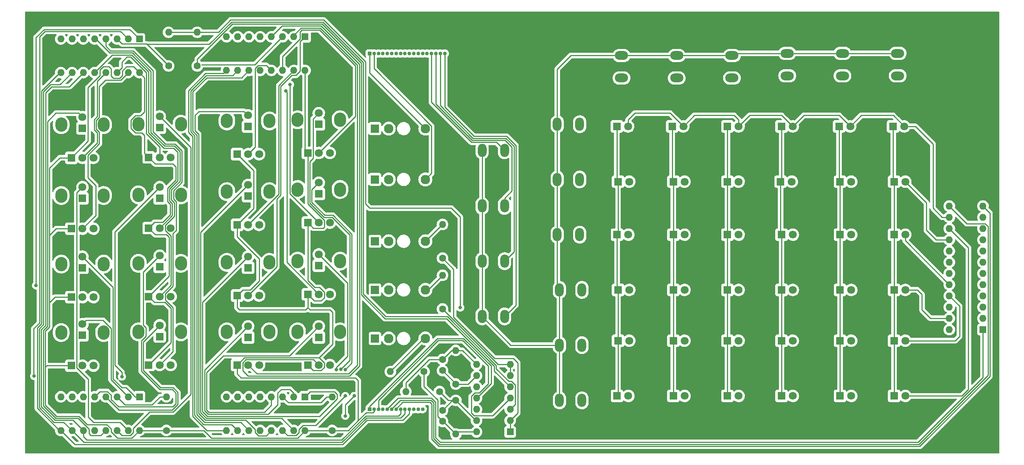
<source format=gtl>
G04 #@! TF.GenerationSoftware,KiCad,Pcbnew,6.0.5-2.fc35*
G04 #@! TF.CreationDate,2022-07-06T14:43:39+02:00*
G04 #@! TF.ProjectId,front,66726f6e-742e-46b6-9963-61645f706362,rev?*
G04 #@! TF.SameCoordinates,Original*
G04 #@! TF.FileFunction,Copper,L1,Top*
G04 #@! TF.FilePolarity,Positive*
%FSLAX46Y46*%
G04 Gerber Fmt 4.6, Leading zero omitted, Abs format (unit mm)*
G04 Created by KiCad (PCBNEW 6.0.5-2.fc35) date 2022-07-06 14:43:39*
%MOMM*%
%LPD*%
G01*
G04 APERTURE LIST*
G04 #@! TA.AperFunction,ComponentPad*
%ADD10R,1.800000X1.800000*%
G04 #@! TD*
G04 #@! TA.AperFunction,ComponentPad*
%ADD11C,1.800000*%
G04 #@! TD*
G04 #@! TA.AperFunction,ComponentPad*
%ADD12C,1.600000*%
G04 #@! TD*
G04 #@! TA.AperFunction,ComponentPad*
%ADD13O,1.600000X1.600000*%
G04 #@! TD*
G04 #@! TA.AperFunction,ComponentPad*
%ADD14R,1.600000X1.600000*%
G04 #@! TD*
G04 #@! TA.AperFunction,ComponentPad*
%ADD15O,2.000000X3.000000*%
G04 #@! TD*
G04 #@! TA.AperFunction,ComponentPad*
%ADD16R,0.850000X0.850000*%
G04 #@! TD*
G04 #@! TA.AperFunction,ComponentPad*
%ADD17O,0.850000X0.850000*%
G04 #@! TD*
G04 #@! TA.AperFunction,ComponentPad*
%ADD18O,3.000000X2.000000*%
G04 #@! TD*
G04 #@! TA.AperFunction,ComponentPad*
%ADD19O,2.720000X3.240000*%
G04 #@! TD*
G04 #@! TA.AperFunction,ComponentPad*
%ADD20R,1.830000X1.930000*%
G04 #@! TD*
G04 #@! TA.AperFunction,ComponentPad*
%ADD21C,2.130000*%
G04 #@! TD*
G04 #@! TA.AperFunction,ViaPad*
%ADD22C,0.800000*%
G04 #@! TD*
G04 #@! TA.AperFunction,Conductor*
%ADD23C,0.250000*%
G04 #@! TD*
G04 APERTURE END LIST*
D10*
X184525000Y-81000000D03*
D11*
X187065000Y-81000000D03*
D12*
X69800000Y-137310000D03*
D13*
X69800000Y-129690000D03*
D14*
X63700000Y-48700000D03*
D13*
X61160000Y-48700000D03*
X58620000Y-48700000D03*
X56080000Y-48700000D03*
X53540000Y-48700000D03*
X51000000Y-48700000D03*
X48460000Y-48700000D03*
X45920000Y-48700000D03*
X45920000Y-56320000D03*
X48460000Y-56320000D03*
X51000000Y-56320000D03*
X53540000Y-56320000D03*
X56080000Y-56320000D03*
X58620000Y-56320000D03*
X61160000Y-56320000D03*
X63700000Y-56320000D03*
D10*
X208800000Y-81000000D03*
D11*
X211340000Y-81000000D03*
D15*
X141260000Y-111500000D03*
X146340000Y-111500000D03*
D12*
X70300000Y-54810000D03*
D13*
X70300000Y-47190000D03*
D10*
X50800000Y-68925000D03*
D11*
X50800000Y-66385000D03*
D10*
X234485000Y-81000000D03*
D11*
X237025000Y-81000000D03*
D16*
X115800000Y-132500000D03*
D17*
X116800000Y-132500000D03*
X117800000Y-132500000D03*
X118800000Y-132500000D03*
X119800000Y-132500000D03*
X120800000Y-132500000D03*
X121800000Y-132500000D03*
X122800000Y-132500000D03*
X123800000Y-132500000D03*
X124800000Y-132500000D03*
X125800000Y-132500000D03*
X126800000Y-132500000D03*
X127800000Y-132500000D03*
D10*
X50800000Y-100500000D03*
D11*
X50800000Y-97960000D03*
D14*
X147600000Y-137625000D03*
D13*
X147600000Y-135085000D03*
X147600000Y-132545000D03*
X147600000Y-130005000D03*
X147600000Y-127465000D03*
X147600000Y-124925000D03*
X147600000Y-122385000D03*
X139980000Y-122385000D03*
X139980000Y-124925000D03*
X139980000Y-127465000D03*
X139980000Y-130005000D03*
X139980000Y-132545000D03*
X139980000Y-135085000D03*
X139980000Y-137625000D03*
D10*
X172025000Y-81000000D03*
D11*
X174565000Y-81000000D03*
D10*
X68300000Y-68775000D03*
D11*
X68300000Y-66235000D03*
D18*
X197800000Y-52460000D03*
X197800000Y-57540000D03*
D19*
X99500000Y-82775000D03*
X109100000Y-82775000D03*
D10*
X101800000Y-90275000D03*
D11*
X104300000Y-90275000D03*
X106800000Y-90275000D03*
D19*
X63500000Y-99500000D03*
X73100000Y-99500000D03*
D10*
X65800000Y-107000000D03*
D11*
X68300000Y-107000000D03*
X70800000Y-107000000D03*
D10*
X196760000Y-117000000D03*
D11*
X199300000Y-117000000D03*
D10*
X234485000Y-93000000D03*
D11*
X237025000Y-93000000D03*
D10*
X209025000Y-93000000D03*
D11*
X211565000Y-93000000D03*
D10*
X104300000Y-83775000D03*
D11*
X104300000Y-81235000D03*
D19*
X93100000Y-99275000D03*
X83500000Y-99275000D03*
D10*
X85800000Y-106775000D03*
D11*
X88300000Y-106775000D03*
X90800000Y-106775000D03*
D10*
X104300000Y-116275000D03*
D11*
X104300000Y-113735000D03*
D19*
X63500000Y-115000000D03*
X73100000Y-115000000D03*
D10*
X65800000Y-122500000D03*
D11*
X68300000Y-122500000D03*
X70800000Y-122500000D03*
D15*
X163840000Y-118000000D03*
X158760000Y-118000000D03*
D10*
X196760000Y-129500000D03*
D11*
X199300000Y-129500000D03*
D10*
X50800000Y-84775000D03*
D11*
X50800000Y-82235000D03*
D10*
X222250000Y-129500000D03*
D11*
X224790000Y-129500000D03*
D19*
X73100000Y-68000000D03*
X63500000Y-68000000D03*
D10*
X65800000Y-75500000D03*
D11*
X68300000Y-75500000D03*
X70800000Y-75500000D03*
D10*
X88300000Y-68550000D03*
D11*
X88300000Y-66010000D03*
D14*
X101200000Y-129700000D03*
D13*
X98660000Y-129700000D03*
X96120000Y-129700000D03*
X93580000Y-129700000D03*
X91040000Y-129700000D03*
X88500000Y-129700000D03*
X85960000Y-129700000D03*
X83420000Y-129700000D03*
X83420000Y-137320000D03*
X85960000Y-137320000D03*
X88500000Y-137320000D03*
X91040000Y-137320000D03*
X93580000Y-137320000D03*
X96120000Y-137320000D03*
X98660000Y-137320000D03*
X101200000Y-137320000D03*
D10*
X234485000Y-129500000D03*
D11*
X237025000Y-129500000D03*
D10*
X50800000Y-115775000D03*
D11*
X50800000Y-113235000D03*
D10*
X184525000Y-93000000D03*
D11*
X187065000Y-93000000D03*
D10*
X209025000Y-117000000D03*
D11*
X211565000Y-117000000D03*
D19*
X46000000Y-68110000D03*
X55600000Y-68110000D03*
D10*
X48300000Y-75610000D03*
D11*
X50800000Y-75610000D03*
X53300000Y-75610000D03*
D18*
X210300000Y-51960000D03*
X210300000Y-57040000D03*
D15*
X163840000Y-130500000D03*
X158760000Y-130500000D03*
D10*
X68300000Y-100275000D03*
D11*
X68300000Y-97735000D03*
D10*
X196760000Y-93000000D03*
D11*
X199300000Y-93000000D03*
D20*
X117020000Y-116500000D03*
D21*
X128420000Y-116500000D03*
X120120000Y-116500000D03*
D10*
X88300000Y-116275000D03*
D11*
X88300000Y-113735000D03*
D12*
X131610000Y-128500000D03*
D13*
X123990000Y-128500000D03*
D10*
X172025000Y-105500000D03*
D11*
X174565000Y-105500000D03*
D14*
X254600000Y-114475000D03*
D13*
X254600000Y-111935000D03*
X254600000Y-109395000D03*
X254600000Y-106855000D03*
X254600000Y-104315000D03*
X254600000Y-101775000D03*
X254600000Y-99235000D03*
X254600000Y-96695000D03*
X254600000Y-94155000D03*
X254600000Y-91615000D03*
X254600000Y-89075000D03*
X254600000Y-86535000D03*
X246980000Y-86535000D03*
X246980000Y-89075000D03*
X246980000Y-91615000D03*
X246980000Y-94155000D03*
X246980000Y-96695000D03*
X246980000Y-99235000D03*
X246980000Y-101775000D03*
X246980000Y-104315000D03*
X246980000Y-106855000D03*
X246980000Y-109395000D03*
X246980000Y-111935000D03*
X246980000Y-114475000D03*
D12*
X132300000Y-98310000D03*
D13*
X132300000Y-90690000D03*
D15*
X163840000Y-105500000D03*
X158760000Y-105500000D03*
D20*
X117020000Y-69000000D03*
D21*
X128420000Y-69000000D03*
X120120000Y-69000000D03*
D10*
X68300000Y-116050000D03*
D11*
X68300000Y-113510000D03*
D14*
X101200000Y-48200000D03*
D13*
X98660000Y-48200000D03*
X96120000Y-48200000D03*
X93580000Y-48200000D03*
X91040000Y-48200000D03*
X88500000Y-48200000D03*
X85960000Y-48200000D03*
X83420000Y-48200000D03*
X83420000Y-55820000D03*
X85960000Y-55820000D03*
X88500000Y-55820000D03*
X91040000Y-55820000D03*
X93580000Y-55820000D03*
X96120000Y-55820000D03*
X98660000Y-55820000D03*
X101200000Y-55820000D03*
D12*
X135300000Y-126810000D03*
D13*
X135300000Y-119190000D03*
D10*
X88300000Y-84275000D03*
D11*
X88300000Y-81735000D03*
D10*
X222025000Y-68500000D03*
D11*
X224565000Y-68500000D03*
D12*
X132300000Y-132750000D03*
X132300000Y-135250000D03*
X76800000Y-54810000D03*
D13*
X76800000Y-47190000D03*
D10*
X184525000Y-117000000D03*
D11*
X187065000Y-117000000D03*
D16*
X115800000Y-52000000D03*
D17*
X116800000Y-52000000D03*
X117800000Y-52000000D03*
X118800000Y-52000000D03*
X119800000Y-52000000D03*
X120800000Y-52000000D03*
X121800000Y-52000000D03*
X122800000Y-52000000D03*
X123800000Y-52000000D03*
X124800000Y-52000000D03*
X125800000Y-52000000D03*
X126800000Y-52000000D03*
X127800000Y-52000000D03*
X128800000Y-52000000D03*
X129800000Y-52000000D03*
X130800000Y-52000000D03*
X131800000Y-52000000D03*
X132800000Y-52000000D03*
D19*
X46000000Y-84140000D03*
X55600000Y-84140000D03*
D10*
X48300000Y-91640000D03*
D11*
X50800000Y-91640000D03*
X53300000Y-91640000D03*
D10*
X172025000Y-117000000D03*
D11*
X174565000Y-117000000D03*
D14*
X63700000Y-129700000D03*
D13*
X61160000Y-129700000D03*
X58620000Y-129700000D03*
X56080000Y-129700000D03*
X53540000Y-129700000D03*
X51000000Y-129700000D03*
X48460000Y-129700000D03*
X45920000Y-129700000D03*
X45920000Y-137320000D03*
X48460000Y-137320000D03*
X51000000Y-137320000D03*
X53540000Y-137320000D03*
X56080000Y-137320000D03*
X58620000Y-137320000D03*
X61160000Y-137320000D03*
X63700000Y-137320000D03*
D20*
X117020000Y-105500000D03*
D21*
X128420000Y-105500000D03*
X120120000Y-105500000D03*
D10*
X209025000Y-129500000D03*
D11*
X211565000Y-129500000D03*
D10*
X88300000Y-100500000D03*
D11*
X88300000Y-97960000D03*
D20*
X117020000Y-94500000D03*
D21*
X128420000Y-94500000D03*
X120120000Y-94500000D03*
D19*
X55600000Y-115150000D03*
X46000000Y-115150000D03*
D10*
X48300000Y-122650000D03*
D11*
X50800000Y-122650000D03*
X53300000Y-122650000D03*
D15*
X141260000Y-99000000D03*
X146340000Y-99000000D03*
D10*
X222250000Y-93000000D03*
D11*
X224790000Y-93000000D03*
D10*
X196760000Y-105500000D03*
D11*
X199300000Y-105500000D03*
D15*
X141260000Y-86500000D03*
X146340000Y-86500000D03*
D18*
X172800000Y-52460000D03*
X172800000Y-57540000D03*
X185300000Y-52460000D03*
X185300000Y-57540000D03*
D10*
X234485000Y-105500000D03*
D11*
X237025000Y-105500000D03*
D10*
X184525000Y-129500000D03*
D11*
X187065000Y-129500000D03*
D12*
X107300000Y-137310000D03*
D13*
X107300000Y-129690000D03*
D12*
X135300000Y-130500000D03*
D13*
X135300000Y-138120000D03*
D10*
X171800000Y-93000000D03*
D11*
X174340000Y-93000000D03*
D10*
X68300000Y-84775000D03*
D11*
X68300000Y-82235000D03*
D10*
X234485000Y-117000000D03*
D11*
X237025000Y-117000000D03*
D15*
X163340000Y-80500000D03*
X158260000Y-80500000D03*
D10*
X196760000Y-68500000D03*
D11*
X199300000Y-68500000D03*
D12*
X132300000Y-123750000D03*
X132300000Y-121250000D03*
D10*
X209025000Y-105500000D03*
D11*
X211565000Y-105500000D03*
D10*
X171760000Y-68500000D03*
D11*
X174300000Y-68500000D03*
D18*
X235300000Y-51960000D03*
X235300000Y-57040000D03*
D10*
X184525000Y-105500000D03*
D11*
X187065000Y-105500000D03*
D19*
X63500000Y-84000000D03*
X73100000Y-84000000D03*
D10*
X65800000Y-91500000D03*
D11*
X68300000Y-91500000D03*
X70800000Y-91500000D03*
D10*
X104300000Y-68040000D03*
D11*
X104300000Y-65500000D03*
D10*
X234260000Y-68500000D03*
D11*
X236800000Y-68500000D03*
D19*
X109100000Y-99000000D03*
X99500000Y-99000000D03*
D10*
X101800000Y-106500000D03*
D11*
X104300000Y-106500000D03*
X106800000Y-106500000D03*
D19*
X109100000Y-67000000D03*
X99500000Y-67000000D03*
D10*
X101800000Y-74500000D03*
D11*
X104300000Y-74500000D03*
X106800000Y-74500000D03*
D15*
X163340000Y-93000000D03*
X158260000Y-93000000D03*
D19*
X83500000Y-67275000D03*
X93100000Y-67275000D03*
D10*
X85800000Y-74775000D03*
D11*
X88300000Y-74775000D03*
X90800000Y-74775000D03*
D10*
X222250000Y-81000000D03*
D11*
X224790000Y-81000000D03*
D15*
X163340000Y-68000000D03*
X158260000Y-68000000D03*
D20*
X117020000Y-80500000D03*
D21*
X128420000Y-80500000D03*
X120120000Y-80500000D03*
D19*
X109100000Y-115000000D03*
X99500000Y-115000000D03*
D10*
X101800000Y-122500000D03*
D11*
X104300000Y-122500000D03*
X106800000Y-122500000D03*
D10*
X184260000Y-68500000D03*
D11*
X186800000Y-68500000D03*
D15*
X141260000Y-73900000D03*
X146340000Y-73900000D03*
D10*
X222250000Y-117000000D03*
D11*
X224790000Y-117000000D03*
D10*
X222250000Y-105500000D03*
D11*
X224790000Y-105500000D03*
D19*
X93100000Y-83275000D03*
X83500000Y-83275000D03*
D10*
X85800000Y-90775000D03*
D11*
X88300000Y-90775000D03*
X90800000Y-90775000D03*
D10*
X196760000Y-81000000D03*
D11*
X199300000Y-81000000D03*
D10*
X104300000Y-100000000D03*
D11*
X104300000Y-97460000D03*
D18*
X222800000Y-51960000D03*
X222800000Y-57040000D03*
D12*
X128110000Y-124000000D03*
D13*
X120490000Y-124000000D03*
D19*
X83500000Y-115000000D03*
X93100000Y-115000000D03*
D10*
X85800000Y-122500000D03*
D11*
X88300000Y-122500000D03*
X90800000Y-122500000D03*
D12*
X132300000Y-109810000D03*
D13*
X132300000Y-102190000D03*
D10*
X209025000Y-68500000D03*
D11*
X211565000Y-68500000D03*
D19*
X46000000Y-99650000D03*
X55600000Y-99650000D03*
D10*
X48300000Y-107150000D03*
D11*
X50800000Y-107150000D03*
X53300000Y-107150000D03*
D10*
X171800000Y-129500000D03*
D11*
X174340000Y-129500000D03*
D22*
X96800000Y-60500000D03*
X97800000Y-59040000D03*
X39878380Y-125000000D03*
X40300000Y-104500000D03*
X40300000Y-104500000D03*
X136300000Y-109500000D03*
X108300000Y-123560308D03*
X110300000Y-123500000D03*
X110300000Y-134000000D03*
X112300000Y-129500000D03*
X59744511Y-125124511D03*
X109296058Y-123477395D03*
X110300000Y-129500000D03*
D23*
X111266196Y-124949520D02*
X113489520Y-122726196D01*
X87075489Y-121992790D02*
X87075489Y-123775489D01*
X87075489Y-123775489D02*
X88249520Y-124949520D01*
X104830254Y-45758819D02*
X96021181Y-45758819D01*
X103075489Y-121275489D02*
X87792790Y-121275489D01*
X88249520Y-124949520D02*
X111266196Y-124949520D01*
X87792790Y-121275489D02*
X87075489Y-121992790D01*
X96021181Y-45758819D02*
X93580000Y-48200000D01*
X113489520Y-122726196D02*
X113489520Y-54418084D01*
X113489520Y-54418084D02*
X104830254Y-45758819D01*
X104300000Y-122500000D02*
X103075489Y-121275489D01*
X97075489Y-99275489D02*
X97075489Y-60775489D01*
X97075489Y-60775489D02*
X96800000Y-60500000D01*
X104300000Y-106500000D02*
X97075489Y-99275489D01*
X97800000Y-83775000D02*
X104300000Y-90275000D01*
X97800000Y-59040000D02*
X97800000Y-83775000D01*
X105074991Y-74500000D02*
X105074991Y-74280000D01*
X112590480Y-54790480D02*
X104457859Y-46657859D01*
X104300000Y-74500000D02*
X105074991Y-74500000D01*
X112590480Y-66209520D02*
X112590480Y-54790480D01*
X100075489Y-48688793D02*
X96120000Y-52644282D01*
X104300000Y-74500000D02*
X112590480Y-66209520D01*
X96120000Y-52644282D02*
X96120000Y-55820000D01*
X100075489Y-47075489D02*
X100075489Y-48688793D01*
X104457859Y-46657859D02*
X100493119Y-46657859D01*
X100493119Y-46657859D02*
X100075489Y-47075489D01*
X71415480Y-84957751D02*
X72024511Y-85566782D01*
X71300000Y-92731721D02*
X71300000Y-104635718D01*
X69575489Y-107775489D02*
X71300000Y-109500000D01*
X73300000Y-81157729D02*
X71415480Y-83042249D01*
X66800000Y-55922548D02*
X66800000Y-69724022D01*
X62297452Y-51420000D02*
X66800000Y-55922548D01*
X57160000Y-51420000D02*
X62297452Y-51420000D01*
X66800000Y-69724022D02*
X69575978Y-72500000D01*
X69575489Y-106360229D02*
X69575489Y-107775489D01*
X71415480Y-83042249D02*
X71415480Y-84957751D01*
X69575978Y-72500000D02*
X71800000Y-72500000D01*
X71300000Y-109500000D02*
X71300000Y-119500000D01*
X56080000Y-48700000D02*
X56080000Y-50340000D01*
X71300000Y-119500000D02*
X68300000Y-122500000D01*
X73300000Y-74000000D02*
X73300000Y-81157729D01*
X72024511Y-85566782D02*
X72024511Y-92007210D01*
X56080000Y-50340000D02*
X57160000Y-51420000D01*
X71800000Y-72500000D02*
X73300000Y-74000000D01*
X71300000Y-104635718D02*
X69575489Y-106360229D01*
X72024511Y-92007210D02*
X71300000Y-92731721D01*
X71574991Y-88860726D02*
X71574991Y-85752980D01*
X70965960Y-82856051D02*
X72850480Y-80971531D01*
X71574991Y-85752980D02*
X70965960Y-85143948D01*
X66300000Y-69864282D02*
X66300000Y-56058265D01*
X70850480Y-93282201D02*
X69575489Y-92007210D01*
X72850480Y-80971531D02*
X72850480Y-74186198D01*
X69385238Y-72949520D02*
X66300000Y-69864282D01*
X56973802Y-51869520D02*
X56710480Y-51606197D01*
X71613802Y-72949520D02*
X69385238Y-72949520D01*
X72850480Y-74186198D02*
X71613802Y-72949520D01*
X62111255Y-51869520D02*
X56973802Y-51869520D01*
X70850480Y-104449520D02*
X70850480Y-93282201D01*
X56710480Y-51606197D02*
X53804283Y-48700000D01*
X66300000Y-56058265D02*
X62111255Y-51869520D01*
X69575489Y-92007210D02*
X69575489Y-90860228D01*
X53804283Y-48700000D02*
X53540000Y-48700000D01*
X68300000Y-107000000D02*
X70850480Y-104449520D01*
X69575489Y-90860228D02*
X71574991Y-88860726D01*
X70965960Y-85143948D02*
X70965960Y-82856051D01*
X72400960Y-74372396D02*
X72400960Y-80785333D01*
X71125471Y-85939177D02*
X71125471Y-88674529D01*
X61925058Y-52319040D02*
X65749520Y-56143502D01*
X70516440Y-85330145D02*
X71125471Y-85939177D01*
X53540000Y-56320000D02*
X57540960Y-52319040D01*
X72400960Y-80785333D02*
X70516440Y-82669853D01*
X71427604Y-73399040D02*
X72400960Y-74372396D01*
X70516440Y-82669853D02*
X70516440Y-85330145D01*
X71125471Y-88674529D02*
X68300000Y-91500000D01*
X65749520Y-69949520D02*
X69199040Y-73399040D01*
X65749520Y-56143502D02*
X65749520Y-69949520D01*
X69199040Y-73399040D02*
X71427604Y-73399040D01*
X57540960Y-52319040D02*
X61925058Y-52319040D01*
X65300000Y-70135718D02*
X68300000Y-73135718D01*
X60891440Y-52768560D02*
X61738860Y-52768560D01*
X59744511Y-53915489D02*
X60891440Y-52768560D01*
X68300000Y-73135718D02*
X68300000Y-75500000D01*
X59744511Y-55195489D02*
X59744511Y-53915489D01*
X58620000Y-56320000D02*
X59744511Y-55195489D01*
X65300000Y-56329700D02*
X65300000Y-70135718D01*
X61738860Y-52768560D02*
X65300000Y-56329700D01*
X111079999Y-124500000D02*
X113040000Y-122539999D01*
X100306921Y-46208339D02*
X98660000Y-47855260D01*
X98660000Y-47855260D02*
X98660000Y-48200000D01*
X104644057Y-46208339D02*
X100306921Y-46208339D01*
X113040000Y-54604282D02*
X104644057Y-46208339D01*
X90300000Y-124500000D02*
X111079999Y-124500000D01*
X113040000Y-122539999D02*
X113040000Y-54604282D01*
X88300000Y-122500000D02*
X90300000Y-124500000D01*
X94800000Y-100275000D02*
X94800000Y-84910717D01*
X98171207Y-56944511D02*
X99125789Y-56944511D01*
X100075489Y-49324511D02*
X101200000Y-48200000D01*
X100075489Y-55994811D02*
X100075489Y-49324511D01*
X95684370Y-59431348D02*
X98171207Y-56944511D01*
X99125789Y-56944511D02*
X100075489Y-55994811D01*
X95684370Y-84026347D02*
X95684370Y-59431348D01*
X94800000Y-84910717D02*
X95684370Y-84026347D01*
X88300000Y-106775000D02*
X94800000Y-100275000D01*
X88300000Y-90775000D02*
X95234850Y-83840150D01*
X95234850Y-59245150D02*
X98660000Y-55820000D01*
X95234850Y-83840150D02*
X95234850Y-59245150D01*
X88300000Y-74775000D02*
X89915489Y-73159511D01*
X92455489Y-54695489D02*
X93580000Y-55820000D01*
X89915489Y-73159511D02*
X89915489Y-55354211D01*
X90574211Y-54695489D02*
X92455489Y-54695489D01*
X89915489Y-55354211D02*
X90574211Y-54695489D01*
X41102880Y-112954829D02*
X39800000Y-114257709D01*
X39800000Y-114257709D02*
X39800000Y-124921620D01*
X41102880Y-48197120D02*
X41102880Y-112954829D01*
X61160000Y-48700000D02*
X59460000Y-47000000D01*
X39800000Y-124921620D02*
X39878380Y-125000000D01*
X59460000Y-47000000D02*
X42300000Y-47000000D01*
X42300000Y-47000000D02*
X41102880Y-48197120D01*
X61550480Y-46550480D02*
X63700000Y-48700000D01*
X40300000Y-48364283D02*
X42113803Y-46550480D01*
X42113803Y-46550480D02*
X61550480Y-46550480D01*
X40300000Y-104500000D02*
X40300000Y-48364283D01*
X61160000Y-56320000D02*
X59480000Y-58000000D01*
X53915480Y-69067751D02*
X54620000Y-69772271D01*
X56054991Y-58000000D02*
X54620000Y-59434991D01*
X59480000Y-58000000D02*
X56054991Y-58000000D01*
X53915480Y-67152249D02*
X53915480Y-69067751D01*
X52024511Y-80088793D02*
X53800000Y-81864282D01*
X54620000Y-69772271D02*
X54620000Y-72425718D01*
X54620000Y-72425718D02*
X52024511Y-75021207D01*
X54620000Y-59434991D02*
X54620000Y-66447729D01*
X54620000Y-66447729D02*
X53915480Y-67152249D01*
X52024511Y-75021207D02*
X52024511Y-80088793D01*
X53800000Y-88640000D02*
X50800000Y-91640000D01*
X53800000Y-81864282D02*
X53800000Y-88640000D01*
X54170480Y-69958469D02*
X53465960Y-69253948D01*
X54170480Y-72239520D02*
X54170480Y-69958469D01*
X53465960Y-69253948D02*
X53465960Y-66966051D01*
X50800000Y-75610000D02*
X54170480Y-72239520D01*
X53465960Y-66966051D02*
X54170480Y-66261531D01*
X54170480Y-58229520D02*
X56080000Y-56320000D01*
X54170480Y-66261531D02*
X54170480Y-58229520D01*
X147600000Y-122385000D02*
X144875000Y-122385000D01*
X147600000Y-124925000D02*
X147600000Y-122385000D01*
X144875000Y-122385000D02*
X132300000Y-109810000D01*
X134800000Y-100810000D02*
X132300000Y-98310000D01*
X134800000Y-111674282D02*
X134800000Y-100810000D01*
X149300000Y-122000000D02*
X148300000Y-121000000D01*
X149300000Y-133385000D02*
X149300000Y-122000000D01*
X144125718Y-121000000D02*
X134800000Y-111674282D01*
X148300000Y-121000000D02*
X144125718Y-121000000D01*
X147600000Y-135085000D02*
X149300000Y-133385000D01*
X147600000Y-137625000D02*
X147600000Y-135085000D01*
X119300000Y-112000000D02*
X113939040Y-106639040D01*
X76800000Y-53229700D02*
X76800000Y-54810000D01*
X94975489Y-49324511D02*
X89800000Y-54500000D01*
X113939040Y-54231886D02*
X113675717Y-53968564D01*
X96120000Y-48200000D02*
X94995489Y-49324511D01*
X147600000Y-127465000D02*
X143975960Y-123840960D01*
X143975960Y-123840960D02*
X143975960Y-122757395D01*
X133218564Y-112000000D02*
X119300000Y-112000000D01*
X113675717Y-53968564D02*
X105016451Y-45309299D01*
X113939040Y-106639040D02*
X113939040Y-54231886D01*
X89800000Y-54500000D02*
X77800000Y-54500000D01*
X143975960Y-122757395D02*
X133218564Y-112000000D01*
X94995489Y-49324511D02*
X94975489Y-49324511D01*
X105016451Y-45309299D02*
X84720401Y-45309299D01*
X84720401Y-45309299D02*
X76800000Y-53229700D01*
X147600000Y-132545000D02*
X148724511Y-131420489D01*
X58620000Y-48700000D02*
X59744511Y-49824511D01*
X144425480Y-123340780D02*
X144425480Y-122571197D01*
X84534203Y-44859779D02*
X79488982Y-49905000D01*
X119486198Y-111550480D02*
X114388560Y-106452842D01*
X144425480Y-122571197D02*
X133404762Y-111550480D01*
X147925254Y-126199954D02*
X147284654Y-126199954D01*
X148724511Y-131420489D02*
X148724511Y-126999211D01*
X59744511Y-49824511D02*
X65314511Y-49824511D01*
X147284654Y-126199954D02*
X144425480Y-123340780D01*
X114388560Y-106452842D02*
X114388559Y-54045688D01*
X105202648Y-44859779D02*
X84534203Y-44859779D01*
X133404762Y-111550480D02*
X119486198Y-111550480D01*
X79488982Y-49905000D02*
X65395000Y-49905000D01*
X65314511Y-49824511D02*
X70300000Y-54810000D01*
X148724511Y-126999211D02*
X147925254Y-126199954D01*
X114388559Y-54045688D02*
X105202648Y-44859779D01*
X107300000Y-129690000D02*
X106110000Y-129690000D01*
X106110000Y-129690000D02*
X104800000Y-131000000D01*
X104800000Y-131000000D02*
X97420000Y-131000000D01*
X97420000Y-131000000D02*
X96120000Y-129700000D01*
X66550000Y-131500000D02*
X60420000Y-131500000D01*
X60420000Y-131500000D02*
X58620000Y-129700000D01*
X69800000Y-129690000D02*
X68360000Y-129690000D01*
X68360000Y-129690000D02*
X66550000Y-131500000D01*
X127990000Y-116500000D02*
X128420000Y-116500000D01*
X120490000Y-124000000D02*
X127990000Y-116500000D01*
X128990000Y-105500000D02*
X128420000Y-105500000D01*
X132300000Y-102190000D02*
X128990000Y-105500000D01*
X132230000Y-90690000D02*
X132300000Y-90690000D01*
X128420000Y-94500000D02*
X132230000Y-90690000D01*
X131175489Y-134125489D02*
X132300000Y-135250000D01*
X132430000Y-135250000D02*
X132300000Y-135250000D01*
X128110000Y-124000000D02*
X128110000Y-127310000D01*
X131175489Y-130375489D02*
X131175489Y-134125489D01*
X139980000Y-137625000D02*
X135795000Y-137625000D01*
X135795000Y-137625000D02*
X135300000Y-138120000D01*
X135300000Y-138120000D02*
X132430000Y-135250000D01*
X128110000Y-127310000D02*
X131175489Y-130375489D01*
X133610000Y-130500000D02*
X131610000Y-128500000D01*
X134550000Y-130500000D02*
X135300000Y-130500000D01*
X135300000Y-130500000D02*
X139885000Y-135085000D01*
X139885000Y-135085000D02*
X139980000Y-135085000D01*
X132300000Y-132750000D02*
X134550000Y-130500000D01*
X135300000Y-130500000D02*
X133610000Y-130500000D01*
X134360000Y-119190000D02*
X135300000Y-119190000D01*
X136785000Y-119190000D02*
X139980000Y-122385000D01*
X123990000Y-128500000D02*
X123990000Y-126529700D01*
X132300000Y-121250000D02*
X134360000Y-119190000D01*
X135300000Y-119190000D02*
X136785000Y-119190000D01*
X123990000Y-126529700D02*
X129269700Y-121250000D01*
X129269700Y-121250000D02*
X132300000Y-121250000D01*
X81568264Y-47190000D02*
X84348006Y-44410259D01*
X132300000Y-123750000D02*
X135300000Y-126750000D01*
X84348006Y-44410259D02*
X105388847Y-44410259D01*
X135300000Y-126810000D02*
X138095000Y-126810000D01*
X70300000Y-47190000D02*
X76800000Y-47190000D01*
X76800000Y-47190000D02*
X81568264Y-47190000D01*
X105388847Y-44410259D02*
X114838079Y-53859491D01*
X134300000Y-87000000D02*
X136300000Y-89000000D01*
X136300000Y-89000000D02*
X136300000Y-109500000D01*
X115800000Y-87000000D02*
X134300000Y-87000000D01*
X114838079Y-86038079D02*
X115800000Y-87000000D01*
X114838079Y-53859491D02*
X114838079Y-86038079D01*
X135300000Y-126750000D02*
X135300000Y-126810000D01*
X138095000Y-126810000D02*
X139980000Y-124925000D01*
X234485000Y-117000000D02*
X234485000Y-129500000D01*
X234260000Y-68500000D02*
X234260000Y-80775000D01*
X234485000Y-105500000D02*
X234485000Y-117000000D01*
X234260000Y-80775000D02*
X234485000Y-81000000D01*
X234485000Y-93000000D02*
X234485000Y-105500000D01*
X234485000Y-81000000D02*
X234485000Y-93000000D01*
X222025000Y-80775000D02*
X222250000Y-81000000D01*
X222250000Y-105500000D02*
X222250000Y-117000000D01*
X222250000Y-117000000D02*
X222250000Y-129500000D01*
X222250000Y-93000000D02*
X222250000Y-105500000D01*
X222025000Y-68500000D02*
X222025000Y-80775000D01*
X222250000Y-81000000D02*
X222250000Y-93000000D01*
X208800000Y-92775000D02*
X209025000Y-93000000D01*
X209025000Y-115725000D02*
X209025000Y-129500000D01*
X209025000Y-93000000D02*
X209025000Y-105500000D01*
X209025000Y-105500000D02*
X209025000Y-115725000D01*
X209025000Y-80775000D02*
X208800000Y-81000000D01*
X208800000Y-81000000D02*
X208800000Y-92775000D01*
X209025000Y-115725000D02*
X209025000Y-117000000D01*
X209025000Y-68500000D02*
X209025000Y-80775000D01*
X97658551Y-120376449D02*
X82704988Y-120376449D01*
X82704988Y-120376449D02*
X78896160Y-124185277D01*
X91986197Y-133201920D02*
X93580000Y-131608117D01*
X78896160Y-124185277D02*
X78896160Y-132689006D01*
X104300000Y-113735000D02*
X97658551Y-120376449D01*
X78896160Y-132689006D02*
X79409074Y-133201920D01*
X79409074Y-133201920D02*
X91986197Y-133201920D01*
X93580000Y-131608117D02*
X93580000Y-129700000D01*
X71130000Y-132700000D02*
X59080000Y-132700000D01*
X64575489Y-123724511D02*
X68470978Y-127620000D01*
X72400000Y-131430000D02*
X71130000Y-132700000D01*
X68300000Y-113510000D02*
X64575489Y-117234511D01*
X68470978Y-127620000D02*
X71332894Y-127620000D01*
X64575489Y-117234511D02*
X64575489Y-123724511D01*
X71332894Y-127620000D02*
X72400000Y-128687106D01*
X72400000Y-128687106D02*
X72400000Y-131430000D01*
X59080000Y-132700000D02*
X56080000Y-129700000D01*
X78446641Y-123588359D02*
X78446641Y-132875205D01*
X78446641Y-132875205D02*
X79222876Y-133651440D01*
X97800000Y-128000000D02*
X98660000Y-128860000D01*
X88300000Y-113735000D02*
X78446641Y-123588359D01*
X98660000Y-128860000D02*
X98660000Y-129700000D01*
X92827282Y-133651440D02*
X94995489Y-131483233D01*
X94995489Y-128804511D02*
X95800000Y-128000000D01*
X95800000Y-128000000D02*
X97800000Y-128000000D01*
X79222876Y-133651440D02*
X92827282Y-133651440D01*
X94995489Y-131483233D02*
X94995489Y-128804511D01*
X57284520Y-114192249D02*
X57284520Y-125824520D01*
X57284520Y-125824520D02*
X61160000Y-129700000D01*
X50800000Y-113235000D02*
X51655000Y-112380000D01*
X55472271Y-112380000D02*
X57284520Y-114192249D01*
X51655000Y-112380000D02*
X55472271Y-112380000D01*
X110800000Y-120500000D02*
X110800000Y-103960000D01*
X108300000Y-123000000D02*
X110800000Y-120500000D01*
X108300000Y-123560308D02*
X108300000Y-123000000D01*
X110800000Y-103960000D02*
X104300000Y-97460000D01*
X71244762Y-131949520D02*
X71950480Y-131243802D01*
X57300000Y-130284282D02*
X58965238Y-131949520D01*
X64575489Y-101459511D02*
X68300000Y-97735000D01*
X65184520Y-115989762D02*
X65184520Y-114042249D01*
X64575489Y-113433218D02*
X64575489Y-101459511D01*
X64125969Y-117048314D02*
X65184520Y-115989762D01*
X71950480Y-128873304D02*
X71146696Y-128069520D01*
X56470300Y-128500000D02*
X57300000Y-129329700D01*
X71146696Y-128069520D02*
X68284781Y-128069520D01*
X54740000Y-128500000D02*
X56470300Y-128500000D01*
X64125969Y-123910708D02*
X64125969Y-117048314D01*
X57300000Y-129329700D02*
X57300000Y-130284282D01*
X71950480Y-131243802D02*
X71950480Y-128873304D01*
X65184520Y-114042249D02*
X64575489Y-113433218D01*
X58965238Y-131949520D02*
X71244762Y-131949520D01*
X53540000Y-129700000D02*
X54740000Y-128500000D01*
X68284781Y-128069520D02*
X64125969Y-123910708D01*
X184525000Y-81000000D02*
X184525000Y-93000000D01*
X184260000Y-80735000D02*
X184525000Y-81000000D01*
X184260000Y-68500000D02*
X184260000Y-80735000D01*
X184525000Y-93000000D02*
X184525000Y-105500000D01*
X184525000Y-105500000D02*
X184525000Y-117000000D01*
X184525000Y-117000000D02*
X184525000Y-129500000D01*
X77997121Y-133061403D02*
X79036678Y-134100960D01*
X107865489Y-128565489D02*
X102334511Y-128565489D01*
X79036678Y-134100960D02*
X104479340Y-134100960D01*
X77997121Y-108262879D02*
X77997121Y-133061403D01*
X102334511Y-128565489D02*
X101200000Y-129700000D01*
X108424511Y-130155789D02*
X108424511Y-129124511D01*
X104479340Y-134100960D02*
X108424511Y-130155789D01*
X108424511Y-129124511D02*
X107865489Y-128565489D01*
X88300000Y-97960000D02*
X77997121Y-108262879D01*
X57734040Y-125638322D02*
X59715718Y-127620000D01*
X57734040Y-104894040D02*
X57734040Y-125638322D01*
X62740000Y-129700000D02*
X63700000Y-129700000D01*
X62284511Y-129244511D02*
X62740000Y-129700000D01*
X50800000Y-97960000D02*
X57734040Y-104894040D01*
X62284511Y-129234211D02*
X62284511Y-129244511D01*
X59715718Y-127620000D02*
X60670300Y-127620000D01*
X60670300Y-127620000D02*
X62284511Y-129234211D01*
X111761827Y-122038173D02*
X111761827Y-92869389D01*
X102699040Y-82835960D02*
X104300000Y-81235000D01*
X111761827Y-92869389D02*
X107493407Y-88600969D01*
X112300000Y-129500000D02*
X110300000Y-131500000D01*
X105629126Y-88600969D02*
X102699040Y-85670883D01*
X107493407Y-88600969D02*
X105629126Y-88600969D01*
X110300000Y-131500000D02*
X110300000Y-134000000D01*
X102699040Y-85670883D02*
X102699040Y-82835960D01*
X110300000Y-123500000D02*
X111761827Y-122038173D01*
X58183560Y-92351440D02*
X58183560Y-122540000D01*
X68300000Y-82235000D02*
X58183560Y-92351440D01*
X58183560Y-122540000D02*
X59744511Y-124100951D01*
X59744511Y-124100951D02*
X59744511Y-125124511D01*
X249800000Y-129500000D02*
X251300000Y-128000000D01*
X251300000Y-95935000D02*
X246980000Y-91615000D01*
X251300000Y-128000000D02*
X251300000Y-95935000D01*
X237025000Y-129500000D02*
X249800000Y-129500000D01*
X249300000Y-109175000D02*
X246980000Y-106855000D01*
X237025000Y-117000000D02*
X248300000Y-117000000D01*
X249300000Y-116000000D02*
X249300000Y-109175000D01*
X248300000Y-117000000D02*
X249300000Y-116000000D01*
X240800000Y-110000000D02*
X242735000Y-111935000D01*
X240800000Y-106500000D02*
X240800000Y-110000000D01*
X239800000Y-105500000D02*
X240800000Y-106500000D01*
X237025000Y-105500000D02*
X239800000Y-105500000D01*
X242735000Y-111935000D02*
X246980000Y-111935000D01*
X237025000Y-93000000D02*
X237025000Y-94360000D01*
X237025000Y-94360000D02*
X246980000Y-104315000D01*
X237025000Y-81000000D02*
X241800000Y-85775000D01*
X241800000Y-92000000D02*
X243955000Y-94155000D01*
X241800000Y-85775000D02*
X241800000Y-92000000D01*
X243955000Y-94155000D02*
X246980000Y-94155000D01*
X227065000Y-66000000D02*
X234300000Y-66000000D01*
X243300000Y-87000000D02*
X245375000Y-89075000D01*
X198300000Y-66000000D02*
X199300000Y-67000000D01*
X222065000Y-66000000D02*
X224565000Y-68500000D01*
X209065000Y-66000000D02*
X211565000Y-68500000D01*
X245375000Y-89075000D02*
X246980000Y-89075000D01*
X174300000Y-68500000D02*
X174300000Y-67000000D01*
X239300000Y-68500000D02*
X243300000Y-72500000D01*
X186800000Y-68500000D02*
X189300000Y-66000000D01*
X174300000Y-67000000D02*
X175800000Y-65500000D01*
X199300000Y-68500000D02*
X201800000Y-66000000D01*
X211565000Y-68500000D02*
X214065000Y-66000000D01*
X183800000Y-65500000D02*
X186800000Y-68500000D01*
X236800000Y-68500000D02*
X239300000Y-68500000D01*
X201800000Y-66000000D02*
X209065000Y-66000000D01*
X214065000Y-66000000D02*
X222065000Y-66000000D01*
X234300000Y-66000000D02*
X236800000Y-68500000D01*
X199300000Y-67000000D02*
X199300000Y-68500000D01*
X243300000Y-72500000D02*
X243300000Y-87000000D01*
X224565000Y-68500000D02*
X227065000Y-66000000D01*
X175800000Y-65500000D02*
X183800000Y-65500000D01*
X189300000Y-66000000D02*
X198300000Y-66000000D01*
X172025000Y-92775000D02*
X171800000Y-93000000D01*
X171800000Y-93000000D02*
X171800000Y-105275000D01*
X172025000Y-105500000D02*
X172025000Y-117000000D01*
X172025000Y-117000000D02*
X172025000Y-129275000D01*
X171800000Y-105275000D02*
X172025000Y-105500000D01*
X171760000Y-80735000D02*
X172025000Y-81000000D01*
X171760000Y-68500000D02*
X171760000Y-80735000D01*
X172025000Y-81000000D02*
X172025000Y-92775000D01*
X172025000Y-129275000D02*
X171800000Y-129500000D01*
X77547601Y-92487399D02*
X77547601Y-133247601D01*
X77547601Y-133247601D02*
X78850480Y-134550480D01*
X88300000Y-81735000D02*
X77547601Y-92487399D01*
X95890480Y-134550480D02*
X98660000Y-137320000D01*
X78850480Y-134550480D02*
X95890480Y-134550480D01*
X49540000Y-123121721D02*
X52124511Y-125706232D01*
X53297471Y-135497471D02*
X59337471Y-135497471D01*
X52124511Y-134324511D02*
X53297471Y-135497471D01*
X52124511Y-125706232D02*
X52124511Y-134324511D01*
X59337471Y-135497471D02*
X61160000Y-137320000D01*
X50800000Y-82235000D02*
X49540000Y-83495000D01*
X49540000Y-83495000D02*
X49540000Y-123121721D01*
X109296058Y-123477395D02*
X111312307Y-121461146D01*
X105442928Y-89050489D02*
X102249520Y-85857081D01*
X99784511Y-137129700D02*
X99784511Y-137785789D01*
X102249520Y-85857081D02*
X102249520Y-76499502D01*
X99784511Y-137785789D02*
X99125789Y-138444511D01*
X99125789Y-138444511D02*
X97244511Y-138444511D01*
X111312307Y-93055586D02*
X107307210Y-89050489D01*
X107307210Y-89050489D02*
X105442928Y-89050489D01*
X103024511Y-66775489D02*
X104300000Y-65500000D01*
X97244511Y-138444511D02*
X96120000Y-137320000D01*
X111312307Y-121461146D02*
X111312307Y-93055586D01*
X103024511Y-75724511D02*
X103024511Y-66775489D01*
X100718722Y-136195489D02*
X99784511Y-137129700D01*
X103604511Y-136195489D02*
X100718722Y-136195489D01*
X110300000Y-129500000D02*
X103604511Y-136195489D01*
X102249520Y-76499502D02*
X103024511Y-75724511D01*
X61625789Y-138444511D02*
X59744511Y-138444511D01*
X75300000Y-129165717D02*
X71316197Y-133149520D01*
X68300000Y-66235000D02*
X75300000Y-73235000D01*
X62284511Y-137785789D02*
X61625789Y-138444511D01*
X71316197Y-133149520D02*
X65989202Y-133149520D01*
X65989202Y-133149520D02*
X62284511Y-136854211D01*
X75300000Y-73235000D02*
X75300000Y-129165717D01*
X59744511Y-138444511D02*
X58620000Y-137320000D01*
X62284511Y-136854211D02*
X62284511Y-137785789D01*
X76300000Y-69457130D02*
X77098080Y-70255211D01*
X92400000Y-138500000D02*
X93580000Y-137320000D01*
X90629700Y-138500000D02*
X92400000Y-138500000D01*
X77190000Y-65110000D02*
X76300000Y-66000000D01*
X77098080Y-70255211D02*
X77098080Y-133480221D01*
X88300000Y-66010000D02*
X87400000Y-65110000D01*
X89915489Y-137785789D02*
X90629700Y-138500000D01*
X89915489Y-137115489D02*
X89915489Y-137785789D01*
X78617859Y-135000000D02*
X87800000Y-135000000D01*
X77098080Y-133480221D02*
X78617859Y-135000000D01*
X87400000Y-65110000D02*
X77190000Y-65110000D01*
X87800000Y-135000000D02*
X89915489Y-137115489D01*
X76300000Y-66000000D02*
X76300000Y-69457130D01*
X52744511Y-138444511D02*
X54955489Y-138444511D01*
X44800000Y-65500000D02*
X42900960Y-67399040D01*
X41951440Y-131744790D02*
X44757130Y-134550480D01*
X42900960Y-67399040D02*
X42900960Y-113699617D01*
X41951440Y-114649138D02*
X41951440Y-131744790D01*
X42900960Y-113699617D02*
X41951440Y-114649138D01*
X52300000Y-137029700D02*
X52300000Y-138000000D01*
X44757130Y-134550480D02*
X49820780Y-134550480D01*
X49820780Y-134550480D02*
X52300000Y-137029700D01*
X54955489Y-138444511D02*
X56080000Y-137320000D01*
X52300000Y-138000000D02*
X52744511Y-138444511D01*
X49915000Y-65500000D02*
X44800000Y-65500000D01*
X50800000Y-66385000D02*
X49915000Y-65500000D01*
X148899040Y-72814452D02*
X148899040Y-108940960D01*
X132800000Y-52000000D02*
X132800000Y-64132846D01*
X139394075Y-70726920D02*
X146811508Y-70726920D01*
X132800000Y-64132846D02*
X139394075Y-70726920D01*
X146811508Y-70726920D02*
X148899040Y-72814452D01*
X148899040Y-108940960D02*
X146340000Y-111500000D01*
X131800000Y-52000000D02*
X131800000Y-63768563D01*
X131800000Y-63768563D02*
X139207877Y-71176440D01*
X148449520Y-73000649D02*
X148449520Y-96890480D01*
X139207877Y-71176440D02*
X146625311Y-71176440D01*
X145840000Y-98500000D02*
X146340000Y-99000000D01*
X148449520Y-96890480D02*
X146340000Y-99000000D01*
X146625311Y-71176440D02*
X148449520Y-73000649D01*
X130800000Y-63404282D02*
X139021678Y-71625960D01*
X130800000Y-52000000D02*
X130800000Y-63404282D01*
X131125000Y-116500000D02*
X137082846Y-116500000D01*
X137082846Y-116500000D02*
X143300000Y-122717154D01*
X142623564Y-122676436D02*
X142623564Y-126725718D01*
X142623564Y-126725718D02*
X140574641Y-128774641D01*
X138800000Y-129594700D02*
X138800000Y-133364282D01*
X117800000Y-130460718D02*
X131311198Y-116949520D01*
X143644511Y-133960489D02*
X147600000Y-130005000D01*
X139620059Y-128774641D02*
X138800000Y-129594700D01*
X139396207Y-133960489D02*
X143644511Y-133960489D01*
X117800000Y-132500000D02*
X117800000Y-130460718D01*
X131311198Y-116949520D02*
X136896648Y-116949520D01*
X138800000Y-133364282D02*
X139396207Y-133960489D01*
X140574641Y-128774641D02*
X139620059Y-128774641D01*
X136896648Y-116949520D02*
X142623564Y-122676436D01*
X75749520Y-134085238D02*
X78984282Y-137320000D01*
X75749520Y-70813803D02*
X75749520Y-134085238D01*
X82740000Y-56500000D02*
X78664283Y-56500000D01*
X83420000Y-55820000D02*
X82740000Y-56500000D01*
X74800000Y-69864283D02*
X75749520Y-70813803D01*
X74800000Y-60364283D02*
X74800000Y-69864283D01*
X78664283Y-56500000D02*
X74800000Y-60364283D01*
X78984282Y-137320000D02*
X83420000Y-137320000D01*
X75300000Y-69728565D02*
X76199040Y-70627605D01*
X85960000Y-55820000D02*
X84780000Y-57000000D01*
X76199040Y-133899040D02*
X78249520Y-135949520D01*
X75300000Y-60500000D02*
X75300000Y-69728565D01*
X84780000Y-57000000D02*
X78800000Y-57000000D01*
X78800000Y-57000000D02*
X75300000Y-60500000D01*
X78249520Y-135949520D02*
X84589520Y-135949520D01*
X76199040Y-70627605D02*
X76199040Y-133899040D01*
X84589520Y-135949520D02*
X85960000Y-137320000D01*
X86820000Y-57500000D02*
X78935718Y-57500000D01*
X75800000Y-60635718D02*
X75800000Y-69592848D01*
X78482141Y-135500000D02*
X86680000Y-135500000D01*
X76648560Y-70441408D02*
X76648560Y-133666419D01*
X75800000Y-69592848D02*
X76648560Y-70441408D01*
X88500000Y-55820000D02*
X86820000Y-57500000D01*
X78935718Y-57500000D02*
X75800000Y-60635718D01*
X76648560Y-133666419D02*
X78482141Y-135500000D01*
X86680000Y-135500000D02*
X88500000Y-137320000D01*
X129800000Y-130000000D02*
X130725969Y-130925969D01*
X122240030Y-130000000D02*
X129800000Y-130000000D01*
X130725969Y-130925969D02*
X130725969Y-138925969D01*
X119800000Y-132500000D02*
X119800000Y-132440030D01*
X119800000Y-132440030D02*
X122240030Y-130000000D01*
X131800000Y-140000000D02*
X239935717Y-140000000D01*
X254600000Y-125335717D02*
X254600000Y-114475000D01*
X239935717Y-140000000D02*
X254600000Y-125335717D01*
X130725969Y-138925969D02*
X131800000Y-140000000D01*
X120800000Y-132500000D02*
X120800000Y-132440030D01*
X250935489Y-90490489D02*
X246980000Y-86535000D01*
X255065789Y-90490489D02*
X250935489Y-90490489D01*
X129664282Y-130500000D02*
X130276449Y-131112167D01*
X122740030Y-130500000D02*
X129664282Y-130500000D01*
X255724511Y-124846924D02*
X255724511Y-91149211D01*
X120800000Y-132440030D02*
X122740030Y-130500000D01*
X130276449Y-139112167D02*
X131613803Y-140449520D01*
X130276449Y-131112167D02*
X130276449Y-139112167D01*
X255724511Y-91149211D02*
X255065789Y-90490489D01*
X131613803Y-140449520D02*
X240121915Y-140449520D01*
X240121915Y-140449520D02*
X255724511Y-124846924D01*
X123290510Y-130949520D02*
X129478084Y-130949520D01*
X256174031Y-125033121D02*
X256174031Y-88109031D01*
X129826929Y-131298365D02*
X129826929Y-139298364D01*
X131427606Y-140899040D02*
X240308112Y-140899040D01*
X240308112Y-140899040D02*
X256174031Y-125033121D01*
X121800000Y-132440030D02*
X123290510Y-130949520D01*
X121800000Y-132500000D02*
X121800000Y-132440030D01*
X256174031Y-88109031D02*
X254600000Y-86535000D01*
X129826929Y-139298364D02*
X131427606Y-140899040D01*
X129478084Y-130949520D02*
X129826929Y-131298365D01*
X45920000Y-56320000D02*
X45708565Y-56320000D01*
X124800000Y-133500000D02*
X124800000Y-132500000D01*
X41552400Y-113141026D02*
X40602880Y-114090547D01*
X41552400Y-60476165D02*
X41552400Y-113141026D01*
X115207154Y-135000000D02*
X109707154Y-140500000D01*
X45619496Y-137320000D02*
X45920000Y-137320000D01*
X124800000Y-133500000D02*
X123300000Y-135000000D01*
X109707154Y-140500000D02*
X49100000Y-140500000D01*
X40602880Y-114090547D02*
X40602880Y-132303384D01*
X123300000Y-135000000D02*
X115207154Y-135000000D01*
X40602880Y-132303384D02*
X45619496Y-137320000D01*
X45708565Y-56320000D02*
X41552400Y-60476165D01*
X49100000Y-140500000D02*
X45920000Y-137320000D01*
X115121916Y-134449520D02*
X122850480Y-134449520D01*
X196760000Y-93000000D02*
X196760000Y-105500000D01*
X196760000Y-81000000D02*
X196760000Y-93000000D01*
X196760000Y-117000000D02*
X196760000Y-129500000D01*
X196760000Y-105500000D02*
X196760000Y-117000000D01*
X196760000Y-68500000D02*
X196760000Y-81000000D01*
X43613803Y-59050480D02*
X45729520Y-59050480D01*
X41052400Y-114276744D02*
X42001920Y-113327223D01*
X51140000Y-140000000D02*
X109571436Y-140000000D01*
X123800000Y-133500000D02*
X123800000Y-132500000D01*
X48460000Y-137320000D02*
X51140000Y-140000000D01*
X122850480Y-134449520D02*
X123800000Y-133500000D01*
X44384734Y-135449520D02*
X41052400Y-132117186D01*
X41052400Y-132117186D02*
X41052400Y-114276744D01*
X114935718Y-134000000D02*
X122300000Y-134000000D01*
X42451440Y-60848560D02*
X42451440Y-113513420D01*
X41501920Y-131930988D02*
X44570933Y-135000000D01*
X51000000Y-137320000D02*
X51000000Y-138700000D01*
X122300000Y-134000000D02*
X122800000Y-133500000D01*
X42451440Y-113513420D02*
X41501920Y-114462941D01*
X44570933Y-135000000D02*
X48680000Y-135000000D01*
X43800000Y-59500000D02*
X42451440Y-60848560D01*
X48680000Y-135000000D02*
X51000000Y-137320000D01*
X122800000Y-133500000D02*
X122800000Y-132500000D01*
X47820000Y-59500000D02*
X43800000Y-59500000D01*
X51000000Y-56320000D02*
X47820000Y-59500000D01*
X51800000Y-139500000D02*
X109435718Y-139500000D01*
X51000000Y-138700000D02*
X51800000Y-139500000D01*
X41501920Y-114462941D02*
X41501920Y-131930988D01*
X109435718Y-139500000D02*
X114935718Y-134000000D01*
X147760000Y-118000000D02*
X158760000Y-118000000D01*
X87474031Y-120825969D02*
X104357690Y-120825969D01*
X65800000Y-122500000D02*
X70850480Y-117449520D01*
X90800000Y-103500000D02*
X90800000Y-98500000D01*
X85800000Y-93500000D02*
X85800000Y-90775000D01*
X44880000Y-91640000D02*
X48300000Y-91640000D01*
X235300000Y-51960000D02*
X222800000Y-51960000D01*
X158760000Y-105500000D02*
X158760000Y-118000000D01*
X104463862Y-104932141D02*
X105524511Y-105992790D01*
X67300000Y-93000000D02*
X65800000Y-91500000D01*
X105524511Y-123007210D02*
X104807210Y-123724511D01*
X70850480Y-109686198D02*
X69482141Y-108317859D01*
X50006977Y-134100960D02*
X51853009Y-135946991D01*
X101200000Y-137320000D02*
X101200000Y-137100000D01*
X86699040Y-125399040D02*
X112598080Y-125399040D01*
X59800000Y-56000000D02*
X59800000Y-57000000D01*
X172800000Y-52460000D02*
X161340000Y-52460000D01*
X64850480Y-65228384D02*
X64023384Y-66055480D01*
X115050489Y-133249511D02*
X113300000Y-135000000D01*
X112598080Y-125399040D02*
X113199040Y-126000000D01*
X104807210Y-123724511D02*
X103024511Y-123724511D01*
X62802249Y-66055480D02*
X61815480Y-67042249D01*
X71951440Y-80599135D02*
X71951440Y-77651440D01*
X71951440Y-77651440D02*
X71300000Y-77000000D01*
X101200000Y-137320000D02*
X99520000Y-139000000D01*
X99520000Y-139000000D02*
X80028565Y-139000000D01*
X59800000Y-57000000D02*
X59249520Y-57550480D01*
X70850480Y-117449520D02*
X70850480Y-109686198D01*
X105524511Y-89767790D02*
X101800000Y-86043279D01*
X64850480Y-57470480D02*
X64850480Y-65228384D01*
X70330243Y-82220333D02*
X71951440Y-80599135D01*
X107415480Y-117768179D02*
X107415480Y-110615480D01*
X70675951Y-86125374D02*
X70066920Y-85516342D01*
X141260000Y-111500000D02*
X147760000Y-118000000D01*
X69800000Y-137310000D02*
X63710000Y-137310000D01*
X42750960Y-122650000D02*
X42400960Y-123000000D01*
X43350480Y-108409520D02*
X44610000Y-107150000D01*
X51853009Y-135946991D02*
X56297291Y-135946991D01*
X222800000Y-51960000D02*
X210300000Y-51960000D01*
X52080000Y-59684282D02*
X52080000Y-71830000D01*
X67117859Y-108317859D02*
X65800000Y-107000000D01*
X103024511Y-91499511D02*
X105300489Y-91499511D01*
X158260000Y-80500000D02*
X158260000Y-68000000D01*
X103300000Y-108000000D02*
X101800000Y-106500000D01*
X70066920Y-82483655D02*
X70330243Y-82220333D01*
X63700000Y-56320000D02*
X64850480Y-57470480D01*
X116549511Y-133249511D02*
X115050489Y-133249511D01*
X116800000Y-132999022D02*
X116800000Y-132500000D01*
X42001920Y-113327223D02*
X42001920Y-60662363D01*
X42001920Y-60662363D02*
X43613803Y-59050480D01*
X46589520Y-135449520D02*
X44384734Y-135449520D01*
X45729520Y-59050480D02*
X48460000Y-56320000D01*
X48460000Y-137320000D02*
X46589520Y-135449520D01*
X109571436Y-140000000D02*
X115121916Y-134449520D01*
X113199040Y-135100960D02*
X113300000Y-135000000D01*
X68982141Y-90182142D02*
X70675951Y-88488332D01*
X101800000Y-90275000D02*
X101800000Y-103364282D01*
X64244520Y-69944520D02*
X64850480Y-70550480D01*
X70400960Y-93600960D02*
X69800000Y-93000000D01*
X101800000Y-109500000D02*
X101800000Y-106500000D01*
X101800000Y-90275000D02*
X103024511Y-91499511D01*
X141260000Y-87000000D02*
X140760000Y-86500000D01*
X56825150Y-55000000D02*
X55495718Y-55000000D01*
X59249520Y-57550480D02*
X57802735Y-57550480D01*
X86300000Y-110000000D02*
X85800000Y-109500000D01*
X42400960Y-123000000D02*
X42400960Y-114835335D01*
X157760000Y-81000000D02*
X158260000Y-80500000D01*
X70066920Y-85516342D02*
X70066920Y-82483655D01*
X85800000Y-122500000D02*
X85800000Y-124500000D01*
X103367859Y-104932141D02*
X104463862Y-104932141D01*
X52080000Y-71830000D02*
X48300000Y-75610000D01*
X71300000Y-77000000D02*
X67300000Y-77000000D01*
X104800000Y-108000000D02*
X103300000Y-108000000D01*
X70675951Y-88488332D02*
X70675951Y-86125374D01*
X158260000Y-55540000D02*
X158260000Y-68000000D01*
X65800000Y-91500000D02*
X67117858Y-90182142D01*
X158260000Y-105000000D02*
X158760000Y-105500000D01*
X61969520Y-139050480D02*
X63700000Y-137320000D01*
X197800000Y-52460000D02*
X185300000Y-52460000D01*
X69482141Y-108317859D02*
X67117859Y-108317859D01*
X57300000Y-57047745D02*
X57300000Y-55474850D01*
X43350480Y-108409520D02*
X43350480Y-93169520D01*
X45670000Y-75610000D02*
X48300000Y-75610000D01*
X65800000Y-107000000D02*
X70400960Y-102399040D01*
X43350480Y-93169520D02*
X44880000Y-91640000D01*
X89524511Y-87050489D02*
X85800000Y-90775000D01*
X57300000Y-55474850D02*
X56825150Y-55000000D01*
X101800000Y-109500000D02*
X101300000Y-110000000D01*
X64850480Y-74550480D02*
X65800000Y-75500000D01*
X104357690Y-120825969D02*
X107415480Y-117768179D01*
X61815480Y-67042249D02*
X61815480Y-68957751D01*
X54800000Y-56964282D02*
X52080000Y-59684282D01*
X158260000Y-93000000D02*
X158260000Y-105000000D01*
X43350480Y-113885814D02*
X43350480Y-108409520D01*
X70400960Y-102399040D02*
X70400960Y-93600960D01*
X107415480Y-110615480D02*
X106800000Y-110000000D01*
X101200000Y-55820000D02*
X101200000Y-73900000D01*
X185300000Y-52460000D02*
X172800000Y-52460000D01*
X210300000Y-51960000D02*
X198300000Y-51960000D01*
X107290000Y-137320000D02*
X107300000Y-137310000D01*
X64850480Y-70550480D02*
X64850480Y-74550480D01*
X101800000Y-103364282D02*
X103367859Y-104932141D01*
X56297291Y-135946991D02*
X57300000Y-136949700D01*
X102300000Y-110000000D02*
X101800000Y-109500000D01*
X64023384Y-66055480D02*
X62802249Y-66055480D01*
X67117858Y-90182142D02*
X68982141Y-90182142D01*
X141260000Y-99000000D02*
X141260000Y-87000000D01*
X104357690Y-120825969D02*
X105524511Y-121992790D01*
X113199040Y-126000000D02*
X113199040Y-135100960D01*
X67300000Y-77000000D02*
X65800000Y-75500000D01*
X42400960Y-131558592D02*
X44943328Y-134100960D01*
X116800000Y-132999022D02*
X116549511Y-133249511D01*
X80028565Y-139000000D02*
X78338565Y-137310000D01*
X101200000Y-137320000D02*
X107290000Y-137320000D01*
X62380000Y-55000000D02*
X60800000Y-55000000D01*
X85800000Y-124500000D02*
X86699040Y-125399040D01*
X42400960Y-114835335D02*
X43350480Y-113885814D01*
X63710000Y-137310000D02*
X63700000Y-137320000D01*
X58760180Y-139050480D02*
X61969520Y-139050480D01*
X57802735Y-57550480D02*
X57300000Y-57047745D01*
X101800000Y-86043279D02*
X101800000Y-74500000D01*
X85800000Y-106775000D02*
X87075000Y-105500000D01*
X105300489Y-91499511D02*
X105524511Y-91275489D01*
X69800000Y-93000000D02*
X67300000Y-93000000D01*
X87075000Y-105500000D02*
X88800000Y-105500000D01*
X161340000Y-52460000D02*
X158260000Y-55540000D01*
X198300000Y-51960000D02*
X197800000Y-52460000D01*
X63700000Y-56320000D02*
X62380000Y-55000000D01*
X57300000Y-137590300D02*
X58760180Y-139050480D01*
X48300000Y-122650000D02*
X42750960Y-122650000D01*
X55495718Y-55000000D02*
X54800000Y-55695718D01*
X110990000Y-137310000D02*
X107300000Y-137310000D01*
X141260000Y-86500000D02*
X141260000Y-73900000D01*
X105524511Y-91275489D02*
X105524511Y-89767790D01*
X89524511Y-78499511D02*
X89524511Y-87050489D01*
X106800000Y-110000000D02*
X102300000Y-110000000D01*
X105524511Y-107275489D02*
X104800000Y-108000000D01*
X158760000Y-118000000D02*
X158760000Y-130500000D01*
X43350480Y-93169520D02*
X43350480Y-77929520D01*
X90800000Y-98500000D02*
X85800000Y-93500000D01*
X113300000Y-135000000D02*
X110990000Y-137310000D01*
X101300000Y-110000000D02*
X86300000Y-110000000D01*
X105524511Y-121992790D02*
X105524511Y-123007210D01*
X101200000Y-137100000D02*
X101300000Y-137000000D01*
X105524511Y-105992790D02*
X105524511Y-107275489D01*
X103024511Y-123724511D02*
X101800000Y-122500000D01*
X43350480Y-77929520D02*
X45670000Y-75610000D01*
X44610000Y-107150000D02*
X48300000Y-107150000D01*
X101200000Y-73900000D02*
X101800000Y-74500000D01*
X85800000Y-109500000D02*
X85800000Y-106775000D01*
X54800000Y-55695718D02*
X54800000Y-56964282D01*
X139021678Y-71625960D02*
X146439114Y-71625960D01*
X146439114Y-71625960D02*
X148000000Y-73186846D01*
X148000000Y-83100000D02*
X146340000Y-84760000D01*
X148000000Y-73186846D02*
X148000000Y-83100000D01*
X146340000Y-84760000D02*
X146340000Y-86500000D01*
X138835481Y-72075480D02*
X129800000Y-63039999D01*
X146340000Y-73900000D02*
X144515480Y-72075480D01*
X144515480Y-72075480D02*
X138835481Y-72075480D01*
X129800000Y-52000000D02*
X129800000Y-63040000D01*
X129800000Y-63039999D02*
X129800000Y-62500000D01*
X78338565Y-137310000D02*
X69800000Y-137310000D01*
X61815480Y-68957751D02*
X62802249Y-69944520D01*
X129809511Y-79110489D02*
X129809511Y-68424445D01*
X128420000Y-80500000D02*
X129809511Y-79110489D01*
X116800000Y-55414934D02*
X116800000Y-52000000D01*
X129809511Y-68424445D02*
X116800000Y-55414934D01*
X115800000Y-56380000D02*
X115800000Y-52000000D01*
X128420000Y-69000000D02*
X115800000Y-56380000D01*
X143300000Y-126685000D02*
X139980000Y-130005000D01*
X115800000Y-132500000D02*
X115800000Y-131825000D01*
X143300000Y-122717154D02*
X143300000Y-126685000D01*
X115800000Y-131825000D02*
X131125000Y-116500000D01*
X60800000Y-55000000D02*
X59800000Y-56000000D01*
X141260000Y-111500000D02*
X141260000Y-99000000D01*
X57300000Y-136949700D02*
X57300000Y-137590300D01*
X85800000Y-122500000D02*
X87474031Y-120825969D01*
X62802249Y-69944520D02*
X64244520Y-69944520D01*
X44943328Y-134100960D02*
X50006977Y-134100960D01*
X88800000Y-105500000D02*
X90800000Y-103500000D01*
X158260000Y-80500000D02*
X158260000Y-93000000D01*
X85800000Y-74775000D02*
X89524511Y-78499511D01*
X42400960Y-123000000D02*
X42400960Y-131558592D01*
G04 #@! TA.AperFunction,NonConductor*
G36*
X98990967Y-46412321D02*
G01*
X99037460Y-46465977D01*
X99047564Y-46536251D01*
X99018070Y-46600831D01*
X99011947Y-46607409D01*
X98883580Y-46735775D01*
X98768538Y-46850817D01*
X98706226Y-46884842D01*
X98668465Y-46887242D01*
X98665481Y-46886981D01*
X98665475Y-46886981D01*
X98660000Y-46886502D01*
X98431913Y-46906457D01*
X98426600Y-46907881D01*
X98426598Y-46907881D01*
X98216067Y-46964293D01*
X98216065Y-46964294D01*
X98210757Y-46965716D01*
X98205776Y-46968039D01*
X98205775Y-46968039D01*
X98008238Y-47060151D01*
X98008233Y-47060154D01*
X98003251Y-47062477D01*
X97898389Y-47135902D01*
X97820211Y-47190643D01*
X97820208Y-47190645D01*
X97815700Y-47193802D01*
X97653802Y-47355700D01*
X97650645Y-47360208D01*
X97650643Y-47360211D01*
X97622062Y-47401029D01*
X97522477Y-47543251D01*
X97520154Y-47548233D01*
X97520151Y-47548238D01*
X97504195Y-47582457D01*
X97457278Y-47635742D01*
X97389001Y-47655203D01*
X97321041Y-47634661D01*
X97275805Y-47582457D01*
X97259849Y-47548238D01*
X97259846Y-47548233D01*
X97257523Y-47543251D01*
X97157938Y-47401029D01*
X97129357Y-47360211D01*
X97129355Y-47360208D01*
X97126198Y-47355700D01*
X96964300Y-47193802D01*
X96959792Y-47190645D01*
X96959789Y-47190643D01*
X96881611Y-47135902D01*
X96776749Y-47062477D01*
X96771767Y-47060154D01*
X96771762Y-47060151D01*
X96574225Y-46968039D01*
X96574224Y-46968039D01*
X96569243Y-46965716D01*
X96563935Y-46964294D01*
X96563933Y-46964293D01*
X96353402Y-46907881D01*
X96353400Y-46907881D01*
X96348087Y-46906457D01*
X96120000Y-46886502D01*
X96114525Y-46886981D01*
X96114514Y-46886981D01*
X96102570Y-46888026D01*
X96032965Y-46874038D01*
X95981973Y-46824639D01*
X95965782Y-46755513D01*
X95989534Y-46688607D01*
X96002493Y-46673411D01*
X96246680Y-46429224D01*
X96308992Y-46395198D01*
X96335775Y-46392319D01*
X98922846Y-46392319D01*
X98990967Y-46412321D01*
G37*
G04 #@! TD.AperFunction*
G04 #@! TA.AperFunction,NonConductor*
G36*
X94705227Y-45962801D02*
G01*
X94751720Y-46016457D01*
X94761824Y-46086731D01*
X94732330Y-46151311D01*
X94726201Y-46157894D01*
X93993247Y-46890848D01*
X93930935Y-46924874D01*
X93871542Y-46923460D01*
X93808087Y-46906457D01*
X93580000Y-46886502D01*
X93351913Y-46906457D01*
X93346600Y-46907881D01*
X93346598Y-46907881D01*
X93136067Y-46964293D01*
X93136065Y-46964294D01*
X93130757Y-46965716D01*
X93125776Y-46968039D01*
X93125775Y-46968039D01*
X92928238Y-47060151D01*
X92928233Y-47060154D01*
X92923251Y-47062477D01*
X92818389Y-47135902D01*
X92740211Y-47190643D01*
X92740208Y-47190645D01*
X92735700Y-47193802D01*
X92573802Y-47355700D01*
X92570645Y-47360208D01*
X92570643Y-47360211D01*
X92542062Y-47401029D01*
X92442477Y-47543251D01*
X92440154Y-47548233D01*
X92440151Y-47548238D01*
X92424195Y-47582457D01*
X92377278Y-47635742D01*
X92309001Y-47655203D01*
X92241041Y-47634661D01*
X92195805Y-47582457D01*
X92179849Y-47548238D01*
X92179846Y-47548233D01*
X92177523Y-47543251D01*
X92077938Y-47401029D01*
X92049357Y-47360211D01*
X92049355Y-47360208D01*
X92046198Y-47355700D01*
X91884300Y-47193802D01*
X91879792Y-47190645D01*
X91879789Y-47190643D01*
X91801611Y-47135902D01*
X91696749Y-47062477D01*
X91691767Y-47060154D01*
X91691762Y-47060151D01*
X91494225Y-46968039D01*
X91494224Y-46968039D01*
X91489243Y-46965716D01*
X91483935Y-46964294D01*
X91483933Y-46964293D01*
X91273402Y-46907881D01*
X91273400Y-46907881D01*
X91268087Y-46906457D01*
X91040000Y-46886502D01*
X90811913Y-46906457D01*
X90806600Y-46907881D01*
X90806598Y-46907881D01*
X90596067Y-46964293D01*
X90596065Y-46964294D01*
X90590757Y-46965716D01*
X90585776Y-46968039D01*
X90585775Y-46968039D01*
X90388238Y-47060151D01*
X90388233Y-47060154D01*
X90383251Y-47062477D01*
X90278389Y-47135902D01*
X90200211Y-47190643D01*
X90200208Y-47190645D01*
X90195700Y-47193802D01*
X90033802Y-47355700D01*
X90030645Y-47360208D01*
X90030643Y-47360211D01*
X90002062Y-47401029D01*
X89902477Y-47543251D01*
X89900154Y-47548233D01*
X89900151Y-47548238D01*
X89884195Y-47582457D01*
X89837278Y-47635742D01*
X89769001Y-47655203D01*
X89701041Y-47634661D01*
X89655805Y-47582457D01*
X89639849Y-47548238D01*
X89639846Y-47548233D01*
X89637523Y-47543251D01*
X89537938Y-47401029D01*
X89509357Y-47360211D01*
X89509355Y-47360208D01*
X89506198Y-47355700D01*
X89344300Y-47193802D01*
X89339792Y-47190645D01*
X89339789Y-47190643D01*
X89261611Y-47135902D01*
X89156749Y-47062477D01*
X89151767Y-47060154D01*
X89151762Y-47060151D01*
X88954225Y-46968039D01*
X88954224Y-46968039D01*
X88949243Y-46965716D01*
X88943935Y-46964294D01*
X88943933Y-46964293D01*
X88733402Y-46907881D01*
X88733400Y-46907881D01*
X88728087Y-46906457D01*
X88500000Y-46886502D01*
X88271913Y-46906457D01*
X88266600Y-46907881D01*
X88266598Y-46907881D01*
X88056067Y-46964293D01*
X88056065Y-46964294D01*
X88050757Y-46965716D01*
X88045776Y-46968039D01*
X88045775Y-46968039D01*
X87848238Y-47060151D01*
X87848233Y-47060154D01*
X87843251Y-47062477D01*
X87738389Y-47135902D01*
X87660211Y-47190643D01*
X87660208Y-47190645D01*
X87655700Y-47193802D01*
X87493802Y-47355700D01*
X87490645Y-47360208D01*
X87490643Y-47360211D01*
X87462062Y-47401029D01*
X87362477Y-47543251D01*
X87360154Y-47548233D01*
X87360151Y-47548238D01*
X87344195Y-47582457D01*
X87297278Y-47635742D01*
X87229001Y-47655203D01*
X87161041Y-47634661D01*
X87115805Y-47582457D01*
X87099849Y-47548238D01*
X87099846Y-47548233D01*
X87097523Y-47543251D01*
X86997938Y-47401029D01*
X86969357Y-47360211D01*
X86969355Y-47360208D01*
X86966198Y-47355700D01*
X86804300Y-47193802D01*
X86799792Y-47190645D01*
X86799789Y-47190643D01*
X86721611Y-47135902D01*
X86616749Y-47062477D01*
X86611767Y-47060154D01*
X86611762Y-47060151D01*
X86414225Y-46968039D01*
X86414224Y-46968039D01*
X86409243Y-46965716D01*
X86403935Y-46964294D01*
X86403933Y-46964293D01*
X86193402Y-46907881D01*
X86193400Y-46907881D01*
X86188087Y-46906457D01*
X85960000Y-46886502D01*
X85731913Y-46906457D01*
X85726600Y-46907881D01*
X85726598Y-46907881D01*
X85516067Y-46964293D01*
X85516065Y-46964294D01*
X85510757Y-46965716D01*
X85505776Y-46968039D01*
X85505775Y-46968039D01*
X85308238Y-47060151D01*
X85308233Y-47060154D01*
X85303251Y-47062477D01*
X85198389Y-47135902D01*
X85120211Y-47190643D01*
X85120208Y-47190645D01*
X85115700Y-47193802D01*
X84953802Y-47355700D01*
X84950645Y-47360208D01*
X84950643Y-47360211D01*
X84922062Y-47401029D01*
X84822477Y-47543251D01*
X84820154Y-47548233D01*
X84820151Y-47548238D01*
X84804195Y-47582457D01*
X84757278Y-47635742D01*
X84689001Y-47655203D01*
X84621041Y-47634661D01*
X84575805Y-47582457D01*
X84559849Y-47548238D01*
X84559846Y-47548233D01*
X84557523Y-47543251D01*
X84457938Y-47401029D01*
X84429357Y-47360211D01*
X84429355Y-47360208D01*
X84426198Y-47355700D01*
X84264300Y-47193802D01*
X84259792Y-47190645D01*
X84259789Y-47190643D01*
X84076749Y-47062477D01*
X84077751Y-47061046D01*
X84034191Y-47015379D01*
X84020741Y-46945668D01*
X84047116Y-46879752D01*
X84057078Y-46868526D01*
X84945900Y-45979704D01*
X85008212Y-45945678D01*
X85034995Y-45942799D01*
X94637106Y-45942799D01*
X94705227Y-45962801D01*
G37*
G04 #@! TD.AperFunction*
G04 #@! TA.AperFunction,NonConductor*
G36*
X52519933Y-47653502D02*
G01*
X52566426Y-47707158D01*
X52576530Y-47777432D01*
X52547036Y-47842012D01*
X52540907Y-47848595D01*
X52533802Y-47855700D01*
X52402477Y-48043251D01*
X52400154Y-48048233D01*
X52400151Y-48048238D01*
X52384195Y-48082457D01*
X52337278Y-48135742D01*
X52269001Y-48155203D01*
X52201041Y-48134661D01*
X52155805Y-48082457D01*
X52139849Y-48048238D01*
X52139846Y-48048233D01*
X52137523Y-48043251D01*
X52006198Y-47855700D01*
X51999093Y-47848595D01*
X51965067Y-47786283D01*
X51970132Y-47715468D01*
X52012679Y-47658632D01*
X52079199Y-47633821D01*
X52088188Y-47633500D01*
X52451812Y-47633500D01*
X52519933Y-47653502D01*
G37*
G04 #@! TD.AperFunction*
G04 #@! TA.AperFunction,NonConductor*
G36*
X57599933Y-47653502D02*
G01*
X57646426Y-47707158D01*
X57656530Y-47777432D01*
X57627036Y-47842012D01*
X57620907Y-47848595D01*
X57613802Y-47855700D01*
X57482477Y-48043251D01*
X57480154Y-48048233D01*
X57480151Y-48048238D01*
X57464195Y-48082457D01*
X57417278Y-48135742D01*
X57349001Y-48155203D01*
X57281041Y-48134661D01*
X57235805Y-48082457D01*
X57219849Y-48048238D01*
X57219846Y-48048233D01*
X57217523Y-48043251D01*
X57086198Y-47855700D01*
X57079093Y-47848595D01*
X57045067Y-47786283D01*
X57050132Y-47715468D01*
X57092679Y-47658632D01*
X57159199Y-47633821D01*
X57168188Y-47633500D01*
X57531812Y-47633500D01*
X57599933Y-47653502D01*
G37*
G04 #@! TD.AperFunction*
G04 #@! TA.AperFunction,NonConductor*
G36*
X49979933Y-47653502D02*
G01*
X50026426Y-47707158D01*
X50036530Y-47777432D01*
X50007036Y-47842012D01*
X50000907Y-47848595D01*
X49993802Y-47855700D01*
X49862477Y-48043251D01*
X49860154Y-48048233D01*
X49860151Y-48048238D01*
X49844195Y-48082457D01*
X49797278Y-48135742D01*
X49729001Y-48155203D01*
X49661041Y-48134661D01*
X49615805Y-48082457D01*
X49599849Y-48048238D01*
X49599846Y-48048233D01*
X49597523Y-48043251D01*
X49466198Y-47855700D01*
X49459093Y-47848595D01*
X49425067Y-47786283D01*
X49430132Y-47715468D01*
X49472679Y-47658632D01*
X49539199Y-47633821D01*
X49548188Y-47633500D01*
X49911812Y-47633500D01*
X49979933Y-47653502D01*
G37*
G04 #@! TD.AperFunction*
G04 #@! TA.AperFunction,NonConductor*
G36*
X47439933Y-47653502D02*
G01*
X47486426Y-47707158D01*
X47496530Y-47777432D01*
X47467036Y-47842012D01*
X47460907Y-47848595D01*
X47453802Y-47855700D01*
X47322477Y-48043251D01*
X47320154Y-48048233D01*
X47320151Y-48048238D01*
X47304195Y-48082457D01*
X47257278Y-48135742D01*
X47189001Y-48155203D01*
X47121041Y-48134661D01*
X47075805Y-48082457D01*
X47059849Y-48048238D01*
X47059846Y-48048233D01*
X47057523Y-48043251D01*
X46926198Y-47855700D01*
X46919093Y-47848595D01*
X46885067Y-47786283D01*
X46890132Y-47715468D01*
X46932679Y-47658632D01*
X46999199Y-47633821D01*
X47008188Y-47633500D01*
X47371812Y-47633500D01*
X47439933Y-47653502D01*
G37*
G04 #@! TD.AperFunction*
G04 #@! TA.AperFunction,NonConductor*
G36*
X55059933Y-47653502D02*
G01*
X55106426Y-47707158D01*
X55116530Y-47777432D01*
X55087036Y-47842012D01*
X55080907Y-47848595D01*
X55073802Y-47855700D01*
X54942477Y-48043251D01*
X54940154Y-48048233D01*
X54940151Y-48048238D01*
X54924195Y-48082457D01*
X54877278Y-48135742D01*
X54809001Y-48155203D01*
X54741041Y-48134661D01*
X54695805Y-48082457D01*
X54679849Y-48048238D01*
X54679846Y-48048233D01*
X54677523Y-48043251D01*
X54546198Y-47855700D01*
X54539093Y-47848595D01*
X54505067Y-47786283D01*
X54510132Y-47715468D01*
X54552679Y-47658632D01*
X54619199Y-47633821D01*
X54628188Y-47633500D01*
X54991812Y-47633500D01*
X55059933Y-47653502D01*
G37*
G04 #@! TD.AperFunction*
G04 #@! TA.AperFunction,NonConductor*
G36*
X92378959Y-48765339D02*
G01*
X92424195Y-48817543D01*
X92440151Y-48851762D01*
X92440154Y-48851767D01*
X92442477Y-48856749D01*
X92573802Y-49044300D01*
X92735700Y-49206198D01*
X92740208Y-49209355D01*
X92740211Y-49209357D01*
X92741255Y-49210088D01*
X92923251Y-49337523D01*
X92928233Y-49339846D01*
X92928238Y-49339849D01*
X93119983Y-49429260D01*
X93130757Y-49434284D01*
X93136065Y-49435706D01*
X93136067Y-49435707D01*
X93346598Y-49492119D01*
X93346600Y-49492119D01*
X93351913Y-49493543D01*
X93555780Y-49511379D01*
X93574525Y-49513019D01*
X93580000Y-49513498D01*
X93585475Y-49513019D01*
X93586887Y-49513019D01*
X93655008Y-49533021D01*
X93701501Y-49586677D01*
X93711605Y-49656951D01*
X93682111Y-49721531D01*
X93675983Y-49728113D01*
X91605529Y-51798566D01*
X89574500Y-53829595D01*
X89512188Y-53863621D01*
X89485405Y-53866500D01*
X77760144Y-53866500D01*
X77760144Y-53864705D01*
X77697968Y-53850653D01*
X77670150Y-53829652D01*
X77644300Y-53803802D01*
X77639792Y-53800645D01*
X77639789Y-53800643D01*
X77487229Y-53693819D01*
X77442901Y-53638362D01*
X77433500Y-53590606D01*
X77433500Y-53544294D01*
X77453502Y-53476173D01*
X77470405Y-53455199D01*
X82088526Y-48837078D01*
X82150838Y-48803052D01*
X82221653Y-48808117D01*
X82278489Y-48850664D01*
X82282417Y-48856619D01*
X82282477Y-48856749D01*
X82413802Y-49044300D01*
X82575700Y-49206198D01*
X82580208Y-49209355D01*
X82580211Y-49209357D01*
X82581255Y-49210088D01*
X82763251Y-49337523D01*
X82768233Y-49339846D01*
X82768238Y-49339849D01*
X82959983Y-49429260D01*
X82970757Y-49434284D01*
X82976065Y-49435706D01*
X82976067Y-49435707D01*
X83186598Y-49492119D01*
X83186600Y-49492119D01*
X83191913Y-49493543D01*
X83420000Y-49513498D01*
X83648087Y-49493543D01*
X83653400Y-49492119D01*
X83653402Y-49492119D01*
X83863933Y-49435707D01*
X83863935Y-49435706D01*
X83869243Y-49434284D01*
X83880017Y-49429260D01*
X84071762Y-49339849D01*
X84071767Y-49339846D01*
X84076749Y-49337523D01*
X84258745Y-49210088D01*
X84259789Y-49209357D01*
X84259792Y-49209355D01*
X84264300Y-49206198D01*
X84426198Y-49044300D01*
X84557523Y-48856749D01*
X84559846Y-48851767D01*
X84559849Y-48851762D01*
X84575805Y-48817543D01*
X84622722Y-48764258D01*
X84690999Y-48744797D01*
X84758959Y-48765339D01*
X84804195Y-48817543D01*
X84820151Y-48851762D01*
X84820154Y-48851767D01*
X84822477Y-48856749D01*
X84953802Y-49044300D01*
X85115700Y-49206198D01*
X85120208Y-49209355D01*
X85120211Y-49209357D01*
X85121255Y-49210088D01*
X85303251Y-49337523D01*
X85308233Y-49339846D01*
X85308238Y-49339849D01*
X85499983Y-49429260D01*
X85510757Y-49434284D01*
X85516065Y-49435706D01*
X85516067Y-49435707D01*
X85726598Y-49492119D01*
X85726600Y-49492119D01*
X85731913Y-49493543D01*
X85960000Y-49513498D01*
X86188087Y-49493543D01*
X86193400Y-49492119D01*
X86193402Y-49492119D01*
X86403933Y-49435707D01*
X86403935Y-49435706D01*
X86409243Y-49434284D01*
X86420017Y-49429260D01*
X86611762Y-49339849D01*
X86611767Y-49339846D01*
X86616749Y-49337523D01*
X86798745Y-49210088D01*
X86799789Y-49209357D01*
X86799792Y-49209355D01*
X86804300Y-49206198D01*
X86966198Y-49044300D01*
X87097523Y-48856749D01*
X87099846Y-48851767D01*
X87099849Y-48851762D01*
X87115805Y-48817543D01*
X87162722Y-48764258D01*
X87230999Y-48744797D01*
X87298959Y-48765339D01*
X87344195Y-48817543D01*
X87360151Y-48851762D01*
X87360154Y-48851767D01*
X87362477Y-48856749D01*
X87493802Y-49044300D01*
X87655700Y-49206198D01*
X87660208Y-49209355D01*
X87660211Y-49209357D01*
X87661255Y-49210088D01*
X87843251Y-49337523D01*
X87848233Y-49339846D01*
X87848238Y-49339849D01*
X88039983Y-49429260D01*
X88050757Y-49434284D01*
X88056065Y-49435706D01*
X88056067Y-49435707D01*
X88266598Y-49492119D01*
X88266600Y-49492119D01*
X88271913Y-49493543D01*
X88500000Y-49513498D01*
X88728087Y-49493543D01*
X88733400Y-49492119D01*
X88733402Y-49492119D01*
X88943933Y-49435707D01*
X88943935Y-49435706D01*
X88949243Y-49434284D01*
X88960017Y-49429260D01*
X89151762Y-49339849D01*
X89151767Y-49339846D01*
X89156749Y-49337523D01*
X89338745Y-49210088D01*
X89339789Y-49209357D01*
X89339792Y-49209355D01*
X89344300Y-49206198D01*
X89506198Y-49044300D01*
X89637523Y-48856749D01*
X89639846Y-48851767D01*
X89639849Y-48851762D01*
X89655805Y-48817543D01*
X89702722Y-48764258D01*
X89770999Y-48744797D01*
X89838959Y-48765339D01*
X89884195Y-48817543D01*
X89900151Y-48851762D01*
X89900154Y-48851767D01*
X89902477Y-48856749D01*
X90033802Y-49044300D01*
X90195700Y-49206198D01*
X90200208Y-49209355D01*
X90200211Y-49209357D01*
X90201255Y-49210088D01*
X90383251Y-49337523D01*
X90388233Y-49339846D01*
X90388238Y-49339849D01*
X90579983Y-49429260D01*
X90590757Y-49434284D01*
X90596065Y-49435706D01*
X90596067Y-49435707D01*
X90806598Y-49492119D01*
X90806600Y-49492119D01*
X90811913Y-49493543D01*
X91040000Y-49513498D01*
X91268087Y-49493543D01*
X91273400Y-49492119D01*
X91273402Y-49492119D01*
X91483933Y-49435707D01*
X91483935Y-49435706D01*
X91489243Y-49434284D01*
X91500017Y-49429260D01*
X91691762Y-49339849D01*
X91691767Y-49339846D01*
X91696749Y-49337523D01*
X91878745Y-49210088D01*
X91879789Y-49209357D01*
X91879792Y-49209355D01*
X91884300Y-49206198D01*
X92046198Y-49044300D01*
X92177523Y-48856749D01*
X92179846Y-48851767D01*
X92179849Y-48851762D01*
X92195805Y-48817543D01*
X92242722Y-48764258D01*
X92310999Y-48744797D01*
X92378959Y-48765339D01*
G37*
G04 #@! TD.AperFunction*
G04 #@! TA.AperFunction,NonConductor*
G36*
X61492387Y-53422062D02*
G01*
X61513361Y-53438965D01*
X62225801Y-54151405D01*
X62259827Y-54213717D01*
X62254762Y-54284532D01*
X62212215Y-54341368D01*
X62145695Y-54366179D01*
X62136706Y-54366500D01*
X60878768Y-54366500D01*
X60867585Y-54365973D01*
X60860092Y-54364298D01*
X60852166Y-54364547D01*
X60852165Y-54364547D01*
X60792002Y-54366438D01*
X60788044Y-54366500D01*
X60760144Y-54366500D01*
X60756154Y-54367004D01*
X60744320Y-54367936D01*
X60700111Y-54369326D01*
X60692495Y-54371539D01*
X60692493Y-54371539D01*
X60680652Y-54374979D01*
X60661293Y-54378988D01*
X60659983Y-54379154D01*
X60641203Y-54381526D01*
X60633837Y-54384442D01*
X60633831Y-54384444D01*
X60600098Y-54397800D01*
X60588868Y-54401645D01*
X60579613Y-54404334D01*
X60546408Y-54413981D01*
X60546048Y-54412743D01*
X60483593Y-54420454D01*
X60419614Y-54389677D01*
X60382430Y-54329197D01*
X60378011Y-54296119D01*
X60378011Y-54230083D01*
X60398013Y-54161962D01*
X60414916Y-54140988D01*
X61116939Y-53438965D01*
X61179251Y-53404939D01*
X61206034Y-53402060D01*
X61424266Y-53402060D01*
X61492387Y-53422062D01*
G37*
G04 #@! TD.AperFunction*
G04 #@! TA.AperFunction,NonConductor*
G36*
X59575486Y-52972542D02*
G01*
X59621979Y-53026198D01*
X59632083Y-53096472D01*
X59602589Y-53161052D01*
X59596460Y-53167635D01*
X59352258Y-53411837D01*
X59343972Y-53419377D01*
X59337493Y-53423489D01*
X59332068Y-53429266D01*
X59290868Y-53473140D01*
X59288113Y-53475982D01*
X59268376Y-53495719D01*
X59265896Y-53498916D01*
X59258193Y-53507936D01*
X59227925Y-53540168D01*
X59224106Y-53547114D01*
X59224104Y-53547117D01*
X59218163Y-53557923D01*
X59207312Y-53574442D01*
X59194897Y-53590448D01*
X59191752Y-53597717D01*
X59191749Y-53597721D01*
X59177337Y-53631026D01*
X59172120Y-53641676D01*
X59150816Y-53680429D01*
X59148845Y-53688104D01*
X59148845Y-53688105D01*
X59145778Y-53700051D01*
X59139374Y-53718755D01*
X59131330Y-53737344D01*
X59130091Y-53745167D01*
X59130088Y-53745177D01*
X59124412Y-53781013D01*
X59122006Y-53792633D01*
X59119950Y-53800643D01*
X59111011Y-53835459D01*
X59111011Y-53855713D01*
X59109460Y-53875423D01*
X59106291Y-53895432D01*
X59107037Y-53903324D01*
X59110452Y-53939450D01*
X59111011Y-53951308D01*
X59111011Y-54880895D01*
X59091009Y-54949016D01*
X59074106Y-54969990D01*
X59033248Y-55010848D01*
X58970936Y-55044874D01*
X58911541Y-55043459D01*
X58853409Y-55027882D01*
X58853398Y-55027880D01*
X58848087Y-55026457D01*
X58620000Y-55006502D01*
X58391913Y-55026457D01*
X58386600Y-55027881D01*
X58386598Y-55027881D01*
X58176067Y-55084293D01*
X58176065Y-55084294D01*
X58170757Y-55085716D01*
X58165776Y-55088039D01*
X58165775Y-55088039D01*
X58139067Y-55100493D01*
X58025389Y-55153502D01*
X57988282Y-55170805D01*
X57918090Y-55181466D01*
X57853277Y-55152486D01*
X57826578Y-55120748D01*
X57808578Y-55090310D01*
X57808574Y-55090305D01*
X57804542Y-55083487D01*
X57790218Y-55069163D01*
X57777376Y-55054128D01*
X57772924Y-55048000D01*
X57765472Y-55037743D01*
X57731406Y-55009561D01*
X57722627Y-55001572D01*
X57328802Y-54607747D01*
X57321262Y-54599461D01*
X57317150Y-54592982D01*
X57309413Y-54585716D01*
X57267499Y-54546357D01*
X57264657Y-54543602D01*
X57244920Y-54523865D01*
X57241723Y-54521385D01*
X57232701Y-54513680D01*
X57225057Y-54506502D01*
X57200471Y-54483414D01*
X57193525Y-54479595D01*
X57193522Y-54479593D01*
X57182716Y-54473652D01*
X57166197Y-54462801D01*
X57161379Y-54459064D01*
X57150191Y-54450386D01*
X57142922Y-54447241D01*
X57142918Y-54447238D01*
X57109613Y-54432826D01*
X57098963Y-54427609D01*
X57060210Y-54406305D01*
X57040587Y-54401267D01*
X57021884Y-54394863D01*
X57010570Y-54389967D01*
X57010569Y-54389967D01*
X57003295Y-54386819D01*
X56995472Y-54385580D01*
X56995462Y-54385577D01*
X56959626Y-54379901D01*
X56948006Y-54377495D01*
X56912861Y-54368472D01*
X56912860Y-54368472D01*
X56905180Y-54366500D01*
X56884926Y-54366500D01*
X56865215Y-54364949D01*
X56853036Y-54363020D01*
X56845207Y-54361780D01*
X56815936Y-54364547D01*
X56801189Y-54365941D01*
X56789331Y-54366500D01*
X56693595Y-54366500D01*
X56625474Y-54346498D01*
X56578981Y-54292842D01*
X56568877Y-54222568D01*
X56598371Y-54157988D01*
X56604500Y-54151405D01*
X57766460Y-52989445D01*
X57828772Y-52955419D01*
X57855555Y-52952540D01*
X59507365Y-52952540D01*
X59575486Y-52972542D01*
G37*
G04 #@! TD.AperFunction*
G04 #@! TA.AperFunction,NonConductor*
G36*
X97458959Y-48765339D02*
G01*
X97504195Y-48817543D01*
X97520151Y-48851762D01*
X97520154Y-48851767D01*
X97522477Y-48856749D01*
X97653802Y-49044300D01*
X97815700Y-49206198D01*
X97820208Y-49209355D01*
X97820211Y-49209357D01*
X97821255Y-49210088D01*
X98003251Y-49337523D01*
X98008233Y-49339846D01*
X98008238Y-49339849D01*
X98199982Y-49429260D01*
X98253267Y-49476177D01*
X98272728Y-49544454D01*
X98252186Y-49612414D01*
X98235827Y-49632550D01*
X95727747Y-52140630D01*
X95719461Y-52148170D01*
X95712982Y-52152282D01*
X95707557Y-52158059D01*
X95666357Y-52201933D01*
X95663602Y-52204775D01*
X95643865Y-52224512D01*
X95641385Y-52227709D01*
X95633682Y-52236729D01*
X95603414Y-52268961D01*
X95599595Y-52275907D01*
X95599593Y-52275910D01*
X95593652Y-52286716D01*
X95582801Y-52303235D01*
X95570386Y-52319241D01*
X95567241Y-52326510D01*
X95567238Y-52326514D01*
X95552826Y-52359819D01*
X95547609Y-52370469D01*
X95526305Y-52409222D01*
X95524334Y-52416897D01*
X95524334Y-52416898D01*
X95521267Y-52428844D01*
X95514863Y-52447548D01*
X95506819Y-52466137D01*
X95505580Y-52473960D01*
X95505577Y-52473970D01*
X95499901Y-52509806D01*
X95497495Y-52521426D01*
X95488472Y-52556571D01*
X95486500Y-52564252D01*
X95486500Y-52584506D01*
X95484949Y-52604216D01*
X95481780Y-52624225D01*
X95482526Y-52632117D01*
X95485941Y-52668243D01*
X95486500Y-52680101D01*
X95486500Y-54600606D01*
X95466498Y-54668727D01*
X95432771Y-54703819D01*
X95280211Y-54810643D01*
X95280208Y-54810645D01*
X95275700Y-54813802D01*
X95113802Y-54975700D01*
X95110645Y-54980208D01*
X95110643Y-54980211D01*
X95065869Y-55044155D01*
X94982477Y-55163251D01*
X94980154Y-55168233D01*
X94980151Y-55168238D01*
X94964195Y-55202457D01*
X94917278Y-55255742D01*
X94849001Y-55275203D01*
X94781041Y-55254661D01*
X94735805Y-55202457D01*
X94719849Y-55168238D01*
X94719846Y-55168233D01*
X94717523Y-55163251D01*
X94634131Y-55044155D01*
X94589357Y-54980211D01*
X94589355Y-54980208D01*
X94586198Y-54975700D01*
X94424300Y-54813802D01*
X94419792Y-54810645D01*
X94419789Y-54810643D01*
X94267228Y-54703819D01*
X94236749Y-54682477D01*
X94231767Y-54680154D01*
X94231762Y-54680151D01*
X94034225Y-54588039D01*
X94034224Y-54588039D01*
X94029243Y-54585716D01*
X94023935Y-54584294D01*
X94023933Y-54584293D01*
X93813402Y-54527881D01*
X93813400Y-54527881D01*
X93808087Y-54526457D01*
X93580000Y-54506502D01*
X93351913Y-54526457D01*
X93346608Y-54527879D01*
X93346594Y-54527881D01*
X93288461Y-54543459D01*
X93217484Y-54541771D01*
X93166752Y-54510848D01*
X93085247Y-54429342D01*
X92959136Y-54303231D01*
X92951602Y-54294952D01*
X92947489Y-54288471D01*
X92897837Y-54241845D01*
X92894996Y-54239091D01*
X92875259Y-54219354D01*
X92872062Y-54216874D01*
X92863040Y-54209169D01*
X92836589Y-54184330D01*
X92830810Y-54178903D01*
X92823864Y-54175084D01*
X92823861Y-54175082D01*
X92813055Y-54169141D01*
X92796536Y-54158290D01*
X92790039Y-54153251D01*
X92780530Y-54145875D01*
X92773261Y-54142730D01*
X92773257Y-54142727D01*
X92739952Y-54128315D01*
X92729302Y-54123098D01*
X92690549Y-54101794D01*
X92670926Y-54096756D01*
X92652223Y-54090352D01*
X92640909Y-54085456D01*
X92640908Y-54085456D01*
X92633634Y-54082308D01*
X92625811Y-54081069D01*
X92625801Y-54081066D01*
X92589965Y-54075390D01*
X92578345Y-54072984D01*
X92543200Y-54063961D01*
X92543199Y-54063961D01*
X92535519Y-54061989D01*
X92515265Y-54061989D01*
X92495554Y-54060438D01*
X92483375Y-54058509D01*
X92475546Y-54057269D01*
X92467654Y-54058015D01*
X92431528Y-54061430D01*
X92419670Y-54061989D01*
X91438105Y-54061989D01*
X91369984Y-54041987D01*
X91323491Y-53988331D01*
X91313387Y-53918057D01*
X91342881Y-53853477D01*
X91349010Y-53846894D01*
X93234836Y-51961069D01*
X95326648Y-49869257D01*
X95351603Y-49849899D01*
X95380024Y-49833091D01*
X95380027Y-49833089D01*
X95386851Y-49829053D01*
X95401172Y-49814732D01*
X95416206Y-49801891D01*
X95426183Y-49794642D01*
X95432596Y-49789983D01*
X95460787Y-49755906D01*
X95468777Y-49747127D01*
X95706752Y-49509152D01*
X95769064Y-49475126D01*
X95828459Y-49476541D01*
X95886591Y-49492118D01*
X95886602Y-49492120D01*
X95891913Y-49493543D01*
X96120000Y-49513498D01*
X96348087Y-49493543D01*
X96353400Y-49492119D01*
X96353402Y-49492119D01*
X96563933Y-49435707D01*
X96563935Y-49435706D01*
X96569243Y-49434284D01*
X96580017Y-49429260D01*
X96771762Y-49339849D01*
X96771767Y-49339846D01*
X96776749Y-49337523D01*
X96958745Y-49210088D01*
X96959789Y-49209357D01*
X96959792Y-49209355D01*
X96964300Y-49206198D01*
X97126198Y-49044300D01*
X97257523Y-48856749D01*
X97259846Y-48851767D01*
X97259849Y-48851762D01*
X97275805Y-48817543D01*
X97322722Y-48764258D01*
X97390999Y-48744797D01*
X97458959Y-48765339D01*
G37*
G04 #@! TD.AperFunction*
G04 #@! TA.AperFunction,NonConductor*
G36*
X99360021Y-50404331D02*
G01*
X99416857Y-50446878D01*
X99441668Y-50513398D01*
X99441989Y-50522387D01*
X99441989Y-54543097D01*
X99421987Y-54611218D01*
X99368331Y-54657711D01*
X99298057Y-54667815D01*
X99262739Y-54657292D01*
X99243589Y-54648362D01*
X99151012Y-54605193D01*
X99114225Y-54588039D01*
X99114224Y-54588039D01*
X99109243Y-54585716D01*
X99103935Y-54584294D01*
X99103933Y-54584293D01*
X98893402Y-54527881D01*
X98893400Y-54527881D01*
X98888087Y-54526457D01*
X98660000Y-54506502D01*
X98431913Y-54526457D01*
X98426600Y-54527881D01*
X98426598Y-54527881D01*
X98216067Y-54584293D01*
X98216065Y-54584294D01*
X98210757Y-54585716D01*
X98205776Y-54588039D01*
X98205775Y-54588039D01*
X98008238Y-54680151D01*
X98008233Y-54680154D01*
X98003251Y-54682477D01*
X97972772Y-54703819D01*
X97820211Y-54810643D01*
X97820208Y-54810645D01*
X97815700Y-54813802D01*
X97653802Y-54975700D01*
X97650645Y-54980208D01*
X97650643Y-54980211D01*
X97605869Y-55044155D01*
X97522477Y-55163251D01*
X97520154Y-55168233D01*
X97520151Y-55168238D01*
X97504195Y-55202457D01*
X97457278Y-55255742D01*
X97389001Y-55275203D01*
X97321041Y-55254661D01*
X97275805Y-55202457D01*
X97259849Y-55168238D01*
X97259846Y-55168233D01*
X97257523Y-55163251D01*
X97174131Y-55044155D01*
X97129357Y-54980211D01*
X97129355Y-54980208D01*
X97126198Y-54975700D01*
X96964300Y-54813802D01*
X96959792Y-54810645D01*
X96959789Y-54810643D01*
X96807229Y-54703819D01*
X96762901Y-54648362D01*
X96753500Y-54600606D01*
X96753500Y-52958876D01*
X96773502Y-52890755D01*
X96790405Y-52869781D01*
X99226894Y-50433292D01*
X99289206Y-50399266D01*
X99360021Y-50404331D01*
G37*
G04 #@! TD.AperFunction*
G04 #@! TA.AperFunction,NonConductor*
G36*
X45470729Y-57554387D02*
G01*
X45470757Y-57554284D01*
X45527667Y-57569533D01*
X45686598Y-57612119D01*
X45686600Y-57612119D01*
X45691913Y-57613543D01*
X45920000Y-57633498D01*
X45925475Y-57633019D01*
X45925485Y-57633019D01*
X45937428Y-57631974D01*
X46007033Y-57645962D01*
X46058026Y-57695361D01*
X46074217Y-57764486D01*
X46050465Y-57831392D01*
X46037506Y-57846589D01*
X45504020Y-58380075D01*
X45441708Y-58414101D01*
X45414925Y-58416980D01*
X44811680Y-58416980D01*
X44743559Y-58396978D01*
X44697066Y-58343322D01*
X44686962Y-58273048D01*
X44716456Y-58208468D01*
X44722585Y-58201885D01*
X45340637Y-57583833D01*
X45402949Y-57549807D01*
X45470729Y-57554387D01*
G37*
G04 #@! TD.AperFunction*
G04 #@! TA.AperFunction,NonConductor*
G36*
X48168459Y-57596541D02*
G01*
X48226591Y-57612118D01*
X48226602Y-57612120D01*
X48231913Y-57613543D01*
X48460000Y-57633498D01*
X48465475Y-57633019D01*
X48465485Y-57633019D01*
X48477428Y-57631974D01*
X48547033Y-57645962D01*
X48598026Y-57695361D01*
X48614217Y-57764486D01*
X48590465Y-57831392D01*
X48577506Y-57846589D01*
X47594500Y-58829595D01*
X47532188Y-58863621D01*
X47505405Y-58866500D01*
X47113594Y-58866500D01*
X47045473Y-58846498D01*
X46998980Y-58792842D01*
X46988876Y-58722568D01*
X47018370Y-58657988D01*
X47024499Y-58651405D01*
X48046752Y-57629152D01*
X48109064Y-57595126D01*
X48168459Y-57596541D01*
G37*
G04 #@! TD.AperFunction*
G04 #@! TA.AperFunction,NonConductor*
G36*
X44899933Y-47653502D02*
G01*
X44946426Y-47707158D01*
X44956530Y-47777432D01*
X44927036Y-47842012D01*
X44920907Y-47848595D01*
X44913802Y-47855700D01*
X44782477Y-48043251D01*
X44780154Y-48048233D01*
X44780151Y-48048238D01*
X44688039Y-48245775D01*
X44685716Y-48250757D01*
X44684294Y-48256065D01*
X44684293Y-48256067D01*
X44627881Y-48466598D01*
X44626457Y-48471913D01*
X44606502Y-48700000D01*
X44626457Y-48928087D01*
X44627881Y-48933400D01*
X44627881Y-48933402D01*
X44658641Y-49048197D01*
X44685716Y-49149243D01*
X44688039Y-49154224D01*
X44688039Y-49154225D01*
X44780151Y-49351762D01*
X44780154Y-49351767D01*
X44782477Y-49356749D01*
X44785634Y-49361257D01*
X44884005Y-49501745D01*
X44913802Y-49544300D01*
X45075700Y-49706198D01*
X45080208Y-49709355D01*
X45080211Y-49709357D01*
X45140166Y-49751338D01*
X45263251Y-49837523D01*
X45268233Y-49839846D01*
X45268238Y-49839849D01*
X45438825Y-49919394D01*
X45470757Y-49934284D01*
X45476065Y-49935706D01*
X45476067Y-49935707D01*
X45686598Y-49992119D01*
X45686600Y-49992119D01*
X45691913Y-49993543D01*
X45920000Y-50013498D01*
X46148087Y-49993543D01*
X46153400Y-49992119D01*
X46153402Y-49992119D01*
X46363933Y-49935707D01*
X46363935Y-49935706D01*
X46369243Y-49934284D01*
X46401175Y-49919394D01*
X46571762Y-49839849D01*
X46571767Y-49839846D01*
X46576749Y-49837523D01*
X46699834Y-49751338D01*
X46759789Y-49709357D01*
X46759792Y-49709355D01*
X46764300Y-49706198D01*
X46926198Y-49544300D01*
X46955996Y-49501745D01*
X47054366Y-49361257D01*
X47057523Y-49356749D01*
X47059846Y-49351767D01*
X47059849Y-49351762D01*
X47075805Y-49317543D01*
X47122722Y-49264258D01*
X47190999Y-49244797D01*
X47258959Y-49265339D01*
X47304195Y-49317543D01*
X47320151Y-49351762D01*
X47320154Y-49351767D01*
X47322477Y-49356749D01*
X47325634Y-49361257D01*
X47424005Y-49501745D01*
X47453802Y-49544300D01*
X47615700Y-49706198D01*
X47620208Y-49709355D01*
X47620211Y-49709357D01*
X47680166Y-49751338D01*
X47803251Y-49837523D01*
X47808233Y-49839846D01*
X47808238Y-49839849D01*
X47978825Y-49919394D01*
X48010757Y-49934284D01*
X48016065Y-49935706D01*
X48016067Y-49935707D01*
X48226598Y-49992119D01*
X48226600Y-49992119D01*
X48231913Y-49993543D01*
X48460000Y-50013498D01*
X48688087Y-49993543D01*
X48693400Y-49992119D01*
X48693402Y-49992119D01*
X48903933Y-49935707D01*
X48903935Y-49935706D01*
X48909243Y-49934284D01*
X48941175Y-49919394D01*
X49111762Y-49839849D01*
X49111767Y-49839846D01*
X49116749Y-49837523D01*
X49239834Y-49751338D01*
X49299789Y-49709357D01*
X49299792Y-49709355D01*
X49304300Y-49706198D01*
X49466198Y-49544300D01*
X49495996Y-49501745D01*
X49594366Y-49361257D01*
X49597523Y-49356749D01*
X49599846Y-49351767D01*
X49599849Y-49351762D01*
X49615805Y-49317543D01*
X49662722Y-49264258D01*
X49730999Y-49244797D01*
X49798959Y-49265339D01*
X49844195Y-49317543D01*
X49860151Y-49351762D01*
X49860154Y-49351767D01*
X49862477Y-49356749D01*
X49865634Y-49361257D01*
X49964005Y-49501745D01*
X49993802Y-49544300D01*
X50155700Y-49706198D01*
X50160208Y-49709355D01*
X50160211Y-49709357D01*
X50220166Y-49751338D01*
X50343251Y-49837523D01*
X50348233Y-49839846D01*
X50348238Y-49839849D01*
X50518825Y-49919394D01*
X50550757Y-49934284D01*
X50556065Y-49935706D01*
X50556067Y-49935707D01*
X50766598Y-49992119D01*
X50766600Y-49992119D01*
X50771913Y-49993543D01*
X51000000Y-50013498D01*
X51228087Y-49993543D01*
X51233400Y-49992119D01*
X51233402Y-49992119D01*
X51443933Y-49935707D01*
X51443935Y-49935706D01*
X51449243Y-49934284D01*
X51481175Y-49919394D01*
X51651762Y-49839849D01*
X51651767Y-49839846D01*
X51656749Y-49837523D01*
X51779834Y-49751338D01*
X51839789Y-49709357D01*
X51839792Y-49709355D01*
X51844300Y-49706198D01*
X52006198Y-49544300D01*
X52035996Y-49501745D01*
X52134366Y-49361257D01*
X52137523Y-49356749D01*
X52139846Y-49351767D01*
X52139849Y-49351762D01*
X52155805Y-49317543D01*
X52202722Y-49264258D01*
X52270999Y-49244797D01*
X52338959Y-49265339D01*
X52384195Y-49317543D01*
X52400151Y-49351762D01*
X52400154Y-49351767D01*
X52402477Y-49356749D01*
X52405634Y-49361257D01*
X52504005Y-49501745D01*
X52533802Y-49544300D01*
X52695700Y-49706198D01*
X52700208Y-49709355D01*
X52700211Y-49709357D01*
X52760166Y-49751338D01*
X52883251Y-49837523D01*
X52888233Y-49839846D01*
X52888238Y-49839849D01*
X53058825Y-49919394D01*
X53090757Y-49934284D01*
X53096065Y-49935706D01*
X53096067Y-49935707D01*
X53306598Y-49992119D01*
X53306600Y-49992119D01*
X53311913Y-49993543D01*
X53540000Y-50013498D01*
X53768087Y-49993543D01*
X53773400Y-49992119D01*
X53773402Y-49992119D01*
X53983933Y-49935707D01*
X53983935Y-49935706D01*
X53989243Y-49934284D01*
X53994225Y-49931961D01*
X53994230Y-49931959D01*
X54013915Y-49922780D01*
X54084107Y-49912119D01*
X54148919Y-49941100D01*
X54156259Y-49947880D01*
X56205937Y-51997558D01*
X56470147Y-52261770D01*
X56477688Y-52270056D01*
X56481802Y-52276538D01*
X56487581Y-52281965D01*
X56487582Y-52281966D01*
X56493132Y-52287178D01*
X56529097Y-52348392D01*
X56526258Y-52419332D01*
X56495973Y-52468122D01*
X53953248Y-55010848D01*
X53890936Y-55044873D01*
X53831541Y-55043459D01*
X53773409Y-55027882D01*
X53773398Y-55027880D01*
X53768087Y-55026457D01*
X53540000Y-55006502D01*
X53311913Y-55026457D01*
X53306600Y-55027881D01*
X53306598Y-55027881D01*
X53096067Y-55084293D01*
X53096065Y-55084294D01*
X53090757Y-55085716D01*
X53085776Y-55088039D01*
X53085775Y-55088039D01*
X52888238Y-55180151D01*
X52888233Y-55180154D01*
X52883251Y-55182477D01*
X52836862Y-55214959D01*
X52700211Y-55310643D01*
X52700208Y-55310645D01*
X52695700Y-55313802D01*
X52533802Y-55475700D01*
X52530645Y-55480208D01*
X52530643Y-55480211D01*
X52484535Y-55546060D01*
X52402477Y-55663251D01*
X52400154Y-55668233D01*
X52400151Y-55668238D01*
X52384195Y-55702457D01*
X52337278Y-55755742D01*
X52269001Y-55775203D01*
X52201041Y-55754661D01*
X52155805Y-55702457D01*
X52139849Y-55668238D01*
X52139846Y-55668233D01*
X52137523Y-55663251D01*
X52055465Y-55546060D01*
X52009357Y-55480211D01*
X52009355Y-55480208D01*
X52006198Y-55475700D01*
X51844300Y-55313802D01*
X51839792Y-55310645D01*
X51839789Y-55310643D01*
X51703138Y-55214959D01*
X51656749Y-55182477D01*
X51651767Y-55180154D01*
X51651762Y-55180151D01*
X51454225Y-55088039D01*
X51454224Y-55088039D01*
X51449243Y-55085716D01*
X51443935Y-55084294D01*
X51443933Y-55084293D01*
X51233402Y-55027881D01*
X51233400Y-55027881D01*
X51228087Y-55026457D01*
X51000000Y-55006502D01*
X50771913Y-55026457D01*
X50766600Y-55027881D01*
X50766598Y-55027881D01*
X50556067Y-55084293D01*
X50556065Y-55084294D01*
X50550757Y-55085716D01*
X50545776Y-55088039D01*
X50545775Y-55088039D01*
X50348238Y-55180151D01*
X50348233Y-55180154D01*
X50343251Y-55182477D01*
X50296862Y-55214959D01*
X50160211Y-55310643D01*
X50160208Y-55310645D01*
X50155700Y-55313802D01*
X49993802Y-55475700D01*
X49990645Y-55480208D01*
X49990643Y-55480211D01*
X49944535Y-55546060D01*
X49862477Y-55663251D01*
X49860154Y-55668233D01*
X49860151Y-55668238D01*
X49844195Y-55702457D01*
X49797278Y-55755742D01*
X49729001Y-55775203D01*
X49661041Y-55754661D01*
X49615805Y-55702457D01*
X49599849Y-55668238D01*
X49599846Y-55668233D01*
X49597523Y-55663251D01*
X49515465Y-55546060D01*
X49469357Y-55480211D01*
X49469355Y-55480208D01*
X49466198Y-55475700D01*
X49304300Y-55313802D01*
X49299792Y-55310645D01*
X49299789Y-55310643D01*
X49163138Y-55214959D01*
X49116749Y-55182477D01*
X49111767Y-55180154D01*
X49111762Y-55180151D01*
X48914225Y-55088039D01*
X48914224Y-55088039D01*
X48909243Y-55085716D01*
X48903935Y-55084294D01*
X48903933Y-55084293D01*
X48693402Y-55027881D01*
X48693400Y-55027881D01*
X48688087Y-55026457D01*
X48460000Y-55006502D01*
X48231913Y-55026457D01*
X48226600Y-55027881D01*
X48226598Y-55027881D01*
X48016067Y-55084293D01*
X48016065Y-55084294D01*
X48010757Y-55085716D01*
X48005776Y-55088039D01*
X48005775Y-55088039D01*
X47808238Y-55180151D01*
X47808233Y-55180154D01*
X47803251Y-55182477D01*
X47756862Y-55214959D01*
X47620211Y-55310643D01*
X47620208Y-55310645D01*
X47615700Y-55313802D01*
X47453802Y-55475700D01*
X47450645Y-55480208D01*
X47450643Y-55480211D01*
X47404535Y-55546060D01*
X47322477Y-55663251D01*
X47320154Y-55668233D01*
X47320151Y-55668238D01*
X47304195Y-55702457D01*
X47257278Y-55755742D01*
X47189001Y-55775203D01*
X47121041Y-55754661D01*
X47075805Y-55702457D01*
X47059849Y-55668238D01*
X47059846Y-55668233D01*
X47057523Y-55663251D01*
X46975465Y-55546060D01*
X46929357Y-55480211D01*
X46929355Y-55480208D01*
X46926198Y-55475700D01*
X46764300Y-55313802D01*
X46759792Y-55310645D01*
X46759789Y-55310643D01*
X46623138Y-55214959D01*
X46576749Y-55182477D01*
X46571767Y-55180154D01*
X46571762Y-55180151D01*
X46374225Y-55088039D01*
X46374224Y-55088039D01*
X46369243Y-55085716D01*
X46363935Y-55084294D01*
X46363933Y-55084293D01*
X46153402Y-55027881D01*
X46153400Y-55027881D01*
X46148087Y-55026457D01*
X45920000Y-55006502D01*
X45691913Y-55026457D01*
X45686600Y-55027881D01*
X45686598Y-55027881D01*
X45476067Y-55084293D01*
X45476065Y-55084294D01*
X45470757Y-55085716D01*
X45465776Y-55088039D01*
X45465775Y-55088039D01*
X45268238Y-55180151D01*
X45268233Y-55180154D01*
X45263251Y-55182477D01*
X45216862Y-55214959D01*
X45080211Y-55310643D01*
X45080208Y-55310645D01*
X45075700Y-55313802D01*
X44913802Y-55475700D01*
X44910645Y-55480208D01*
X44910643Y-55480211D01*
X44864535Y-55546060D01*
X44782477Y-55663251D01*
X44780154Y-55668233D01*
X44780151Y-55668238D01*
X44706831Y-55825475D01*
X44685716Y-55870757D01*
X44684294Y-55876065D01*
X44684293Y-55876067D01*
X44631480Y-56073167D01*
X44626457Y-56091913D01*
X44606502Y-56320000D01*
X44607259Y-56328652D01*
X44617966Y-56451044D01*
X44603976Y-56520649D01*
X44581540Y-56551120D01*
X41951475Y-59181185D01*
X41889163Y-59215211D01*
X41818348Y-59210146D01*
X41761512Y-59167599D01*
X41736701Y-59101079D01*
X41736380Y-59092090D01*
X41736380Y-48511714D01*
X41756382Y-48443593D01*
X41773285Y-48422619D01*
X42525499Y-47670405D01*
X42587811Y-47636379D01*
X42614594Y-47633500D01*
X44831812Y-47633500D01*
X44899933Y-47653502D01*
G37*
G04 #@! TD.AperFunction*
G04 #@! TA.AperFunction,NonConductor*
G36*
X89237744Y-57001027D02*
G01*
X89276600Y-57060447D01*
X89281989Y-57096903D01*
X89281989Y-64731120D01*
X89261987Y-64799241D01*
X89208331Y-64845734D01*
X89138057Y-64855838D01*
X89086259Y-64836066D01*
X89086176Y-64836011D01*
X89082123Y-64832810D01*
X88957658Y-64764101D01*
X88883879Y-64723373D01*
X88883875Y-64723371D01*
X88879355Y-64720876D01*
X88874486Y-64719152D01*
X88874482Y-64719150D01*
X88665903Y-64645288D01*
X88665899Y-64645287D01*
X88661028Y-64643562D01*
X88655935Y-64642655D01*
X88655932Y-64642654D01*
X88438095Y-64603851D01*
X88438089Y-64603850D01*
X88433006Y-64602945D01*
X88360096Y-64602054D01*
X88206581Y-64600179D01*
X88206579Y-64600179D01*
X88201411Y-64600116D01*
X87972464Y-64635150D01*
X87930160Y-64648977D01*
X87859198Y-64651128D01*
X87804763Y-64621062D01*
X87788147Y-64605458D01*
X87775321Y-64593414D01*
X87768375Y-64589595D01*
X87768372Y-64589593D01*
X87757566Y-64583652D01*
X87741047Y-64572801D01*
X87740583Y-64572441D01*
X87725041Y-64560386D01*
X87717772Y-64557241D01*
X87717768Y-64557238D01*
X87684463Y-64542826D01*
X87673813Y-64537609D01*
X87635060Y-64516305D01*
X87615437Y-64511267D01*
X87596734Y-64504863D01*
X87585420Y-64499967D01*
X87585419Y-64499967D01*
X87578145Y-64496819D01*
X87570322Y-64495580D01*
X87570312Y-64495577D01*
X87534476Y-64489901D01*
X87522856Y-64487495D01*
X87487711Y-64478472D01*
X87487710Y-64478472D01*
X87480030Y-64476500D01*
X87459776Y-64476500D01*
X87440065Y-64474949D01*
X87427886Y-64473020D01*
X87420057Y-64471780D01*
X87390786Y-64474547D01*
X87376039Y-64475941D01*
X87364181Y-64476500D01*
X77268767Y-64476500D01*
X77257584Y-64475973D01*
X77250091Y-64474298D01*
X77242165Y-64474547D01*
X77242164Y-64474547D01*
X77182014Y-64476438D01*
X77178055Y-64476500D01*
X77150144Y-64476500D01*
X77146210Y-64476997D01*
X77146209Y-64476997D01*
X77146144Y-64477005D01*
X77134307Y-64477938D01*
X77102049Y-64478952D01*
X77098030Y-64479078D01*
X77090111Y-64479327D01*
X77070657Y-64484979D01*
X77051300Y-64488987D01*
X77039070Y-64490532D01*
X77039069Y-64490532D01*
X77031203Y-64491526D01*
X77023832Y-64494445D01*
X77023830Y-64494445D01*
X76990088Y-64507804D01*
X76978858Y-64511649D01*
X76944017Y-64521771D01*
X76944016Y-64521771D01*
X76936407Y-64523982D01*
X76929588Y-64528015D01*
X76929583Y-64528017D01*
X76918972Y-64534293D01*
X76901224Y-64542988D01*
X76882383Y-64550448D01*
X76875967Y-64555110D01*
X76875966Y-64555110D01*
X76846613Y-64576436D01*
X76836693Y-64582952D01*
X76805465Y-64601420D01*
X76805462Y-64601422D01*
X76798638Y-64605458D01*
X76784317Y-64619779D01*
X76769284Y-64632619D01*
X76752893Y-64644528D01*
X76747842Y-64650633D01*
X76747837Y-64650638D01*
X76724706Y-64678598D01*
X76716718Y-64687376D01*
X76648595Y-64755499D01*
X76586283Y-64789525D01*
X76515468Y-64784460D01*
X76458632Y-64741913D01*
X76433821Y-64675393D01*
X76433500Y-64666404D01*
X76433500Y-60950312D01*
X76453502Y-60882191D01*
X76470405Y-60861217D01*
X79161218Y-58170405D01*
X79223530Y-58136379D01*
X79250313Y-58133500D01*
X86741233Y-58133500D01*
X86752416Y-58134027D01*
X86759909Y-58135702D01*
X86767835Y-58135453D01*
X86767836Y-58135453D01*
X86827986Y-58133562D01*
X86831945Y-58133500D01*
X86859856Y-58133500D01*
X86863791Y-58133003D01*
X86863856Y-58132995D01*
X86875693Y-58132062D01*
X86907951Y-58131048D01*
X86911970Y-58130922D01*
X86919889Y-58130673D01*
X86939343Y-58125021D01*
X86958700Y-58121013D01*
X86970930Y-58119468D01*
X86970931Y-58119468D01*
X86978797Y-58118474D01*
X86986168Y-58115555D01*
X86986170Y-58115555D01*
X87019912Y-58102196D01*
X87031142Y-58098351D01*
X87065983Y-58088229D01*
X87065984Y-58088229D01*
X87073593Y-58086018D01*
X87080412Y-58081985D01*
X87080417Y-58081983D01*
X87091028Y-58075707D01*
X87108776Y-58067012D01*
X87127617Y-58059552D01*
X87163387Y-58033564D01*
X87173307Y-58027048D01*
X87204535Y-58008580D01*
X87204538Y-58008578D01*
X87211362Y-58004542D01*
X87225683Y-57990221D01*
X87240717Y-57977380D01*
X87257107Y-57965472D01*
X87285298Y-57931395D01*
X87293288Y-57922616D01*
X88086752Y-57129152D01*
X88149064Y-57095126D01*
X88208459Y-57096541D01*
X88266591Y-57112118D01*
X88266602Y-57112120D01*
X88271913Y-57113543D01*
X88500000Y-57133498D01*
X88728087Y-57113543D01*
X88733400Y-57112119D01*
X88733402Y-57112119D01*
X88943933Y-57055707D01*
X88943935Y-57055706D01*
X88949243Y-57054284D01*
X89028490Y-57017331D01*
X89082304Y-56992237D01*
X89102739Y-56982708D01*
X89172931Y-56972047D01*
X89237744Y-57001027D01*
G37*
G04 #@! TD.AperFunction*
G04 #@! TA.AperFunction,NonConductor*
G36*
X100291885Y-56778485D02*
G01*
X100336948Y-56807446D01*
X100355700Y-56826198D01*
X100360208Y-56829355D01*
X100360211Y-56829357D01*
X100512771Y-56936181D01*
X100557099Y-56991638D01*
X100566500Y-57039394D01*
X100566500Y-64981021D01*
X100546498Y-65049142D01*
X100492842Y-65095635D01*
X100422568Y-65105739D01*
X100381835Y-65092530D01*
X100250053Y-65023196D01*
X100245752Y-65021677D01*
X100245747Y-65021675D01*
X100088027Y-64965979D01*
X99994366Y-64932904D01*
X99887151Y-64911772D01*
X99732794Y-64881348D01*
X99732788Y-64881347D01*
X99728322Y-64880467D01*
X99723768Y-64880240D01*
X99723766Y-64880240D01*
X99462064Y-64867211D01*
X99462058Y-64867211D01*
X99457495Y-64866984D01*
X99187559Y-64892738D01*
X99183130Y-64893822D01*
X99183123Y-64893823D01*
X99053069Y-64925648D01*
X98924168Y-64957190D01*
X98919933Y-64958905D01*
X98919931Y-64958906D01*
X98696156Y-65049544D01*
X98672840Y-65058988D01*
X98623164Y-65088075D01*
X98554274Y-65105234D01*
X98487041Y-65082423D01*
X98442814Y-65026885D01*
X98433500Y-64979342D01*
X98433500Y-59742524D01*
X98453502Y-59674403D01*
X98465858Y-59658221D01*
X98539040Y-59576944D01*
X98608349Y-59456898D01*
X98631223Y-59417279D01*
X98631224Y-59417278D01*
X98634527Y-59411556D01*
X98693542Y-59229928D01*
X98697183Y-59195292D01*
X98712814Y-59046565D01*
X98713504Y-59040000D01*
X98706574Y-58974061D01*
X98694232Y-58856635D01*
X98694232Y-58856633D01*
X98693542Y-58850072D01*
X98634527Y-58668444D01*
X98614061Y-58632995D01*
X98565240Y-58548436D01*
X98539040Y-58503056D01*
X98527484Y-58490221D01*
X98415675Y-58366045D01*
X98415674Y-58366044D01*
X98411253Y-58361134D01*
X98256752Y-58248882D01*
X98250724Y-58246198D01*
X98250722Y-58246197D01*
X98082410Y-58171260D01*
X98028314Y-58125280D01*
X98007665Y-58057353D01*
X98027017Y-57989044D01*
X98044564Y-57967058D01*
X98396706Y-57614916D01*
X98459018Y-57580890D01*
X98485801Y-57578011D01*
X99047022Y-57578011D01*
X99058205Y-57578538D01*
X99065698Y-57580213D01*
X99073624Y-57579964D01*
X99073625Y-57579964D01*
X99133775Y-57578073D01*
X99137734Y-57578011D01*
X99165645Y-57578011D01*
X99169580Y-57577514D01*
X99169645Y-57577506D01*
X99181482Y-57576573D01*
X99213740Y-57575559D01*
X99217759Y-57575433D01*
X99225678Y-57575184D01*
X99245132Y-57569532D01*
X99264489Y-57565524D01*
X99276719Y-57563979D01*
X99276720Y-57563979D01*
X99284586Y-57562985D01*
X99291957Y-57560066D01*
X99291959Y-57560066D01*
X99325701Y-57546707D01*
X99336931Y-57542862D01*
X99371772Y-57532740D01*
X99371773Y-57532740D01*
X99379382Y-57530529D01*
X99386201Y-57526496D01*
X99386206Y-57526494D01*
X99396817Y-57520218D01*
X99414565Y-57511523D01*
X99433406Y-57504063D01*
X99469176Y-57478075D01*
X99479096Y-57471559D01*
X99510324Y-57453091D01*
X99510327Y-57453089D01*
X99517151Y-57449053D01*
X99531472Y-57434732D01*
X99546506Y-57421891D01*
X99556483Y-57414642D01*
X99562896Y-57409983D01*
X99591087Y-57375906D01*
X99599077Y-57367127D01*
X100158758Y-56807446D01*
X100221070Y-56773420D01*
X100291885Y-56778485D01*
G37*
G04 #@! TD.AperFunction*
G04 #@! TA.AperFunction,NonConductor*
G36*
X52338959Y-56885339D02*
G01*
X52384195Y-56937543D01*
X52400151Y-56971762D01*
X52400154Y-56971767D01*
X52402477Y-56976749D01*
X52427488Y-57012468D01*
X52528305Y-57156449D01*
X52533802Y-57164300D01*
X52695700Y-57326198D01*
X52700208Y-57329355D01*
X52700211Y-57329357D01*
X52760166Y-57371338D01*
X52883251Y-57457523D01*
X52888233Y-57459846D01*
X52888238Y-57459849D01*
X53079983Y-57549260D01*
X53133268Y-57596177D01*
X53152729Y-57664454D01*
X53132187Y-57732414D01*
X53115828Y-57752549D01*
X51687747Y-59180630D01*
X51679461Y-59188170D01*
X51672982Y-59192282D01*
X51667557Y-59198059D01*
X51626357Y-59241933D01*
X51623602Y-59244775D01*
X51603865Y-59264512D01*
X51601385Y-59267709D01*
X51593682Y-59276729D01*
X51563414Y-59308961D01*
X51559595Y-59315907D01*
X51559593Y-59315910D01*
X51553652Y-59326716D01*
X51542801Y-59343235D01*
X51530386Y-59359241D01*
X51527241Y-59366510D01*
X51527238Y-59366514D01*
X51512826Y-59399819D01*
X51507609Y-59410469D01*
X51486305Y-59449222D01*
X51484334Y-59456897D01*
X51484334Y-59456898D01*
X51481267Y-59468844D01*
X51474863Y-59487548D01*
X51466819Y-59506137D01*
X51465580Y-59513960D01*
X51465577Y-59513970D01*
X51459901Y-59549806D01*
X51457495Y-59561426D01*
X51446500Y-59604252D01*
X51446500Y-59624506D01*
X51444949Y-59644216D01*
X51441780Y-59664225D01*
X51442526Y-59672117D01*
X51445941Y-59708243D01*
X51446500Y-59720101D01*
X51446500Y-64941367D01*
X51426498Y-65009488D01*
X51372842Y-65055981D01*
X51302568Y-65066085D01*
X51278440Y-65060140D01*
X51165903Y-65020288D01*
X51165899Y-65020287D01*
X51161028Y-65018562D01*
X51155935Y-65017655D01*
X51155932Y-65017654D01*
X50938095Y-64978851D01*
X50938089Y-64978850D01*
X50933006Y-64977945D01*
X50860096Y-64977054D01*
X50706581Y-64975179D01*
X50706579Y-64975179D01*
X50701411Y-64975116D01*
X50472464Y-65010150D01*
X50429438Y-65024213D01*
X50358476Y-65026364D01*
X50304041Y-64996298D01*
X50303992Y-64996252D01*
X50290321Y-64983414D01*
X50283375Y-64979595D01*
X50283372Y-64979593D01*
X50272566Y-64973652D01*
X50256047Y-64962801D01*
X50248813Y-64957190D01*
X50240041Y-64950386D01*
X50232772Y-64947241D01*
X50232768Y-64947238D01*
X50199463Y-64932826D01*
X50188813Y-64927609D01*
X50150060Y-64906305D01*
X50130437Y-64901267D01*
X50111734Y-64894863D01*
X50100420Y-64889967D01*
X50100419Y-64889967D01*
X50093145Y-64886819D01*
X50085322Y-64885580D01*
X50085312Y-64885577D01*
X50049476Y-64879901D01*
X50037856Y-64877495D01*
X50002711Y-64868472D01*
X50002710Y-64868472D01*
X49995030Y-64866500D01*
X49974776Y-64866500D01*
X49955065Y-64864949D01*
X49952534Y-64864548D01*
X49935057Y-64861780D01*
X49905786Y-64864547D01*
X49891039Y-64865941D01*
X49879181Y-64866500D01*
X44878767Y-64866500D01*
X44867584Y-64865973D01*
X44860091Y-64864298D01*
X44852165Y-64864547D01*
X44852164Y-64864547D01*
X44792014Y-64866438D01*
X44788055Y-64866500D01*
X44760144Y-64866500D01*
X44756210Y-64866997D01*
X44756209Y-64866997D01*
X44756144Y-64867005D01*
X44744307Y-64867938D01*
X44712490Y-64868938D01*
X44708029Y-64869078D01*
X44700110Y-64869327D01*
X44682454Y-64874456D01*
X44680658Y-64874978D01*
X44661306Y-64878986D01*
X44654235Y-64879880D01*
X44641203Y-64881526D01*
X44633834Y-64884443D01*
X44633832Y-64884444D01*
X44600097Y-64897800D01*
X44588869Y-64901645D01*
X44546407Y-64913982D01*
X44539584Y-64918017D01*
X44539582Y-64918018D01*
X44528972Y-64924293D01*
X44511224Y-64932988D01*
X44492383Y-64940448D01*
X44485968Y-64945109D01*
X44485966Y-64945110D01*
X44456613Y-64966436D01*
X44446693Y-64972952D01*
X44415465Y-64991420D01*
X44415462Y-64991422D01*
X44408638Y-64995458D01*
X44394317Y-65009779D01*
X44379284Y-65022619D01*
X44362893Y-65034528D01*
X44342658Y-65058988D01*
X44334702Y-65068605D01*
X44326712Y-65077384D01*
X43300035Y-66104060D01*
X43237723Y-66138086D01*
X43166907Y-66133021D01*
X43110072Y-66090474D01*
X43085261Y-66023954D01*
X43084940Y-66014965D01*
X43084940Y-61163155D01*
X43104942Y-61095034D01*
X43121845Y-61074059D01*
X44025501Y-60170404D01*
X44087813Y-60136379D01*
X44114596Y-60133500D01*
X47741233Y-60133500D01*
X47752416Y-60134027D01*
X47759909Y-60135702D01*
X47767835Y-60135453D01*
X47767836Y-60135453D01*
X47827986Y-60133562D01*
X47831945Y-60133500D01*
X47859856Y-60133500D01*
X47863791Y-60133003D01*
X47863856Y-60132995D01*
X47875693Y-60132062D01*
X47907951Y-60131048D01*
X47911970Y-60130922D01*
X47919889Y-60130673D01*
X47939343Y-60125021D01*
X47958700Y-60121013D01*
X47970930Y-60119468D01*
X47970931Y-60119468D01*
X47978797Y-60118474D01*
X47986168Y-60115555D01*
X47986170Y-60115555D01*
X48019912Y-60102196D01*
X48031142Y-60098351D01*
X48065983Y-60088229D01*
X48065984Y-60088229D01*
X48073593Y-60086018D01*
X48080412Y-60081985D01*
X48080417Y-60081983D01*
X48091028Y-60075707D01*
X48108776Y-60067012D01*
X48127617Y-60059552D01*
X48163387Y-60033564D01*
X48173307Y-60027048D01*
X48204535Y-60008580D01*
X48204538Y-60008578D01*
X48211362Y-60004542D01*
X48225683Y-59990221D01*
X48240717Y-59977380D01*
X48250694Y-59970131D01*
X48257107Y-59965472D01*
X48285298Y-59931395D01*
X48293288Y-59922616D01*
X50586752Y-57629152D01*
X50649064Y-57595126D01*
X50708459Y-57596541D01*
X50766591Y-57612118D01*
X50766602Y-57612120D01*
X50771913Y-57613543D01*
X51000000Y-57633498D01*
X51228087Y-57613543D01*
X51233400Y-57612119D01*
X51233402Y-57612119D01*
X51443933Y-57555707D01*
X51443935Y-57555706D01*
X51449243Y-57554284D01*
X51495445Y-57532740D01*
X51651762Y-57459849D01*
X51651767Y-57459846D01*
X51656749Y-57457523D01*
X51779834Y-57371338D01*
X51839789Y-57329357D01*
X51839792Y-57329355D01*
X51844300Y-57326198D01*
X52006198Y-57164300D01*
X52011696Y-57156449D01*
X52112512Y-57012468D01*
X52137523Y-56976749D01*
X52139846Y-56971767D01*
X52139849Y-56971762D01*
X52155805Y-56937543D01*
X52202722Y-56884258D01*
X52270999Y-56864797D01*
X52338959Y-56885339D01*
G37*
G04 #@! TD.AperFunction*
G04 #@! TA.AperFunction,NonConductor*
G36*
X53455012Y-59309340D02*
G01*
X53511848Y-59351887D01*
X53536659Y-59418407D01*
X53536980Y-59427396D01*
X53536980Y-65946936D01*
X53516978Y-66015057D01*
X53500075Y-66036032D01*
X53281388Y-66254718D01*
X53073702Y-66462404D01*
X53065423Y-66469938D01*
X53058942Y-66474051D01*
X53030502Y-66504337D01*
X53012317Y-66523702D01*
X53009562Y-66526544D01*
X52989825Y-66546281D01*
X52987345Y-66549478D01*
X52979642Y-66558498D01*
X52975515Y-66562893D01*
X52954801Y-66584950D01*
X52954798Y-66584954D01*
X52949374Y-66590730D01*
X52945556Y-66597675D01*
X52941435Y-66603347D01*
X52885212Y-66646700D01*
X52814475Y-66652774D01*
X52751684Y-66619641D01*
X52716774Y-66557820D01*
X52713500Y-66529284D01*
X52713500Y-59998876D01*
X52733502Y-59930755D01*
X52750405Y-59909781D01*
X53321885Y-59338301D01*
X53384197Y-59304275D01*
X53455012Y-59309340D01*
G37*
G04 #@! TD.AperFunction*
G04 #@! TA.AperFunction,NonConductor*
G36*
X57418959Y-49265339D02*
G01*
X57464195Y-49317543D01*
X57480151Y-49351762D01*
X57480154Y-49351767D01*
X57482477Y-49356749D01*
X57485634Y-49361257D01*
X57584005Y-49501745D01*
X57613802Y-49544300D01*
X57775700Y-49706198D01*
X57780208Y-49709355D01*
X57780211Y-49709357D01*
X57840166Y-49751338D01*
X57963251Y-49837523D01*
X57968233Y-49839846D01*
X57968238Y-49839849D01*
X58138825Y-49919394D01*
X58170757Y-49934284D01*
X58176065Y-49935706D01*
X58176067Y-49935707D01*
X58386598Y-49992119D01*
X58386600Y-49992119D01*
X58391913Y-49993543D01*
X58620000Y-50013498D01*
X58848087Y-49993543D01*
X58853398Y-49992120D01*
X58853409Y-49992118D01*
X58911541Y-49976541D01*
X58982517Y-49978230D01*
X59033248Y-50009152D01*
X59240854Y-50216758D01*
X59248398Y-50225048D01*
X59252511Y-50231529D01*
X59258288Y-50236954D01*
X59302178Y-50278169D01*
X59305020Y-50280924D01*
X59324742Y-50300646D01*
X59327884Y-50303083D01*
X59327944Y-50303130D01*
X59336956Y-50310828D01*
X59362547Y-50334858D01*
X59369190Y-50341097D01*
X59376133Y-50344914D01*
X59386942Y-50350856D01*
X59403464Y-50361709D01*
X59419470Y-50374125D01*
X59426748Y-50377275D01*
X59426749Y-50377275D01*
X59460048Y-50391685D01*
X59470698Y-50396902D01*
X59509451Y-50418206D01*
X59517126Y-50420177D01*
X59517127Y-50420177D01*
X59529073Y-50423244D01*
X59547778Y-50429648D01*
X59566366Y-50437692D01*
X59574189Y-50438931D01*
X59574199Y-50438934D01*
X59610035Y-50444610D01*
X59621655Y-50447016D01*
X59656800Y-50456039D01*
X59664481Y-50458011D01*
X59684735Y-50458011D01*
X59704445Y-50459562D01*
X59724454Y-50462731D01*
X59732346Y-50461985D01*
X59768472Y-50458570D01*
X59780330Y-50458011D01*
X64999917Y-50458011D01*
X65068038Y-50478013D01*
X65089012Y-50494916D01*
X68990848Y-54396752D01*
X69024874Y-54459064D01*
X69023459Y-54518459D01*
X69007882Y-54576591D01*
X69007881Y-54576598D01*
X69006457Y-54581913D01*
X68986502Y-54810000D01*
X69006457Y-55038087D01*
X69007881Y-55043400D01*
X69007881Y-55043402D01*
X69064293Y-55253931D01*
X69065716Y-55259243D01*
X69068039Y-55264224D01*
X69068039Y-55264225D01*
X69160151Y-55461762D01*
X69160154Y-55461767D01*
X69162477Y-55466749D01*
X69205250Y-55527835D01*
X69279420Y-55633760D01*
X69293802Y-55654300D01*
X69455700Y-55816198D01*
X69460208Y-55819355D01*
X69460211Y-55819357D01*
X69529594Y-55867939D01*
X69643251Y-55947523D01*
X69648233Y-55949846D01*
X69648238Y-55949849D01*
X69825788Y-56032641D01*
X69850757Y-56044284D01*
X69856065Y-56045706D01*
X69856067Y-56045707D01*
X70066598Y-56102119D01*
X70066600Y-56102119D01*
X70071913Y-56103543D01*
X70300000Y-56123498D01*
X70528087Y-56103543D01*
X70533400Y-56102119D01*
X70533402Y-56102119D01*
X70743933Y-56045707D01*
X70743935Y-56045706D01*
X70749243Y-56044284D01*
X70774212Y-56032641D01*
X70951762Y-55949849D01*
X70951767Y-55949846D01*
X70956749Y-55947523D01*
X71070406Y-55867939D01*
X71139789Y-55819357D01*
X71139792Y-55819355D01*
X71144300Y-55816198D01*
X71306198Y-55654300D01*
X71320581Y-55633760D01*
X71394750Y-55527835D01*
X71437523Y-55466749D01*
X71439846Y-55461767D01*
X71439849Y-55461762D01*
X71531961Y-55264225D01*
X71531961Y-55264224D01*
X71534284Y-55259243D01*
X71535708Y-55253931D01*
X71592119Y-55043402D01*
X71592119Y-55043400D01*
X71593543Y-55038087D01*
X71613498Y-54810000D01*
X71593543Y-54581913D01*
X71592117Y-54576591D01*
X71535707Y-54366067D01*
X71535706Y-54366065D01*
X71534284Y-54360757D01*
X71525243Y-54341368D01*
X71439849Y-54158238D01*
X71439846Y-54158233D01*
X71437523Y-54153251D01*
X71359615Y-54041987D01*
X71309357Y-53970211D01*
X71309355Y-53970208D01*
X71306198Y-53965700D01*
X71144300Y-53803802D01*
X71139792Y-53800645D01*
X71139789Y-53800643D01*
X71037539Y-53729047D01*
X70956749Y-53672477D01*
X70951767Y-53670154D01*
X70951762Y-53670151D01*
X70754225Y-53578039D01*
X70754224Y-53578039D01*
X70749243Y-53575716D01*
X70743935Y-53574294D01*
X70743933Y-53574293D01*
X70533402Y-53517881D01*
X70533400Y-53517881D01*
X70528087Y-53516457D01*
X70300000Y-53496502D01*
X70071913Y-53516457D01*
X70008458Y-53533460D01*
X69937482Y-53531770D01*
X69886753Y-53500848D01*
X67139500Y-50753595D01*
X67105474Y-50691283D01*
X67110539Y-50620468D01*
X67153086Y-50563632D01*
X67219606Y-50538821D01*
X67228595Y-50538500D01*
X78291105Y-50538500D01*
X78359226Y-50558502D01*
X78405719Y-50612158D01*
X78415823Y-50682432D01*
X78386329Y-50747012D01*
X78380200Y-50753595D01*
X76407747Y-52726048D01*
X76399461Y-52733588D01*
X76392982Y-52737700D01*
X76387557Y-52743477D01*
X76346357Y-52787351D01*
X76343602Y-52790193D01*
X76323865Y-52809930D01*
X76321385Y-52813127D01*
X76313682Y-52822147D01*
X76283414Y-52854379D01*
X76279595Y-52861325D01*
X76279593Y-52861328D01*
X76273652Y-52872134D01*
X76262801Y-52888653D01*
X76250386Y-52904659D01*
X76247241Y-52911928D01*
X76247238Y-52911932D01*
X76232826Y-52945237D01*
X76227609Y-52955887D01*
X76206305Y-52994640D01*
X76204334Y-53002315D01*
X76204334Y-53002316D01*
X76201267Y-53014262D01*
X76194863Y-53032966D01*
X76186819Y-53051555D01*
X76185580Y-53059378D01*
X76185577Y-53059388D01*
X76179901Y-53095224D01*
X76177495Y-53106844D01*
X76171446Y-53130405D01*
X76166500Y-53149670D01*
X76166500Y-53169924D01*
X76164949Y-53189634D01*
X76161780Y-53209643D01*
X76162526Y-53217535D01*
X76165941Y-53253661D01*
X76166500Y-53265519D01*
X76166500Y-53590606D01*
X76146498Y-53658727D01*
X76112771Y-53693819D01*
X75960211Y-53800643D01*
X75960208Y-53800645D01*
X75955700Y-53803802D01*
X75793802Y-53965700D01*
X75790645Y-53970208D01*
X75790643Y-53970211D01*
X75740385Y-54041987D01*
X75662477Y-54153251D01*
X75660154Y-54158233D01*
X75660151Y-54158238D01*
X75574757Y-54341368D01*
X75565716Y-54360757D01*
X75564294Y-54366065D01*
X75564293Y-54366067D01*
X75507883Y-54576591D01*
X75506457Y-54581913D01*
X75486502Y-54810000D01*
X75506457Y-55038087D01*
X75507881Y-55043400D01*
X75507881Y-55043402D01*
X75564293Y-55253931D01*
X75565716Y-55259243D01*
X75568039Y-55264224D01*
X75568039Y-55264225D01*
X75660151Y-55461762D01*
X75660154Y-55461767D01*
X75662477Y-55466749D01*
X75705250Y-55527835D01*
X75779420Y-55633760D01*
X75793802Y-55654300D01*
X75955700Y-55816198D01*
X75960208Y-55819355D01*
X75960211Y-55819357D01*
X76029594Y-55867939D01*
X76143251Y-55947523D01*
X76148233Y-55949846D01*
X76148238Y-55949849D01*
X76325788Y-56032641D01*
X76350757Y-56044284D01*
X76356065Y-56045706D01*
X76356067Y-56045707D01*
X76566598Y-56102119D01*
X76566600Y-56102119D01*
X76571913Y-56103543D01*
X76800000Y-56123498D01*
X77028087Y-56103543D01*
X77033400Y-56102119D01*
X77033402Y-56102119D01*
X77243933Y-56045707D01*
X77243935Y-56045706D01*
X77249243Y-56044284D01*
X77274212Y-56032641D01*
X77451762Y-55949849D01*
X77451767Y-55949846D01*
X77456749Y-55947523D01*
X77570406Y-55867939D01*
X77639789Y-55819357D01*
X77639792Y-55819355D01*
X77644300Y-55816198D01*
X77806198Y-55654300D01*
X77820581Y-55633760D01*
X77894750Y-55527835D01*
X77937523Y-55466749D01*
X77939846Y-55461767D01*
X77939849Y-55461762D01*
X78031961Y-55264225D01*
X78031961Y-55264224D01*
X78034284Y-55259243D01*
X78035707Y-55253933D01*
X78035708Y-55253931D01*
X78042953Y-55226890D01*
X78079904Y-55166267D01*
X78143765Y-55135245D01*
X78164660Y-55133500D01*
X82098570Y-55133500D01*
X82166691Y-55153502D01*
X82213184Y-55207158D01*
X82223288Y-55277432D01*
X82212765Y-55312750D01*
X82185716Y-55370757D01*
X82184294Y-55376065D01*
X82184293Y-55376067D01*
X82142339Y-55532641D01*
X82126457Y-55591913D01*
X82125978Y-55597389D01*
X82125977Y-55597394D01*
X82112497Y-55751481D01*
X82086634Y-55817600D01*
X82029130Y-55859239D01*
X81986976Y-55866500D01*
X78743046Y-55866500D01*
X78731862Y-55865973D01*
X78724374Y-55864299D01*
X78716451Y-55864548D01*
X78656316Y-55866438D01*
X78652358Y-55866500D01*
X78624427Y-55866500D01*
X78620512Y-55866995D01*
X78620508Y-55866995D01*
X78620450Y-55867003D01*
X78620421Y-55867006D01*
X78608579Y-55867939D01*
X78564393Y-55869327D01*
X78552490Y-55872785D01*
X78544941Y-55874978D01*
X78525589Y-55878986D01*
X78513351Y-55880532D01*
X78513349Y-55880533D01*
X78505486Y-55881526D01*
X78464369Y-55897806D01*
X78453168Y-55901641D01*
X78410689Y-55913982D01*
X78403870Y-55918015D01*
X78403865Y-55918017D01*
X78393254Y-55924293D01*
X78375504Y-55932990D01*
X78356666Y-55940448D01*
X78350250Y-55945109D01*
X78350249Y-55945110D01*
X78320908Y-55966428D01*
X78310984Y-55972947D01*
X78279743Y-55991422D01*
X78279738Y-55991426D01*
X78272920Y-55995458D01*
X78258596Y-56009782D01*
X78243564Y-56022621D01*
X78227176Y-56034528D01*
X78198995Y-56068593D01*
X78191005Y-56077373D01*
X74407747Y-59860631D01*
X74399461Y-59868171D01*
X74392982Y-59872283D01*
X74387557Y-59878060D01*
X74346357Y-59921934D01*
X74343602Y-59924776D01*
X74323865Y-59944513D01*
X74321385Y-59947710D01*
X74313682Y-59956730D01*
X74283414Y-59988962D01*
X74279595Y-59995908D01*
X74279593Y-59995911D01*
X74273652Y-60006717D01*
X74262801Y-60023236D01*
X74250386Y-60039242D01*
X74247241Y-60046511D01*
X74247238Y-60046515D01*
X74232826Y-60079820D01*
X74227609Y-60090470D01*
X74206305Y-60129223D01*
X74204334Y-60136898D01*
X74204334Y-60136899D01*
X74201267Y-60148845D01*
X74194863Y-60167549D01*
X74186819Y-60186138D01*
X74185580Y-60193961D01*
X74185577Y-60193971D01*
X74179901Y-60229807D01*
X74177495Y-60241427D01*
X74166500Y-60284253D01*
X74166500Y-60304507D01*
X74164949Y-60324217D01*
X74161780Y-60344226D01*
X74162526Y-60352118D01*
X74165941Y-60388244D01*
X74166500Y-60400102D01*
X74166500Y-65981021D01*
X74146498Y-66049142D01*
X74092842Y-66095635D01*
X74022568Y-66105739D01*
X73981835Y-66092530D01*
X73850053Y-66023196D01*
X73845752Y-66021677D01*
X73845747Y-66021675D01*
X73667998Y-65958906D01*
X73594366Y-65932904D01*
X73496347Y-65913585D01*
X73332794Y-65881348D01*
X73332788Y-65881347D01*
X73328322Y-65880467D01*
X73323768Y-65880240D01*
X73323766Y-65880240D01*
X73062064Y-65867211D01*
X73062058Y-65867211D01*
X73057495Y-65866984D01*
X72787559Y-65892738D01*
X72783130Y-65893822D01*
X72783123Y-65893823D01*
X72653069Y-65925648D01*
X72524168Y-65957190D01*
X72519933Y-65958905D01*
X72519931Y-65958906D01*
X72293008Y-66050819D01*
X72272840Y-66058988D01*
X72038839Y-66196001D01*
X71944005Y-66271842D01*
X71832055Y-66361371D01*
X71827068Y-66365359D01*
X71823947Y-66368700D01*
X71650919Y-66553925D01*
X71641963Y-66563512D01*
X71487402Y-66786312D01*
X71485374Y-66790388D01*
X71485373Y-66790390D01*
X71369173Y-67023961D01*
X71366621Y-67029090D01*
X71282153Y-67286760D01*
X71281373Y-67291251D01*
X71281373Y-67291252D01*
X71236574Y-67549267D01*
X71235765Y-67553925D01*
X71235574Y-67557762D01*
X71233330Y-67602849D01*
X71231500Y-67639600D01*
X71231500Y-67966405D01*
X71211498Y-68034526D01*
X71157842Y-68081019D01*
X71087568Y-68091123D01*
X71022988Y-68061629D01*
X71016405Y-68055500D01*
X69691299Y-66730395D01*
X69657274Y-66668083D01*
X69659836Y-66604671D01*
X69660239Y-66603347D01*
X69681408Y-66533671D01*
X69711640Y-66304041D01*
X69711739Y-66300003D01*
X69713245Y-66238365D01*
X69713245Y-66238361D01*
X69713327Y-66235000D01*
X69704982Y-66133500D01*
X69694773Y-66009318D01*
X69694772Y-66009312D01*
X69694349Y-66004167D01*
X69653681Y-65842260D01*
X69639184Y-65784544D01*
X69639183Y-65784540D01*
X69637925Y-65779533D01*
X69629205Y-65759478D01*
X69547630Y-65571868D01*
X69547628Y-65571865D01*
X69545570Y-65567131D01*
X69419764Y-65372665D01*
X69414155Y-65366500D01*
X69353941Y-65300326D01*
X69263887Y-65201358D01*
X69259836Y-65198159D01*
X69259832Y-65198155D01*
X69086177Y-65061011D01*
X69086172Y-65061008D01*
X69082123Y-65057810D01*
X69077607Y-65055317D01*
X69077604Y-65055315D01*
X68883879Y-64948373D01*
X68883875Y-64948371D01*
X68879355Y-64945876D01*
X68874486Y-64944152D01*
X68874482Y-64944150D01*
X68665903Y-64870288D01*
X68665899Y-64870287D01*
X68661028Y-64868562D01*
X68655935Y-64867655D01*
X68655932Y-64867654D01*
X68438095Y-64828851D01*
X68438089Y-64828850D01*
X68433006Y-64827945D01*
X68360096Y-64827054D01*
X68206581Y-64825179D01*
X68206579Y-64825179D01*
X68201411Y-64825116D01*
X67972464Y-64860150D01*
X67752314Y-64932106D01*
X67747726Y-64934494D01*
X67747722Y-64934496D01*
X67669692Y-64975116D01*
X67619847Y-65001064D01*
X67617680Y-65002192D01*
X67548021Y-65015905D01*
X67482005Y-64989780D01*
X67440594Y-64932112D01*
X67433500Y-64890429D01*
X67433500Y-56001311D01*
X67434027Y-55990127D01*
X67435701Y-55982639D01*
X67433562Y-55914580D01*
X67433500Y-55910623D01*
X67433500Y-55882692D01*
X67432994Y-55878686D01*
X67432061Y-55866840D01*
X67432051Y-55866500D01*
X67430673Y-55822658D01*
X67425022Y-55803206D01*
X67421014Y-55783854D01*
X67419468Y-55771616D01*
X67419467Y-55771614D01*
X67418474Y-55763751D01*
X67402194Y-55722634D01*
X67398359Y-55711433D01*
X67386018Y-55668954D01*
X67381985Y-55662135D01*
X67381983Y-55662130D01*
X67375707Y-55651519D01*
X67367010Y-55633769D01*
X67359552Y-55614931D01*
X67333571Y-55579171D01*
X67327053Y-55569249D01*
X67308578Y-55538008D01*
X67308574Y-55538003D01*
X67304542Y-55531185D01*
X67290218Y-55516861D01*
X67277376Y-55501826D01*
X67265472Y-55485441D01*
X67231406Y-55457259D01*
X67222627Y-55449270D01*
X62801104Y-51027747D01*
X62793564Y-51019461D01*
X62789452Y-51012982D01*
X62739800Y-50966356D01*
X62736959Y-50963602D01*
X62717222Y-50943865D01*
X62714025Y-50941385D01*
X62705003Y-50933680D01*
X62672773Y-50903414D01*
X62665827Y-50899595D01*
X62665824Y-50899593D01*
X62655018Y-50893652D01*
X62638499Y-50882801D01*
X62638035Y-50882441D01*
X62622493Y-50870386D01*
X62615224Y-50867241D01*
X62615220Y-50867238D01*
X62581915Y-50852826D01*
X62571265Y-50847609D01*
X62532512Y-50826305D01*
X62512889Y-50821267D01*
X62494186Y-50814863D01*
X62482872Y-50809967D01*
X62482871Y-50809967D01*
X62475597Y-50806819D01*
X62467774Y-50805580D01*
X62467764Y-50805577D01*
X62431928Y-50799901D01*
X62420308Y-50797495D01*
X62385163Y-50788472D01*
X62385162Y-50788472D01*
X62377482Y-50786500D01*
X62357228Y-50786500D01*
X62337517Y-50784949D01*
X62325338Y-50783020D01*
X62317509Y-50781780D01*
X62309617Y-50782526D01*
X62273491Y-50785941D01*
X62261633Y-50786500D01*
X57474595Y-50786500D01*
X57406474Y-50766498D01*
X57385499Y-50749595D01*
X56750404Y-50114499D01*
X56716379Y-50052187D01*
X56713500Y-50025404D01*
X56713500Y-49919394D01*
X56733502Y-49851273D01*
X56767229Y-49816181D01*
X56919789Y-49709357D01*
X56919792Y-49709355D01*
X56924300Y-49706198D01*
X57086198Y-49544300D01*
X57115996Y-49501745D01*
X57214366Y-49361257D01*
X57217523Y-49356749D01*
X57219846Y-49351767D01*
X57219849Y-49351762D01*
X57235805Y-49317543D01*
X57282722Y-49264258D01*
X57350999Y-49244797D01*
X57418959Y-49265339D01*
G37*
G04 #@! TD.AperFunction*
G04 #@! TA.AperFunction,NonConductor*
G36*
X74124948Y-69910557D02*
G01*
X74169175Y-69966095D01*
X74173484Y-69978480D01*
X74174981Y-69983632D01*
X74178987Y-70002983D01*
X74180159Y-70012256D01*
X74181526Y-70023080D01*
X74184445Y-70030451D01*
X74184445Y-70030453D01*
X74197804Y-70064195D01*
X74201649Y-70075425D01*
X74211771Y-70110266D01*
X74213982Y-70117876D01*
X74218015Y-70124695D01*
X74218017Y-70124700D01*
X74224293Y-70135311D01*
X74232988Y-70153059D01*
X74240448Y-70171900D01*
X74245110Y-70178316D01*
X74245110Y-70178317D01*
X74266436Y-70207670D01*
X74272952Y-70217590D01*
X74287855Y-70242789D01*
X74295458Y-70255645D01*
X74309779Y-70269966D01*
X74322619Y-70284999D01*
X74334528Y-70301390D01*
X74340633Y-70306441D01*
X74340638Y-70306446D01*
X74368604Y-70329582D01*
X74377382Y-70337570D01*
X75079115Y-71039303D01*
X75113141Y-71101615D01*
X75116020Y-71128398D01*
X75116020Y-71850926D01*
X75096018Y-71919047D01*
X75042362Y-71965540D01*
X74972088Y-71975644D01*
X74907508Y-71946150D01*
X74900925Y-71940021D01*
X73287274Y-70326370D01*
X73253248Y-70264058D01*
X73258313Y-70193243D01*
X73300860Y-70136407D01*
X73364402Y-70111845D01*
X73412441Y-70107262D01*
X73416870Y-70106178D01*
X73416877Y-70106177D01*
X73557749Y-70071705D01*
X73675832Y-70042810D01*
X73696349Y-70034500D01*
X73922931Y-69942725D01*
X73922932Y-69942725D01*
X73927160Y-69941012D01*
X73988826Y-69904905D01*
X74057715Y-69887746D01*
X74124948Y-69910557D01*
G37*
G04 #@! TD.AperFunction*
G04 #@! TA.AperFunction,NonConductor*
G36*
X104211386Y-47311361D02*
G01*
X104232360Y-47328264D01*
X111920075Y-55015980D01*
X111954101Y-55078292D01*
X111956980Y-55105075D01*
X111956980Y-65894925D01*
X111936978Y-65963046D01*
X111920075Y-65984020D01*
X111181218Y-66722877D01*
X111118906Y-66756903D01*
X111048091Y-66751838D01*
X110991255Y-66709291D01*
X110966453Y-66642900D01*
X110956399Y-66504337D01*
X110953875Y-66469549D01*
X110948276Y-66444188D01*
X110896400Y-66209223D01*
X110896399Y-66209219D01*
X110895415Y-66204763D01*
X110828859Y-66029090D01*
X110800963Y-65955460D01*
X110800962Y-65955457D01*
X110799345Y-65951190D01*
X110684911Y-65745169D01*
X110669894Y-65718134D01*
X110669893Y-65718133D01*
X110667676Y-65714141D01*
X110575210Y-65592982D01*
X110505939Y-65502215D01*
X110505938Y-65502214D01*
X110503167Y-65498583D01*
X110493202Y-65488841D01*
X110374359Y-65372665D01*
X110309264Y-65309030D01*
X110206055Y-65233906D01*
X110093721Y-65152141D01*
X110090028Y-65149453D01*
X109850053Y-65023196D01*
X109845752Y-65021677D01*
X109845747Y-65021675D01*
X109688027Y-64965979D01*
X109594366Y-64932904D01*
X109487151Y-64911772D01*
X109332794Y-64881348D01*
X109332788Y-64881347D01*
X109328322Y-64880467D01*
X109323768Y-64880240D01*
X109323766Y-64880240D01*
X109062064Y-64867211D01*
X109062058Y-64867211D01*
X109057495Y-64866984D01*
X108787559Y-64892738D01*
X108783130Y-64893822D01*
X108783123Y-64893823D01*
X108653069Y-64925648D01*
X108524168Y-64957190D01*
X108519933Y-64958905D01*
X108519931Y-64958906D01*
X108296156Y-65049544D01*
X108272840Y-65058988D01*
X108038839Y-65196001D01*
X107900866Y-65306341D01*
X107863411Y-65336295D01*
X107827068Y-65365359D01*
X107823947Y-65368700D01*
X107663335Y-65540634D01*
X107641963Y-65563512D01*
X107487402Y-65786312D01*
X107485374Y-65790388D01*
X107485373Y-65790390D01*
X107368695Y-66024922D01*
X107366621Y-66029090D01*
X107282153Y-66286760D01*
X107281373Y-66291251D01*
X107281373Y-66291252D01*
X107236539Y-66549470D01*
X107235765Y-66553925D01*
X107235574Y-66557762D01*
X107231804Y-66633500D01*
X107231500Y-66639600D01*
X107231500Y-67328884D01*
X107231665Y-67331152D01*
X107231665Y-67331164D01*
X107239672Y-67441518D01*
X107246125Y-67530451D01*
X107247109Y-67534906D01*
X107247109Y-67534909D01*
X107301466Y-67781109D01*
X107304585Y-67795237D01*
X107331372Y-67865941D01*
X107399035Y-68044533D01*
X107400655Y-68048810D01*
X107468443Y-68170852D01*
X107525914Y-68274318D01*
X107532324Y-68285859D01*
X107535096Y-68289491D01*
X107689152Y-68491352D01*
X107696833Y-68501417D01*
X107700099Y-68504610D01*
X107700101Y-68504612D01*
X107756613Y-68559856D01*
X107890736Y-68690970D01*
X107894428Y-68693657D01*
X107894430Y-68693659D01*
X108106279Y-68847859D01*
X108109972Y-68850547D01*
X108349947Y-68976804D01*
X108354248Y-68978323D01*
X108354253Y-68978325D01*
X108436902Y-69007511D01*
X108588136Y-69060917D01*
X108645708Y-69102460D01*
X108671681Y-69168535D01*
X108657808Y-69238163D01*
X108635274Y-69268821D01*
X104798112Y-73105983D01*
X104735800Y-73140009D01*
X104671087Y-73135924D01*
X104670906Y-73136610D01*
X104667437Y-73135694D01*
X104666967Y-73135664D01*
X104665914Y-73135291D01*
X104665900Y-73135287D01*
X104661028Y-73133562D01*
X104655935Y-73132655D01*
X104655932Y-73132654D01*
X104438095Y-73093851D01*
X104438089Y-73093850D01*
X104433006Y-73092945D01*
X104360096Y-73092054D01*
X104206581Y-73090179D01*
X104206579Y-73090179D01*
X104201411Y-73090116D01*
X103972464Y-73125150D01*
X103876282Y-73156587D01*
X103823156Y-73173951D01*
X103752192Y-73176102D01*
X103691330Y-73139546D01*
X103659894Y-73075888D01*
X103658011Y-73054186D01*
X103658011Y-69574500D01*
X103678013Y-69506379D01*
X103731669Y-69459886D01*
X103784011Y-69448500D01*
X105248134Y-69448500D01*
X105310316Y-69441745D01*
X105446705Y-69390615D01*
X105563261Y-69303261D01*
X105650615Y-69186705D01*
X105701745Y-69050316D01*
X105708500Y-68988134D01*
X105708500Y-67091866D01*
X105701745Y-67029684D01*
X105650615Y-66893295D01*
X105563261Y-66776739D01*
X105446705Y-66689385D01*
X105438296Y-66686233D01*
X105438295Y-66686232D01*
X105379804Y-66664305D01*
X105323039Y-66621664D01*
X105298339Y-66555103D01*
X105313546Y-66485754D01*
X105335093Y-66457073D01*
X105372636Y-66419660D01*
X105372640Y-66419655D01*
X105376303Y-66416005D01*
X105511458Y-66227917D01*
X105522728Y-66205115D01*
X105611784Y-66024922D01*
X105611785Y-66024920D01*
X105614078Y-66020280D01*
X105681408Y-65798671D01*
X105711640Y-65569041D01*
X105711722Y-65565691D01*
X105713245Y-65503365D01*
X105713245Y-65503361D01*
X105713327Y-65500000D01*
X105705210Y-65401267D01*
X105694773Y-65274318D01*
X105694772Y-65274312D01*
X105694349Y-65269167D01*
X105664279Y-65149453D01*
X105639184Y-65049544D01*
X105639183Y-65049540D01*
X105637925Y-65044533D01*
X105633575Y-65034528D01*
X105547630Y-64836868D01*
X105547628Y-64836865D01*
X105545570Y-64832131D01*
X105419764Y-64637665D01*
X105415174Y-64632620D01*
X105340403Y-64550448D01*
X105263887Y-64466358D01*
X105259836Y-64463159D01*
X105259832Y-64463155D01*
X105086177Y-64326011D01*
X105086172Y-64326008D01*
X105082123Y-64322810D01*
X105077607Y-64320317D01*
X105077604Y-64320315D01*
X104883879Y-64213373D01*
X104883875Y-64213371D01*
X104879355Y-64210876D01*
X104874486Y-64209152D01*
X104874482Y-64209150D01*
X104665903Y-64135288D01*
X104665899Y-64135287D01*
X104661028Y-64133562D01*
X104655935Y-64132655D01*
X104655932Y-64132654D01*
X104438095Y-64093851D01*
X104438089Y-64093850D01*
X104433006Y-64092945D01*
X104360096Y-64092054D01*
X104206581Y-64090179D01*
X104206579Y-64090179D01*
X104201411Y-64090116D01*
X103972464Y-64125150D01*
X103752314Y-64197106D01*
X103747726Y-64199494D01*
X103747722Y-64199496D01*
X103721065Y-64213373D01*
X103546872Y-64304052D01*
X103542739Y-64307155D01*
X103542736Y-64307157D01*
X103517625Y-64326011D01*
X103361655Y-64443117D01*
X103201639Y-64610564D01*
X103198725Y-64614836D01*
X103198724Y-64614837D01*
X103159612Y-64672173D01*
X103071119Y-64801899D01*
X102973602Y-65011981D01*
X102911707Y-65235169D01*
X102887095Y-65465469D01*
X102887392Y-65470622D01*
X102887392Y-65470625D01*
X102894447Y-65592982D01*
X102900427Y-65696697D01*
X102901564Y-65701743D01*
X102901565Y-65701749D01*
X102941623Y-65879498D01*
X102937087Y-65950350D01*
X102907801Y-65996295D01*
X102768936Y-66135159D01*
X102632253Y-66271842D01*
X102623974Y-66279376D01*
X102617493Y-66283489D01*
X102579430Y-66324022D01*
X102570868Y-66333140D01*
X102568113Y-66335982D01*
X102548376Y-66355719D01*
X102545896Y-66358916D01*
X102538193Y-66367936D01*
X102507925Y-66400168D01*
X102504106Y-66407114D01*
X102504104Y-66407117D01*
X102498163Y-66417923D01*
X102487312Y-66434442D01*
X102474897Y-66450448D01*
X102471752Y-66457717D01*
X102471749Y-66457721D01*
X102457337Y-66491026D01*
X102452120Y-66501676D01*
X102430816Y-66540429D01*
X102426028Y-66559079D01*
X102425778Y-66560051D01*
X102419374Y-66578755D01*
X102415322Y-66588120D01*
X102411330Y-66597344D01*
X102410091Y-66605167D01*
X102410088Y-66605177D01*
X102404412Y-66641013D01*
X102402006Y-66652633D01*
X102392983Y-66687778D01*
X102391011Y-66695459D01*
X102391011Y-66715713D01*
X102389460Y-66735423D01*
X102386291Y-66755432D01*
X102389953Y-66794166D01*
X102390452Y-66799450D01*
X102391011Y-66811308D01*
X102391011Y-72965500D01*
X102371009Y-73033621D01*
X102317353Y-73080114D01*
X102265011Y-73091500D01*
X101959500Y-73091500D01*
X101891379Y-73071498D01*
X101844886Y-73017842D01*
X101833500Y-72965500D01*
X101833500Y-57039394D01*
X101853502Y-56971273D01*
X101887229Y-56936181D01*
X102039789Y-56829357D01*
X102039792Y-56829355D01*
X102044300Y-56826198D01*
X102206198Y-56664300D01*
X102242328Y-56612702D01*
X102314539Y-56509573D01*
X102337523Y-56476749D01*
X102339846Y-56471767D01*
X102339849Y-56471762D01*
X102431961Y-56274225D01*
X102431961Y-56274224D01*
X102434284Y-56269243D01*
X102465828Y-56151522D01*
X102492119Y-56053402D01*
X102492119Y-56053400D01*
X102493543Y-56048087D01*
X102513498Y-55820000D01*
X102493543Y-55591913D01*
X102477661Y-55532641D01*
X102435707Y-55376067D01*
X102435706Y-55376065D01*
X102434284Y-55370757D01*
X102421465Y-55343266D01*
X102339849Y-55168238D01*
X102339846Y-55168233D01*
X102337523Y-55163251D01*
X102254131Y-55044155D01*
X102209357Y-54980211D01*
X102209355Y-54980208D01*
X102206198Y-54975700D01*
X102044300Y-54813802D01*
X102039792Y-54810645D01*
X102039789Y-54810643D01*
X101887228Y-54703819D01*
X101856749Y-54682477D01*
X101851767Y-54680154D01*
X101851762Y-54680151D01*
X101654225Y-54588039D01*
X101654224Y-54588039D01*
X101649243Y-54585716D01*
X101643935Y-54584294D01*
X101643933Y-54584293D01*
X101433402Y-54527881D01*
X101433400Y-54527881D01*
X101428087Y-54526457D01*
X101200000Y-54506502D01*
X100971913Y-54526457D01*
X100867599Y-54554408D01*
X100796624Y-54552718D01*
X100737828Y-54512924D01*
X100709880Y-54447660D01*
X100708989Y-54432701D01*
X100708989Y-49639105D01*
X100728991Y-49570984D01*
X100745894Y-49550010D01*
X100750499Y-49545405D01*
X100812811Y-49511379D01*
X100839594Y-49508500D01*
X102048134Y-49508500D01*
X102110316Y-49501745D01*
X102246705Y-49450615D01*
X102363261Y-49363261D01*
X102450615Y-49246705D01*
X102501745Y-49110316D01*
X102508500Y-49048134D01*
X102508500Y-47417359D01*
X102528502Y-47349238D01*
X102582158Y-47302745D01*
X102634500Y-47291359D01*
X104143265Y-47291359D01*
X104211386Y-47311361D01*
G37*
G04 #@! TD.AperFunction*
G04 #@! TA.AperFunction,NonConductor*
G36*
X52922012Y-69591458D02*
G01*
X52947953Y-69622543D01*
X52957378Y-69638480D01*
X52957381Y-69638484D01*
X52961418Y-69645310D01*
X52975739Y-69659631D01*
X52988579Y-69674664D01*
X53000488Y-69691055D01*
X53024589Y-69710993D01*
X53034553Y-69719236D01*
X53043334Y-69727226D01*
X53500076Y-70183969D01*
X53534101Y-70246281D01*
X53536980Y-70273064D01*
X53536980Y-71924926D01*
X53516978Y-71993047D01*
X53500075Y-72014021D01*
X51298112Y-74215983D01*
X51235800Y-74250009D01*
X51171087Y-74245924D01*
X51170906Y-74246610D01*
X51167437Y-74245694D01*
X51166967Y-74245664D01*
X51165914Y-74245291D01*
X51165900Y-74245287D01*
X51161028Y-74243562D01*
X51155935Y-74242655D01*
X51155932Y-74242654D01*
X50938095Y-74203851D01*
X50938089Y-74203850D01*
X50933006Y-74202945D01*
X50922860Y-74202821D01*
X50905931Y-74202614D01*
X50838060Y-74181780D01*
X50792226Y-74127560D01*
X50782982Y-74057168D01*
X50813262Y-73992953D01*
X50818376Y-73987528D01*
X52472247Y-72333657D01*
X52480537Y-72326113D01*
X52487018Y-72322000D01*
X52533659Y-72272332D01*
X52536413Y-72269491D01*
X52556134Y-72249770D01*
X52558612Y-72246575D01*
X52566318Y-72237553D01*
X52591158Y-72211101D01*
X52596586Y-72205321D01*
X52606346Y-72187568D01*
X52617199Y-72171045D01*
X52624753Y-72161306D01*
X52629613Y-72155041D01*
X52647176Y-72114457D01*
X52652383Y-72103827D01*
X52673695Y-72065060D01*
X52675666Y-72057383D01*
X52675668Y-72057378D01*
X52678732Y-72045442D01*
X52685138Y-72026730D01*
X52685142Y-72026722D01*
X52693181Y-72008145D01*
X52694421Y-72000317D01*
X52694423Y-72000310D01*
X52700099Y-71964476D01*
X52702505Y-71952856D01*
X52711528Y-71917711D01*
X52711528Y-71917710D01*
X52713500Y-71910030D01*
X52713500Y-71889776D01*
X52715051Y-71870065D01*
X52716980Y-71857886D01*
X52718220Y-71850057D01*
X52714059Y-71806038D01*
X52713500Y-71794181D01*
X52713500Y-69686682D01*
X52733502Y-69618561D01*
X52787158Y-69572068D01*
X52857432Y-69561964D01*
X52922012Y-69591458D01*
G37*
G04 #@! TD.AperFunction*
G04 #@! TA.AperFunction,NonConductor*
G36*
X65692492Y-71424568D02*
G01*
X65699075Y-71430697D01*
X67629595Y-73361217D01*
X67663621Y-73423529D01*
X67666500Y-73450312D01*
X67666500Y-74165319D01*
X67646498Y-74233440D01*
X67598679Y-74277083D01*
X67546872Y-74304052D01*
X67361655Y-74443117D01*
X67360976Y-74442213D01*
X67301730Y-74470131D01*
X67231341Y-74460869D01*
X67177132Y-74415022D01*
X67164325Y-74389866D01*
X67153768Y-74361705D01*
X67153767Y-74361704D01*
X67150615Y-74353295D01*
X67063261Y-74236739D01*
X66946705Y-74149385D01*
X66810316Y-74098255D01*
X66748134Y-74091500D01*
X65609980Y-74091500D01*
X65541859Y-74071498D01*
X65495366Y-74017842D01*
X65483980Y-73965500D01*
X65483980Y-71519792D01*
X65503982Y-71451671D01*
X65557638Y-71405178D01*
X65627912Y-71395074D01*
X65692492Y-71424568D01*
G37*
G04 #@! TD.AperFunction*
G04 #@! TA.AperFunction,NonConductor*
G36*
X69090833Y-74025306D02*
G01*
X69111329Y-74030568D01*
X69119010Y-74032540D01*
X69139264Y-74032540D01*
X69158974Y-74034091D01*
X69178983Y-74037260D01*
X69186875Y-74036514D01*
X69223001Y-74033099D01*
X69234859Y-74032540D01*
X70053523Y-74032540D01*
X70121644Y-74052542D01*
X70168137Y-74106198D01*
X70178241Y-74176472D01*
X70148747Y-74241052D01*
X70111703Y-74270303D01*
X70051463Y-74301662D01*
X70046872Y-74304052D01*
X70042739Y-74307155D01*
X70042736Y-74307157D01*
X69871119Y-74436011D01*
X69861655Y-74443117D01*
X69842163Y-74463514D01*
X69738149Y-74572359D01*
X69701639Y-74610564D01*
X69654836Y-74679174D01*
X69599927Y-74724175D01*
X69529402Y-74732346D01*
X69465655Y-74701092D01*
X69444959Y-74676609D01*
X69422577Y-74642013D01*
X69422576Y-74642012D01*
X69419764Y-74637665D01*
X69392353Y-74607540D01*
X69349493Y-74560438D01*
X69263887Y-74466358D01*
X69259836Y-74463159D01*
X69259832Y-74463155D01*
X69086178Y-74326012D01*
X69086175Y-74326010D01*
X69082123Y-74322810D01*
X69071655Y-74317031D01*
X68998607Y-74276707D01*
X68948636Y-74226274D01*
X68933500Y-74166398D01*
X68933500Y-74147348D01*
X68953502Y-74079227D01*
X69007158Y-74032734D01*
X69077432Y-74022630D01*
X69090833Y-74025306D01*
G37*
G04 #@! TD.AperFunction*
G04 #@! TA.AperFunction,NonConductor*
G36*
X49338220Y-66153502D02*
G01*
X49384713Y-66207158D01*
X49395386Y-66272888D01*
X49387095Y-66350469D01*
X49387392Y-66355622D01*
X49387392Y-66355625D01*
X49399536Y-66566252D01*
X49400427Y-66581697D01*
X49401564Y-66586743D01*
X49401565Y-66586749D01*
X49425371Y-66692383D01*
X49451346Y-66807642D01*
X49453288Y-66812424D01*
X49453289Y-66812428D01*
X49536540Y-67017450D01*
X49538484Y-67022237D01*
X49659501Y-67219719D01*
X49674244Y-67236739D01*
X49771304Y-67348788D01*
X49800786Y-67413373D01*
X49790671Y-67483646D01*
X49744170Y-67537294D01*
X49720296Y-67549267D01*
X49664515Y-67570179D01*
X49653295Y-67574385D01*
X49536739Y-67661739D01*
X49449385Y-67778295D01*
X49398255Y-67914684D01*
X49391500Y-67976866D01*
X49391500Y-69873134D01*
X49398255Y-69935316D01*
X49449385Y-70071705D01*
X49536739Y-70188261D01*
X49653295Y-70275615D01*
X49789684Y-70326745D01*
X49851866Y-70333500D01*
X51320500Y-70333500D01*
X51388621Y-70353502D01*
X51435114Y-70407158D01*
X51446500Y-70459500D01*
X51446500Y-71515405D01*
X51426498Y-71583526D01*
X51409595Y-71604500D01*
X48849500Y-74164595D01*
X48787188Y-74198621D01*
X48760405Y-74201500D01*
X47351866Y-74201500D01*
X47289684Y-74208255D01*
X47153295Y-74259385D01*
X47036739Y-74346739D01*
X46949385Y-74463295D01*
X46898255Y-74599684D01*
X46891500Y-74661866D01*
X46891500Y-74850500D01*
X46871498Y-74918621D01*
X46817842Y-74965114D01*
X46765500Y-74976500D01*
X45748768Y-74976500D01*
X45737585Y-74975973D01*
X45730092Y-74974298D01*
X45722166Y-74974547D01*
X45722165Y-74974547D01*
X45662002Y-74976438D01*
X45658044Y-74976500D01*
X45630144Y-74976500D01*
X45626154Y-74977004D01*
X45614320Y-74977936D01*
X45570111Y-74979326D01*
X45562495Y-74981539D01*
X45562493Y-74981539D01*
X45550652Y-74984979D01*
X45531293Y-74988988D01*
X45529983Y-74989154D01*
X45511203Y-74991526D01*
X45503837Y-74994442D01*
X45503831Y-74994444D01*
X45470098Y-75007800D01*
X45458868Y-75011645D01*
X45429146Y-75020280D01*
X45416407Y-75023981D01*
X45409584Y-75028016D01*
X45398966Y-75034295D01*
X45381213Y-75042992D01*
X45373568Y-75046019D01*
X45362383Y-75050448D01*
X45355968Y-75055109D01*
X45326612Y-75076437D01*
X45316695Y-75082951D01*
X45278638Y-75105458D01*
X45264317Y-75119779D01*
X45249284Y-75132619D01*
X45232893Y-75144528D01*
X45227842Y-75150634D01*
X45204702Y-75178605D01*
X45196712Y-75187384D01*
X43749555Y-76634540D01*
X43687243Y-76668566D01*
X43616427Y-76663501D01*
X43559592Y-76620954D01*
X43534781Y-76554434D01*
X43534460Y-76545445D01*
X43534460Y-67713634D01*
X43554462Y-67645513D01*
X43571365Y-67624539D01*
X43995681Y-67200223D01*
X44057993Y-67166197D01*
X44128808Y-67171262D01*
X44185644Y-67213809D01*
X44210455Y-67280329D01*
X44204507Y-67328567D01*
X44191975Y-67366798D01*
X44182153Y-67396760D01*
X44181373Y-67401251D01*
X44181373Y-67401252D01*
X44137079Y-67656358D01*
X44135765Y-67663925D01*
X44135574Y-67667762D01*
X44131827Y-67743040D01*
X44131500Y-67749600D01*
X44131500Y-68438884D01*
X44131665Y-68441152D01*
X44131665Y-68441164D01*
X44136492Y-68507684D01*
X44146125Y-68640451D01*
X44147109Y-68644906D01*
X44147109Y-68644909D01*
X44203113Y-68898568D01*
X44204585Y-68905237D01*
X44252620Y-69032024D01*
X44297873Y-69151466D01*
X44300655Y-69158810D01*
X44376902Y-69296081D01*
X44426420Y-69385229D01*
X44432324Y-69395859D01*
X44455959Y-69426828D01*
X44579462Y-69588655D01*
X44596833Y-69611417D01*
X44600099Y-69614610D01*
X44600101Y-69614612D01*
X44666433Y-69679456D01*
X44790736Y-69800970D01*
X44794428Y-69803657D01*
X44794430Y-69803659D01*
X44956609Y-69921705D01*
X45009972Y-69960547D01*
X45249947Y-70086804D01*
X45254248Y-70088323D01*
X45254253Y-70088325D01*
X45380809Y-70133016D01*
X45505634Y-70177096D01*
X45589582Y-70193642D01*
X45767206Y-70228652D01*
X45767212Y-70228653D01*
X45771678Y-70229533D01*
X45776232Y-70229760D01*
X45776234Y-70229760D01*
X46037936Y-70242789D01*
X46037942Y-70242789D01*
X46042505Y-70243016D01*
X46312441Y-70217262D01*
X46316870Y-70216178D01*
X46316877Y-70216177D01*
X46449102Y-70183821D01*
X46575832Y-70152810D01*
X46616330Y-70136407D01*
X46822931Y-70052725D01*
X46822932Y-70052725D01*
X46827160Y-70051012D01*
X47061161Y-69913999D01*
X47272932Y-69744641D01*
X47289200Y-69727226D01*
X47454921Y-69549824D01*
X47454923Y-69549821D01*
X47458037Y-69546488D01*
X47612598Y-69323688D01*
X47616738Y-69315367D01*
X47731346Y-69084997D01*
X47731347Y-69084994D01*
X47733379Y-69080910D01*
X47817847Y-68823240D01*
X47829783Y-68754499D01*
X47863579Y-68559856D01*
X47863580Y-68559848D01*
X47864235Y-68556075D01*
X47866679Y-68506978D01*
X47868422Y-68471971D01*
X47868422Y-68471963D01*
X47868500Y-68470400D01*
X47868500Y-67781116D01*
X47868296Y-67778295D01*
X47855641Y-67603884D01*
X47853875Y-67579549D01*
X47847383Y-67550144D01*
X47796400Y-67319223D01*
X47796399Y-67319219D01*
X47795415Y-67314763D01*
X47729772Y-67141500D01*
X47700963Y-67065460D01*
X47700962Y-67065457D01*
X47699345Y-67061190D01*
X47590662Y-66865524D01*
X47569894Y-66828134D01*
X47569893Y-66828133D01*
X47567676Y-66824141D01*
X47468944Y-66694771D01*
X47405939Y-66612215D01*
X47405938Y-66612214D01*
X47403167Y-66608583D01*
X47399166Y-66604671D01*
X47275953Y-66484223D01*
X47209264Y-66419030D01*
X47203923Y-66415142D01*
X47130049Y-66361371D01*
X47086744Y-66305111D01*
X47080731Y-66234370D01*
X47113917Y-66171607D01*
X47175768Y-66136750D01*
X47204199Y-66133500D01*
X49270099Y-66133500D01*
X49338220Y-66153502D01*
G37*
G04 #@! TD.AperFunction*
G04 #@! TA.AperFunction,NonConductor*
G36*
X98618165Y-68907470D02*
G01*
X98749947Y-68976804D01*
X98754248Y-68978323D01*
X98754253Y-68978325D01*
X98836902Y-69007511D01*
X99005634Y-69067096D01*
X99066025Y-69078999D01*
X99267206Y-69118652D01*
X99267212Y-69118653D01*
X99271678Y-69119533D01*
X99276232Y-69119760D01*
X99276234Y-69119760D01*
X99537936Y-69132789D01*
X99537942Y-69132789D01*
X99542505Y-69133016D01*
X99812441Y-69107262D01*
X99816870Y-69106178D01*
X99816877Y-69106177D01*
X99976584Y-69067096D01*
X100075832Y-69042810D01*
X100119996Y-69024922D01*
X100322931Y-68942725D01*
X100322932Y-68942725D01*
X100327160Y-68941012D01*
X100376836Y-68911925D01*
X100445726Y-68894766D01*
X100512959Y-68917577D01*
X100557186Y-68973115D01*
X100566500Y-69020658D01*
X100566500Y-73156587D01*
X100546498Y-73224708D01*
X100536898Y-73236620D01*
X100536739Y-73236739D01*
X100535905Y-73237852D01*
X100535900Y-73237858D01*
X100526425Y-73250501D01*
X100449385Y-73353295D01*
X100398255Y-73489684D01*
X100391500Y-73551866D01*
X100391500Y-75448134D01*
X100398255Y-75510316D01*
X100449385Y-75646705D01*
X100536739Y-75763261D01*
X100653295Y-75850615D01*
X100789684Y-75901745D01*
X100851866Y-75908500D01*
X101040500Y-75908500D01*
X101108621Y-75928502D01*
X101155114Y-75982158D01*
X101166500Y-76034500D01*
X101166500Y-81245845D01*
X101146498Y-81313966D01*
X101092842Y-81360459D01*
X101022568Y-81370563D01*
X100957988Y-81341069D01*
X100940337Y-81322287D01*
X100905939Y-81277215D01*
X100905938Y-81277214D01*
X100903167Y-81273583D01*
X100874793Y-81245845D01*
X100712531Y-81087224D01*
X100709264Y-81084030D01*
X100688672Y-81069041D01*
X100493721Y-80927141D01*
X100490028Y-80924453D01*
X100250053Y-80798196D01*
X100245752Y-80796677D01*
X100245747Y-80796675D01*
X100067998Y-80733906D01*
X99994366Y-80707904D01*
X99862204Y-80681855D01*
X99732794Y-80656348D01*
X99732788Y-80656347D01*
X99728322Y-80655467D01*
X99723768Y-80655240D01*
X99723766Y-80655240D01*
X99462064Y-80642211D01*
X99462058Y-80642211D01*
X99457495Y-80641984D01*
X99187559Y-80667738D01*
X99183130Y-80668822D01*
X99183123Y-80668823D01*
X99053069Y-80700648D01*
X98924168Y-80732190D01*
X98919933Y-80733905D01*
X98919931Y-80733906D01*
X98677069Y-80832275D01*
X98672840Y-80833988D01*
X98623164Y-80863075D01*
X98554274Y-80880234D01*
X98487041Y-80857423D01*
X98442814Y-80801885D01*
X98433500Y-80754342D01*
X98433500Y-69018979D01*
X98453502Y-68950858D01*
X98507158Y-68904365D01*
X98577432Y-68894261D01*
X98618165Y-68907470D01*
G37*
G04 #@! TD.AperFunction*
G04 #@! TA.AperFunction,NonConductor*
G36*
X69917012Y-68748370D02*
G01*
X69923594Y-68754498D01*
X72297493Y-71128398D01*
X74629595Y-73460500D01*
X74663621Y-73522812D01*
X74666500Y-73549595D01*
X74666500Y-82358875D01*
X74646498Y-82426996D01*
X74592842Y-82473489D01*
X74522568Y-82483593D01*
X74457988Y-82454099D01*
X74452431Y-82448985D01*
X74309264Y-82309030D01*
X74302060Y-82303786D01*
X74093721Y-82152141D01*
X74090028Y-82149453D01*
X73850053Y-82023196D01*
X73845746Y-82021675D01*
X73845735Y-82021670D01*
X73654529Y-81954148D01*
X73596956Y-81912605D01*
X73570983Y-81846530D01*
X73584856Y-81776902D01*
X73607390Y-81746244D01*
X73692253Y-81661381D01*
X73700539Y-81653841D01*
X73707018Y-81649729D01*
X73753644Y-81600077D01*
X73756398Y-81597236D01*
X73776135Y-81577499D01*
X73778615Y-81574302D01*
X73786320Y-81565280D01*
X73816586Y-81533050D01*
X73820405Y-81526104D01*
X73820407Y-81526101D01*
X73826348Y-81515295D01*
X73837199Y-81498776D01*
X73839821Y-81495395D01*
X73849614Y-81482770D01*
X73852759Y-81475501D01*
X73852762Y-81475497D01*
X73867174Y-81442192D01*
X73872391Y-81431542D01*
X73893695Y-81392789D01*
X73898733Y-81373166D01*
X73905137Y-81354463D01*
X73910033Y-81343149D01*
X73910033Y-81343148D01*
X73913181Y-81335874D01*
X73914420Y-81328051D01*
X73914423Y-81328041D01*
X73920099Y-81292205D01*
X73922505Y-81280585D01*
X73931528Y-81245440D01*
X73931528Y-81245439D01*
X73933500Y-81237759D01*
X73933500Y-81217505D01*
X73935051Y-81197794D01*
X73936980Y-81185615D01*
X73938220Y-81177786D01*
X73934059Y-81133767D01*
X73933500Y-81121910D01*
X73933500Y-74078763D01*
X73934027Y-74067579D01*
X73935701Y-74060091D01*
X73933562Y-73992032D01*
X73933500Y-73988075D01*
X73933500Y-73960144D01*
X73932994Y-73956138D01*
X73932061Y-73944292D01*
X73930922Y-73908037D01*
X73930673Y-73900110D01*
X73925022Y-73880658D01*
X73921014Y-73861306D01*
X73919467Y-73849063D01*
X73918474Y-73841203D01*
X73915556Y-73833832D01*
X73902200Y-73800097D01*
X73898355Y-73788870D01*
X73897721Y-73786687D01*
X73886018Y-73746407D01*
X73881984Y-73739585D01*
X73881981Y-73739579D01*
X73875706Y-73728968D01*
X73867010Y-73711218D01*
X73862472Y-73699756D01*
X73862469Y-73699751D01*
X73859552Y-73692383D01*
X73833573Y-73656625D01*
X73827057Y-73646707D01*
X73808575Y-73615457D01*
X73804542Y-73608637D01*
X73790218Y-73594313D01*
X73777376Y-73579278D01*
X73775476Y-73576663D01*
X73765472Y-73562893D01*
X73731406Y-73534711D01*
X73722627Y-73526722D01*
X72303652Y-72107747D01*
X72296112Y-72099461D01*
X72292000Y-72092982D01*
X72242348Y-72046356D01*
X72239507Y-72043602D01*
X72219770Y-72023865D01*
X72216573Y-72021385D01*
X72207551Y-72013680D01*
X72201657Y-72008145D01*
X72175321Y-71983414D01*
X72168375Y-71979595D01*
X72168372Y-71979593D01*
X72157566Y-71973652D01*
X72141047Y-71962801D01*
X72135645Y-71958611D01*
X72125041Y-71950386D01*
X72117772Y-71947241D01*
X72117768Y-71947238D01*
X72084463Y-71932826D01*
X72073813Y-71927609D01*
X72035060Y-71906305D01*
X72015437Y-71901267D01*
X71996734Y-71894863D01*
X71985420Y-71889967D01*
X71985419Y-71889967D01*
X71978145Y-71886819D01*
X71970322Y-71885580D01*
X71970312Y-71885577D01*
X71934476Y-71879901D01*
X71922856Y-71877495D01*
X71887711Y-71868472D01*
X71887710Y-71868472D01*
X71880030Y-71866500D01*
X71859776Y-71866500D01*
X71840065Y-71864949D01*
X71827886Y-71863020D01*
X71820057Y-71861780D01*
X71812165Y-71862526D01*
X71776039Y-71865941D01*
X71764181Y-71866500D01*
X69890572Y-71866500D01*
X69822451Y-71846498D01*
X69801477Y-71829595D01*
X68370478Y-70398595D01*
X68336452Y-70336283D01*
X68341517Y-70265467D01*
X68384064Y-70208632D01*
X68450584Y-70183821D01*
X68459573Y-70183500D01*
X69248134Y-70183500D01*
X69310316Y-70176745D01*
X69446705Y-70125615D01*
X69563261Y-70038261D01*
X69650615Y-69921705D01*
X69701745Y-69785316D01*
X69708500Y-69723134D01*
X69708500Y-68843594D01*
X69728502Y-68775473D01*
X69782158Y-68728980D01*
X69852432Y-68718876D01*
X69917012Y-68748370D01*
G37*
G04 #@! TD.AperFunction*
G04 #@! TA.AperFunction,NonConductor*
G36*
X147734052Y-84366018D02*
G01*
X147790888Y-84408565D01*
X147815699Y-84475085D01*
X147816020Y-84484074D01*
X147816020Y-85076417D01*
X147796018Y-85144538D01*
X147742362Y-85191031D01*
X147672088Y-85201135D01*
X147607508Y-85171641D01*
X147583400Y-85143560D01*
X147554528Y-85097712D01*
X147554526Y-85097709D01*
X147551833Y-85093433D01*
X147466403Y-84996531D01*
X147394650Y-84915142D01*
X147394647Y-84915139D01*
X147391302Y-84911345D01*
X147330270Y-84861213D01*
X147290327Y-84802518D01*
X147288457Y-84731546D01*
X147321151Y-84674753D01*
X147600925Y-84394979D01*
X147663237Y-84360953D01*
X147734052Y-84366018D01*
G37*
G04 #@! TD.AperFunction*
G04 #@! TA.AperFunction,NonConductor*
G36*
X239053527Y-69153502D02*
G01*
X239074501Y-69170405D01*
X242629595Y-72725499D01*
X242663621Y-72787811D01*
X242666500Y-72814594D01*
X242666500Y-85588802D01*
X242646498Y-85656923D01*
X242592842Y-85703416D01*
X242522568Y-85713520D01*
X242457988Y-85684026D01*
X242419102Y-85621178D01*
X242418474Y-85616203D01*
X242415557Y-85608836D01*
X242415556Y-85608831D01*
X242402198Y-85575092D01*
X242398354Y-85563865D01*
X242395137Y-85552793D01*
X242386018Y-85521407D01*
X242375707Y-85503972D01*
X242367012Y-85486224D01*
X242359552Y-85467383D01*
X242333564Y-85431613D01*
X242327048Y-85421693D01*
X242308580Y-85390465D01*
X242308578Y-85390462D01*
X242304542Y-85383638D01*
X242290221Y-85369317D01*
X242277380Y-85354283D01*
X242270131Y-85344306D01*
X242265472Y-85337893D01*
X242231395Y-85309702D01*
X242222616Y-85301712D01*
X238416299Y-81495395D01*
X238382273Y-81433083D01*
X238384836Y-81369671D01*
X238392161Y-81345564D01*
X238406408Y-81298671D01*
X238436640Y-81069041D01*
X238436836Y-81061011D01*
X238438245Y-81003365D01*
X238438245Y-81003361D01*
X238438327Y-81000000D01*
X238431326Y-80914850D01*
X238419773Y-80774318D01*
X238419772Y-80774312D01*
X238419349Y-80769167D01*
X238379396Y-80610107D01*
X238364184Y-80549544D01*
X238364183Y-80549540D01*
X238362925Y-80544533D01*
X238359503Y-80536663D01*
X238272630Y-80336868D01*
X238272628Y-80336865D01*
X238270570Y-80332131D01*
X238144764Y-80137665D01*
X237988887Y-79966358D01*
X237984836Y-79963159D01*
X237984832Y-79963155D01*
X237811177Y-79826011D01*
X237811172Y-79826008D01*
X237807123Y-79822810D01*
X237802607Y-79820317D01*
X237802604Y-79820315D01*
X237608879Y-79713373D01*
X237608875Y-79713371D01*
X237604355Y-79710876D01*
X237599486Y-79709152D01*
X237599482Y-79709150D01*
X237390903Y-79635288D01*
X237390899Y-79635287D01*
X237386028Y-79633562D01*
X237380935Y-79632655D01*
X237380932Y-79632654D01*
X237163095Y-79593851D01*
X237163089Y-79593850D01*
X237158006Y-79592945D01*
X237085096Y-79592054D01*
X236931581Y-79590179D01*
X236931579Y-79590179D01*
X236926411Y-79590116D01*
X236697464Y-79625150D01*
X236477314Y-79697106D01*
X236472726Y-79699494D01*
X236472722Y-79699496D01*
X236277771Y-79800981D01*
X236271872Y-79804052D01*
X236267739Y-79807155D01*
X236267736Y-79807157D01*
X236090790Y-79940012D01*
X236086655Y-79943117D01*
X236074581Y-79955752D01*
X236069170Y-79961414D01*
X236007646Y-79996844D01*
X235936733Y-79993387D01*
X235878947Y-79952141D01*
X235860094Y-79918592D01*
X235838768Y-79861705D01*
X235838767Y-79861703D01*
X235835615Y-79853295D01*
X235748261Y-79736739D01*
X235631705Y-79649385D01*
X235495316Y-79598255D01*
X235433134Y-79591500D01*
X235019500Y-79591500D01*
X234951379Y-79571498D01*
X234904886Y-79517842D01*
X234893500Y-79465500D01*
X234893500Y-70034500D01*
X234913502Y-69966379D01*
X234967158Y-69919886D01*
X235019500Y-69908500D01*
X235208134Y-69908500D01*
X235270316Y-69901745D01*
X235406705Y-69850615D01*
X235523261Y-69763261D01*
X235610615Y-69646705D01*
X235635180Y-69581178D01*
X235677822Y-69524414D01*
X235744383Y-69499714D01*
X235813732Y-69514921D01*
X235833647Y-69528464D01*
X235984725Y-69653891D01*
X235989349Y-69657730D01*
X236189322Y-69774584D01*
X236405694Y-69857209D01*
X236410760Y-69858240D01*
X236410761Y-69858240D01*
X236455234Y-69867288D01*
X236632656Y-69903385D01*
X236762089Y-69908131D01*
X236858949Y-69911683D01*
X236858953Y-69911683D01*
X236864113Y-69911872D01*
X236869233Y-69911216D01*
X236869235Y-69911216D01*
X236951986Y-69900615D01*
X237093847Y-69882442D01*
X237098795Y-69880957D01*
X237098802Y-69880956D01*
X237310747Y-69817369D01*
X237315690Y-69815886D01*
X237320324Y-69813616D01*
X237519049Y-69716262D01*
X237519052Y-69716260D01*
X237523684Y-69713991D01*
X237712243Y-69579494D01*
X237876303Y-69416005D01*
X238011458Y-69227917D01*
X238023440Y-69203672D01*
X238071553Y-69151466D01*
X238136397Y-69133500D01*
X238985406Y-69133500D01*
X239053527Y-69153502D01*
G37*
G04 #@! TD.AperFunction*
G04 #@! TA.AperFunction,NonConductor*
G36*
X101080490Y-84188305D02*
G01*
X101138741Y-84228893D01*
X101165800Y-84294530D01*
X101166500Y-84307790D01*
X101166500Y-85941405D01*
X101146498Y-86009526D01*
X101092842Y-86056019D01*
X101022568Y-86066123D01*
X100957988Y-86036629D01*
X100951405Y-86030500D01*
X99963270Y-85042365D01*
X99929244Y-84980053D01*
X99934309Y-84909238D01*
X99976856Y-84852402D01*
X100022416Y-84830881D01*
X100027919Y-84829534D01*
X100075832Y-84817810D01*
X100113587Y-84802518D01*
X100322931Y-84717725D01*
X100322932Y-84717725D01*
X100327160Y-84716012D01*
X100561161Y-84578999D01*
X100772932Y-84409641D01*
X100834630Y-84343594D01*
X100948425Y-84221778D01*
X101009543Y-84185652D01*
X101080490Y-84188305D01*
G37*
G04 #@! TD.AperFunction*
G04 #@! TA.AperFunction,NonConductor*
G36*
X94918959Y-56385339D02*
G01*
X94964195Y-56437543D01*
X94980151Y-56471762D01*
X94980154Y-56471767D01*
X94982477Y-56476749D01*
X95005461Y-56509573D01*
X95077673Y-56612702D01*
X95113802Y-56664300D01*
X95275700Y-56826198D01*
X95280208Y-56829355D01*
X95280211Y-56829357D01*
X95317366Y-56855373D01*
X95463251Y-56957523D01*
X95468233Y-56959846D01*
X95468238Y-56959849D01*
X95628988Y-57034807D01*
X95670757Y-57054284D01*
X95676065Y-57055706D01*
X95676067Y-57055707D01*
X95886598Y-57112119D01*
X95886600Y-57112119D01*
X95891913Y-57113543D01*
X96120000Y-57133498D01*
X96125475Y-57133019D01*
X96125485Y-57133019D01*
X96137428Y-57131974D01*
X96207033Y-57145962D01*
X96258026Y-57195361D01*
X96274217Y-57264486D01*
X96250465Y-57331392D01*
X96237506Y-57346589D01*
X94842597Y-58741498D01*
X94834311Y-58749038D01*
X94827832Y-58753150D01*
X94822407Y-58758927D01*
X94781207Y-58802801D01*
X94778452Y-58805643D01*
X94758715Y-58825380D01*
X94756235Y-58828577D01*
X94748532Y-58837597D01*
X94718264Y-58869829D01*
X94714445Y-58876775D01*
X94714443Y-58876778D01*
X94708502Y-58887584D01*
X94697651Y-58904103D01*
X94685236Y-58920109D01*
X94682091Y-58927378D01*
X94682088Y-58927382D01*
X94667676Y-58960687D01*
X94662459Y-58971337D01*
X94641155Y-59010090D01*
X94639184Y-59017765D01*
X94639184Y-59017766D01*
X94636117Y-59029712D01*
X94629713Y-59048416D01*
X94621669Y-59067005D01*
X94620430Y-59074828D01*
X94620427Y-59074838D01*
X94614751Y-59110674D01*
X94612345Y-59122294D01*
X94601350Y-59165120D01*
X94601350Y-59185374D01*
X94599799Y-59205084D01*
X94596630Y-59225093D01*
X94597376Y-59232985D01*
X94600791Y-59269111D01*
X94601350Y-59280969D01*
X94601350Y-65570187D01*
X94581348Y-65638308D01*
X94527692Y-65684801D01*
X94457418Y-65694905D01*
X94392838Y-65665411D01*
X94387271Y-65660287D01*
X94363968Y-65637507D01*
X94309264Y-65584030D01*
X94300134Y-65577384D01*
X94093721Y-65427141D01*
X94090028Y-65424453D01*
X93850053Y-65298196D01*
X93845752Y-65296677D01*
X93845747Y-65296675D01*
X93667998Y-65233906D01*
X93594366Y-65207904D01*
X93496347Y-65188585D01*
X93332794Y-65156348D01*
X93332788Y-65156347D01*
X93328322Y-65155467D01*
X93323768Y-65155240D01*
X93323766Y-65155240D01*
X93062064Y-65142211D01*
X93062058Y-65142211D01*
X93057495Y-65141984D01*
X92787559Y-65167738D01*
X92783130Y-65168822D01*
X92783123Y-65168823D01*
X92663256Y-65198155D01*
X92524168Y-65232190D01*
X92519933Y-65233905D01*
X92519931Y-65233906D01*
X92326573Y-65312224D01*
X92272840Y-65333988D01*
X92101236Y-65434466D01*
X92052844Y-65462801D01*
X92038839Y-65471001D01*
X91912205Y-65572273D01*
X91841706Y-65628653D01*
X91827068Y-65640359D01*
X91823947Y-65643700D01*
X91679181Y-65798671D01*
X91641963Y-65838512D01*
X91487402Y-66061312D01*
X91485374Y-66065388D01*
X91485373Y-66065390D01*
X91375243Y-66286760D01*
X91366621Y-66304090D01*
X91282153Y-66561760D01*
X91281373Y-66566251D01*
X91281373Y-66566252D01*
X91236596Y-66824141D01*
X91235765Y-66828925D01*
X91235574Y-66832762D01*
X91232561Y-66893295D01*
X91231500Y-66914600D01*
X91231500Y-67603884D01*
X91231665Y-67606152D01*
X91231665Y-67606164D01*
X91239188Y-67709842D01*
X91246125Y-67805451D01*
X91247109Y-67809906D01*
X91247109Y-67809909D01*
X91302685Y-68061629D01*
X91304585Y-68070237D01*
X91336099Y-68153417D01*
X91386232Y-68285740D01*
X91400655Y-68323810D01*
X91482951Y-68471971D01*
X91497290Y-68497785D01*
X91532324Y-68560859D01*
X91535096Y-68564491D01*
X91679030Y-68753089D01*
X91696833Y-68776417D01*
X91700099Y-68779610D01*
X91700101Y-68779612D01*
X91780650Y-68858354D01*
X91890736Y-68965970D01*
X91894428Y-68968657D01*
X91894430Y-68968659D01*
X92088760Y-69110107D01*
X92109972Y-69125547D01*
X92349947Y-69251804D01*
X92354248Y-69253323D01*
X92354253Y-69253325D01*
X92468882Y-69293804D01*
X92605634Y-69342096D01*
X92703653Y-69361415D01*
X92867206Y-69393652D01*
X92867212Y-69393653D01*
X92871678Y-69394533D01*
X92876232Y-69394760D01*
X92876234Y-69394760D01*
X93137936Y-69407789D01*
X93137942Y-69407789D01*
X93142505Y-69408016D01*
X93412441Y-69382262D01*
X93416870Y-69381178D01*
X93416877Y-69381177D01*
X93572988Y-69342976D01*
X93675832Y-69317810D01*
X93681864Y-69315367D01*
X93922931Y-69217725D01*
X93922932Y-69217725D01*
X93927160Y-69216012D01*
X94161161Y-69078999D01*
X94333705Y-68941012D01*
X94369366Y-68912493D01*
X94369368Y-68912492D01*
X94372932Y-68909641D01*
X94383277Y-68898567D01*
X94444393Y-68862443D01*
X94515341Y-68865096D01*
X94573591Y-68905684D01*
X94600650Y-68971322D01*
X94601350Y-68984581D01*
X94601350Y-81570187D01*
X94581348Y-81638308D01*
X94527692Y-81684801D01*
X94457418Y-81694905D01*
X94392838Y-81665411D01*
X94387271Y-81660287D01*
X94336190Y-81610352D01*
X94309264Y-81584030D01*
X94300292Y-81577499D01*
X94093721Y-81427141D01*
X94090028Y-81424453D01*
X93850053Y-81298196D01*
X93845752Y-81296677D01*
X93845747Y-81296675D01*
X93704726Y-81246876D01*
X93594366Y-81207904D01*
X93462204Y-81181855D01*
X93332794Y-81156348D01*
X93332788Y-81156347D01*
X93328322Y-81155467D01*
X93323768Y-81155240D01*
X93323766Y-81155240D01*
X93062064Y-81142211D01*
X93062058Y-81142211D01*
X93057495Y-81141984D01*
X92787559Y-81167738D01*
X92783130Y-81168822D01*
X92783123Y-81168823D01*
X92664731Y-81197794D01*
X92524168Y-81232190D01*
X92519933Y-81233905D01*
X92519931Y-81233906D01*
X92347805Y-81303624D01*
X92272840Y-81333988D01*
X92088425Y-81441967D01*
X92048752Y-81465197D01*
X92038839Y-81471001D01*
X91909658Y-81574310D01*
X91853425Y-81619281D01*
X91827068Y-81640359D01*
X91823947Y-81643700D01*
X91651417Y-81828392D01*
X91641963Y-81838512D01*
X91487402Y-82061312D01*
X91485374Y-82065388D01*
X91485373Y-82065390D01*
X91372566Y-82292141D01*
X91366621Y-82304090D01*
X91282153Y-82561760D01*
X91281373Y-82566251D01*
X91281373Y-82566252D01*
X91242456Y-82790390D01*
X91235765Y-82828925D01*
X91235574Y-82832762D01*
X91234691Y-82850509D01*
X91231500Y-82914600D01*
X91231500Y-83603884D01*
X91231665Y-83606152D01*
X91231665Y-83606164D01*
X91236378Y-83671116D01*
X91246125Y-83805451D01*
X91247109Y-83809906D01*
X91247109Y-83809909D01*
X91302515Y-84060859D01*
X91304585Y-84070237D01*
X91318277Y-84106377D01*
X91398863Y-84319079D01*
X91400655Y-84323810D01*
X91470148Y-84448921D01*
X91526655Y-84550652D01*
X91532324Y-84560859D01*
X91696833Y-84776417D01*
X91700099Y-84779610D01*
X91700101Y-84779612D01*
X91745530Y-84824022D01*
X91890736Y-84965970D01*
X91894428Y-84968657D01*
X91894430Y-84968659D01*
X92065852Y-85093433D01*
X92109972Y-85125547D01*
X92349947Y-85251804D01*
X92354251Y-85253324D01*
X92354265Y-85253330D01*
X92588135Y-85335918D01*
X92645708Y-85377461D01*
X92671681Y-85443536D01*
X92657808Y-85513164D01*
X92635274Y-85543822D01*
X90713797Y-87465298D01*
X88798112Y-89380983D01*
X88735800Y-89415009D01*
X88671087Y-89410924D01*
X88670906Y-89411610D01*
X88667437Y-89410694D01*
X88666967Y-89410664D01*
X88665914Y-89410291D01*
X88665900Y-89410287D01*
X88661028Y-89408562D01*
X88655935Y-89407655D01*
X88655932Y-89407654D01*
X88438095Y-89368851D01*
X88438089Y-89368850D01*
X88433006Y-89367945D01*
X88423028Y-89367823D01*
X88405932Y-89367614D01*
X88338060Y-89346780D01*
X88292227Y-89292560D01*
X88282983Y-89222168D01*
X88313263Y-89157953D01*
X88318377Y-89152528D01*
X89916764Y-87554141D01*
X89925050Y-87546601D01*
X89931529Y-87542489D01*
X89978155Y-87492837D01*
X89980909Y-87489996D01*
X90000646Y-87470259D01*
X90003126Y-87467062D01*
X90010831Y-87458040D01*
X90035670Y-87431589D01*
X90041097Y-87425810D01*
X90044916Y-87418864D01*
X90044918Y-87418861D01*
X90050859Y-87408055D01*
X90061710Y-87391536D01*
X90069269Y-87381790D01*
X90074125Y-87375530D01*
X90077270Y-87368261D01*
X90077273Y-87368257D01*
X90091685Y-87334952D01*
X90096902Y-87324302D01*
X90118206Y-87285549D01*
X90123244Y-87265926D01*
X90129648Y-87247223D01*
X90134544Y-87235909D01*
X90134544Y-87235908D01*
X90137692Y-87228634D01*
X90138931Y-87220811D01*
X90138934Y-87220801D01*
X90144610Y-87184965D01*
X90147016Y-87173345D01*
X90156039Y-87138200D01*
X90156039Y-87138199D01*
X90158011Y-87130519D01*
X90158011Y-87110265D01*
X90159562Y-87090554D01*
X90161491Y-87078375D01*
X90162731Y-87070546D01*
X90158570Y-87026527D01*
X90158011Y-87014670D01*
X90158011Y-78578278D01*
X90158538Y-78567095D01*
X90160213Y-78559602D01*
X90158073Y-78491511D01*
X90158011Y-78487554D01*
X90158011Y-78459655D01*
X90157507Y-78455664D01*
X90156574Y-78443822D01*
X90155434Y-78407547D01*
X90155185Y-78399622D01*
X90152973Y-78392008D01*
X90152972Y-78392003D01*
X90149534Y-78380170D01*
X90145523Y-78360806D01*
X90143978Y-78348575D01*
X90142985Y-78340714D01*
X90140068Y-78333347D01*
X90140067Y-78333342D01*
X90126709Y-78299603D01*
X90122865Y-78288376D01*
X90112741Y-78253533D01*
X90110529Y-78245918D01*
X90100218Y-78228483D01*
X90091523Y-78210735D01*
X90084063Y-78191894D01*
X90072511Y-78175993D01*
X90058075Y-78156124D01*
X90051559Y-78146204D01*
X90033091Y-78114976D01*
X90033089Y-78114973D01*
X90029053Y-78108149D01*
X90014732Y-78093828D01*
X90001891Y-78078794D01*
X89994642Y-78068817D01*
X89989983Y-78062404D01*
X89955906Y-78034213D01*
X89947127Y-78026223D01*
X88318350Y-76397446D01*
X88284324Y-76335134D01*
X88289389Y-76264319D01*
X88331936Y-76207483D01*
X88391435Y-76183372D01*
X88438404Y-76177355D01*
X88593847Y-76157442D01*
X88598795Y-76155957D01*
X88598802Y-76155956D01*
X88810747Y-76092369D01*
X88815690Y-76090886D01*
X88820324Y-76088616D01*
X89019049Y-75991262D01*
X89019052Y-75991260D01*
X89023684Y-75988991D01*
X89212243Y-75854494D01*
X89376303Y-75691005D01*
X89445370Y-75594888D01*
X89501365Y-75551240D01*
X89572068Y-75544794D01*
X89635033Y-75577597D01*
X89655128Y-75602584D01*
X89656799Y-75605311D01*
X89656804Y-75605317D01*
X89659501Y-75609719D01*
X89811147Y-75784784D01*
X89989349Y-75932730D01*
X90189322Y-76049584D01*
X90405694Y-76132209D01*
X90410760Y-76133240D01*
X90410761Y-76133240D01*
X90426249Y-76136391D01*
X90632656Y-76178385D01*
X90762089Y-76183131D01*
X90858949Y-76186683D01*
X90858953Y-76186683D01*
X90864113Y-76186872D01*
X90869233Y-76186216D01*
X90869235Y-76186216D01*
X90943166Y-76176745D01*
X91093847Y-76157442D01*
X91098795Y-76155957D01*
X91098802Y-76155956D01*
X91310747Y-76092369D01*
X91315690Y-76090886D01*
X91320324Y-76088616D01*
X91519049Y-75991262D01*
X91519052Y-75991260D01*
X91523684Y-75988991D01*
X91712243Y-75854494D01*
X91876303Y-75691005D01*
X92011458Y-75502917D01*
X92020384Y-75484858D01*
X92111784Y-75299922D01*
X92111785Y-75299920D01*
X92114078Y-75295280D01*
X92181408Y-75073671D01*
X92211640Y-74844041D01*
X92213327Y-74775000D01*
X92205462Y-74679341D01*
X92194773Y-74549318D01*
X92194772Y-74549312D01*
X92194349Y-74544167D01*
X92161910Y-74415022D01*
X92139184Y-74324544D01*
X92139183Y-74324540D01*
X92137925Y-74319533D01*
X92130155Y-74301663D01*
X92047630Y-74111868D01*
X92047628Y-74111865D01*
X92045570Y-74107131D01*
X91919764Y-73912665D01*
X91763887Y-73741358D01*
X91759836Y-73738159D01*
X91759832Y-73738155D01*
X91586177Y-73601011D01*
X91586172Y-73601008D01*
X91582123Y-73597810D01*
X91577607Y-73595317D01*
X91577604Y-73595315D01*
X91383879Y-73488373D01*
X91383875Y-73488371D01*
X91379355Y-73485876D01*
X91374486Y-73484152D01*
X91374482Y-73484150D01*
X91165903Y-73410288D01*
X91165899Y-73410287D01*
X91161028Y-73408562D01*
X91155935Y-73407655D01*
X91155932Y-73407654D01*
X90938095Y-73368851D01*
X90938089Y-73368850D01*
X90933006Y-73367945D01*
X90860096Y-73367054D01*
X90706581Y-73365179D01*
X90706579Y-73365179D01*
X90701411Y-73365116D01*
X90696294Y-73365899D01*
X90693770Y-73366285D01*
X90692745Y-73366147D01*
X90691145Y-73366259D01*
X90691122Y-73365929D01*
X90623407Y-73356817D01*
X90569334Y-73310810D01*
X90548717Y-73242873D01*
X90548889Y-73239932D01*
X90548989Y-73239541D01*
X90548989Y-73219280D01*
X90550540Y-73199569D01*
X90552468Y-73187396D01*
X90553708Y-73179568D01*
X90549548Y-73135557D01*
X90548989Y-73123700D01*
X90548989Y-57207299D01*
X90568991Y-57139178D01*
X90622647Y-57092685D01*
X90692921Y-57082581D01*
X90707593Y-57085590D01*
X90811913Y-57113543D01*
X91040000Y-57133498D01*
X91268087Y-57113543D01*
X91273400Y-57112119D01*
X91273402Y-57112119D01*
X91483933Y-57055707D01*
X91483935Y-57055706D01*
X91489243Y-57054284D01*
X91531012Y-57034807D01*
X91691762Y-56959849D01*
X91691767Y-56959846D01*
X91696749Y-56957523D01*
X91842634Y-56855373D01*
X91879789Y-56829357D01*
X91879792Y-56829355D01*
X91884300Y-56826198D01*
X92046198Y-56664300D01*
X92082328Y-56612702D01*
X92154539Y-56509573D01*
X92177523Y-56476749D01*
X92179846Y-56471767D01*
X92179849Y-56471762D01*
X92195805Y-56437543D01*
X92242722Y-56384258D01*
X92310999Y-56364797D01*
X92378959Y-56385339D01*
X92424195Y-56437543D01*
X92440151Y-56471762D01*
X92440154Y-56471767D01*
X92442477Y-56476749D01*
X92465461Y-56509573D01*
X92537673Y-56612702D01*
X92573802Y-56664300D01*
X92735700Y-56826198D01*
X92740208Y-56829355D01*
X92740211Y-56829357D01*
X92777366Y-56855373D01*
X92923251Y-56957523D01*
X92928233Y-56959846D01*
X92928238Y-56959849D01*
X93088988Y-57034807D01*
X93130757Y-57054284D01*
X93136065Y-57055706D01*
X93136067Y-57055707D01*
X93346598Y-57112119D01*
X93346600Y-57112119D01*
X93351913Y-57113543D01*
X93580000Y-57133498D01*
X93808087Y-57113543D01*
X93813400Y-57112119D01*
X93813402Y-57112119D01*
X94023933Y-57055707D01*
X94023935Y-57055706D01*
X94029243Y-57054284D01*
X94071012Y-57034807D01*
X94231762Y-56959849D01*
X94231767Y-56959846D01*
X94236749Y-56957523D01*
X94382634Y-56855373D01*
X94419789Y-56829357D01*
X94419792Y-56829355D01*
X94424300Y-56826198D01*
X94586198Y-56664300D01*
X94622328Y-56612702D01*
X94694539Y-56509573D01*
X94717523Y-56476749D01*
X94719846Y-56471767D01*
X94719849Y-56471762D01*
X94735805Y-56437543D01*
X94782722Y-56384258D01*
X94850999Y-56364797D01*
X94918959Y-56385339D01*
G37*
G04 #@! TD.AperFunction*
G04 #@! TA.AperFunction,NonConductor*
G36*
X81935237Y-65763502D02*
G01*
X81981730Y-65817158D01*
X81991834Y-65887432D01*
X81970645Y-65941317D01*
X81887402Y-66061312D01*
X81885374Y-66065388D01*
X81885373Y-66065390D01*
X81775243Y-66286760D01*
X81766621Y-66304090D01*
X81682153Y-66561760D01*
X81681373Y-66566251D01*
X81681373Y-66566252D01*
X81636596Y-66824141D01*
X81635765Y-66828925D01*
X81635574Y-66832762D01*
X81632561Y-66893295D01*
X81631500Y-66914600D01*
X81631500Y-67603884D01*
X81631665Y-67606152D01*
X81631665Y-67606164D01*
X81639188Y-67709842D01*
X81646125Y-67805451D01*
X81647109Y-67809906D01*
X81647109Y-67809909D01*
X81702685Y-68061629D01*
X81704585Y-68070237D01*
X81736099Y-68153417D01*
X81786232Y-68285740D01*
X81800655Y-68323810D01*
X81882951Y-68471971D01*
X81897290Y-68497785D01*
X81932324Y-68560859D01*
X81935096Y-68564491D01*
X82079030Y-68753089D01*
X82096833Y-68776417D01*
X82100099Y-68779610D01*
X82100101Y-68779612D01*
X82180650Y-68858354D01*
X82290736Y-68965970D01*
X82294428Y-68968657D01*
X82294430Y-68968659D01*
X82488760Y-69110107D01*
X82509972Y-69125547D01*
X82749947Y-69251804D01*
X82754248Y-69253323D01*
X82754253Y-69253325D01*
X82868882Y-69293804D01*
X83005634Y-69342096D01*
X83103653Y-69361415D01*
X83267206Y-69393652D01*
X83267212Y-69393653D01*
X83271678Y-69394533D01*
X83276232Y-69394760D01*
X83276234Y-69394760D01*
X83537936Y-69407789D01*
X83537942Y-69407789D01*
X83542505Y-69408016D01*
X83812441Y-69382262D01*
X83816870Y-69381178D01*
X83816877Y-69381177D01*
X83972988Y-69342976D01*
X84075832Y-69317810D01*
X84081864Y-69315367D01*
X84322931Y-69217725D01*
X84322932Y-69217725D01*
X84327160Y-69216012D01*
X84561161Y-69078999D01*
X84733705Y-68941012D01*
X84769366Y-68912493D01*
X84769368Y-68912492D01*
X84772932Y-68909641D01*
X84894399Y-68779612D01*
X84954921Y-68714824D01*
X84954923Y-68714821D01*
X84958037Y-68711488D01*
X85112598Y-68488688D01*
X85138515Y-68436593D01*
X85231346Y-68249997D01*
X85231347Y-68249994D01*
X85233379Y-68245910D01*
X85317847Y-67988240D01*
X85322264Y-67962801D01*
X85363579Y-67724856D01*
X85363580Y-67724848D01*
X85364235Y-67721075D01*
X85366705Y-67671454D01*
X85368422Y-67636971D01*
X85368422Y-67636963D01*
X85368500Y-67635400D01*
X85368500Y-66946116D01*
X85368073Y-66940224D01*
X85356778Y-66784562D01*
X85353875Y-66744549D01*
X85352779Y-66739584D01*
X85296400Y-66484223D01*
X85296399Y-66484219D01*
X85295415Y-66479763D01*
X85236410Y-66324022D01*
X85200963Y-66230460D01*
X85200962Y-66230457D01*
X85199345Y-66226190D01*
X85076022Y-66004167D01*
X85069894Y-65993134D01*
X85069893Y-65993133D01*
X85067676Y-65989141D01*
X85058572Y-65977211D01*
X85041971Y-65955460D01*
X85034708Y-65945942D01*
X85009280Y-65879656D01*
X85023726Y-65810145D01*
X85073460Y-65759478D01*
X85134870Y-65743500D01*
X86771702Y-65743500D01*
X86839823Y-65763502D01*
X86886316Y-65817158D01*
X86896989Y-65882889D01*
X86887095Y-65975469D01*
X86887392Y-65980622D01*
X86887392Y-65980625D01*
X86895850Y-66127320D01*
X86900427Y-66206697D01*
X86901564Y-66211743D01*
X86901565Y-66211749D01*
X86926867Y-66324022D01*
X86951346Y-66432642D01*
X86953288Y-66437424D01*
X86953289Y-66437428D01*
X87036020Y-66641170D01*
X87038484Y-66647237D01*
X87159501Y-66844719D01*
X87220034Y-66914600D01*
X87271304Y-66973788D01*
X87300786Y-67038373D01*
X87290671Y-67108646D01*
X87244170Y-67162294D01*
X87220296Y-67174267D01*
X87166248Y-67194529D01*
X87153295Y-67199385D01*
X87036739Y-67286739D01*
X86949385Y-67403295D01*
X86898255Y-67539684D01*
X86891500Y-67601866D01*
X86891500Y-69498134D01*
X86898255Y-69560316D01*
X86949385Y-69696705D01*
X87036739Y-69813261D01*
X87153295Y-69900615D01*
X87289684Y-69951745D01*
X87351866Y-69958500D01*
X89155989Y-69958500D01*
X89224110Y-69978502D01*
X89270603Y-70032158D01*
X89281989Y-70084500D01*
X89281989Y-72844916D01*
X89261987Y-72913037D01*
X89245084Y-72934011D01*
X88798112Y-73380983D01*
X88735800Y-73415009D01*
X88671087Y-73410924D01*
X88670906Y-73411610D01*
X88667437Y-73410694D01*
X88666967Y-73410664D01*
X88665914Y-73410291D01*
X88665900Y-73410287D01*
X88661028Y-73408562D01*
X88655935Y-73407655D01*
X88655932Y-73407654D01*
X88438095Y-73368851D01*
X88438089Y-73368850D01*
X88433006Y-73367945D01*
X88360096Y-73367054D01*
X88206581Y-73365179D01*
X88206579Y-73365179D01*
X88201411Y-73365116D01*
X87972464Y-73400150D01*
X87752314Y-73472106D01*
X87747726Y-73474494D01*
X87747722Y-73474496D01*
X87599096Y-73551866D01*
X87546872Y-73579052D01*
X87542739Y-73582155D01*
X87542736Y-73582157D01*
X87361655Y-73718117D01*
X87360976Y-73717213D01*
X87301730Y-73745131D01*
X87231341Y-73735869D01*
X87177132Y-73690022D01*
X87164325Y-73664866D01*
X87153768Y-73636705D01*
X87153767Y-73636703D01*
X87150615Y-73628295D01*
X87063261Y-73511739D01*
X86946705Y-73424385D01*
X86810316Y-73373255D01*
X86748134Y-73366500D01*
X84851866Y-73366500D01*
X84789684Y-73373255D01*
X84653295Y-73424385D01*
X84536739Y-73511739D01*
X84449385Y-73628295D01*
X84398255Y-73764684D01*
X84391500Y-73826866D01*
X84391500Y-75723134D01*
X84398255Y-75785316D01*
X84449385Y-75921705D01*
X84536739Y-76038261D01*
X84653295Y-76125615D01*
X84789684Y-76176745D01*
X84851866Y-76183500D01*
X86260406Y-76183500D01*
X86328527Y-76203502D01*
X86349501Y-76220405D01*
X88854106Y-78725011D01*
X88888132Y-78787323D01*
X88891011Y-78814106D01*
X88891011Y-80271717D01*
X88871009Y-80339838D01*
X88817353Y-80386331D01*
X88747079Y-80396435D01*
X88722951Y-80390490D01*
X88665903Y-80370288D01*
X88665899Y-80370287D01*
X88661028Y-80368562D01*
X88655935Y-80367655D01*
X88655932Y-80367654D01*
X88438095Y-80328851D01*
X88438089Y-80328850D01*
X88433006Y-80327945D01*
X88360096Y-80327054D01*
X88206581Y-80325179D01*
X88206579Y-80325179D01*
X88201411Y-80325116D01*
X87972464Y-80360150D01*
X87752314Y-80432106D01*
X87747726Y-80434494D01*
X87747722Y-80434496D01*
X87562434Y-80530951D01*
X87546872Y-80539052D01*
X87542739Y-80542155D01*
X87542736Y-80542157D01*
X87365790Y-80675012D01*
X87361655Y-80678117D01*
X87358083Y-80681855D01*
X87221180Y-80825116D01*
X87201639Y-80845564D01*
X87198725Y-80849836D01*
X87198724Y-80849837D01*
X87147621Y-80924752D01*
X87071119Y-81036899D01*
X86973602Y-81246981D01*
X86911707Y-81470169D01*
X86887095Y-81700469D01*
X86887392Y-81705622D01*
X86887392Y-81705625D01*
X86899500Y-81915615D01*
X86900427Y-81931697D01*
X86901564Y-81936743D01*
X86901565Y-81936749D01*
X86941623Y-82114498D01*
X86937087Y-82185350D01*
X86907801Y-82231294D01*
X85583595Y-83555500D01*
X85521283Y-83589526D01*
X85450468Y-83584461D01*
X85393632Y-83541914D01*
X85368821Y-83475394D01*
X85368500Y-83466405D01*
X85368500Y-82946116D01*
X85366792Y-82922568D01*
X85356839Y-82785406D01*
X85353875Y-82744549D01*
X85348043Y-82718134D01*
X85296400Y-82484223D01*
X85296399Y-82484219D01*
X85295415Y-82479763D01*
X85242571Y-82340283D01*
X85200963Y-82230460D01*
X85200962Y-82230457D01*
X85199345Y-82226190D01*
X85105684Y-82057568D01*
X85069894Y-81993134D01*
X85069893Y-81993133D01*
X85067676Y-81989141D01*
X84929760Y-81808428D01*
X84905939Y-81777215D01*
X84905938Y-81777214D01*
X84903167Y-81773583D01*
X84889193Y-81759922D01*
X84766886Y-81640359D01*
X84709264Y-81584030D01*
X84700292Y-81577499D01*
X84493721Y-81427141D01*
X84490028Y-81424453D01*
X84250053Y-81298196D01*
X84245752Y-81296677D01*
X84245747Y-81296675D01*
X84104726Y-81246876D01*
X83994366Y-81207904D01*
X83862204Y-81181855D01*
X83732794Y-81156348D01*
X83732788Y-81156347D01*
X83728322Y-81155467D01*
X83723768Y-81155240D01*
X83723766Y-81155240D01*
X83462064Y-81142211D01*
X83462058Y-81142211D01*
X83457495Y-81141984D01*
X83187559Y-81167738D01*
X83183130Y-81168822D01*
X83183123Y-81168823D01*
X83064731Y-81197794D01*
X82924168Y-81232190D01*
X82919933Y-81233905D01*
X82919931Y-81233906D01*
X82747805Y-81303624D01*
X82672840Y-81333988D01*
X82488425Y-81441967D01*
X82448752Y-81465197D01*
X82438839Y-81471001D01*
X82309658Y-81574310D01*
X82253425Y-81619281D01*
X82227068Y-81640359D01*
X82223947Y-81643700D01*
X82051417Y-81828392D01*
X82041963Y-81838512D01*
X81887402Y-82061312D01*
X81885374Y-82065388D01*
X81885373Y-82065390D01*
X81772566Y-82292141D01*
X81766621Y-82304090D01*
X81682153Y-82561760D01*
X81681373Y-82566251D01*
X81681373Y-82566252D01*
X81642456Y-82790390D01*
X81635765Y-82828925D01*
X81635574Y-82832762D01*
X81634691Y-82850509D01*
X81631500Y-82914600D01*
X81631500Y-83603884D01*
X81631665Y-83606152D01*
X81631665Y-83606164D01*
X81636378Y-83671116D01*
X81646125Y-83805451D01*
X81647109Y-83809906D01*
X81647109Y-83809909D01*
X81702515Y-84060859D01*
X81704585Y-84070237D01*
X81718277Y-84106377D01*
X81798863Y-84319079D01*
X81800655Y-84323810D01*
X81870148Y-84448921D01*
X81926655Y-84550652D01*
X81932324Y-84560859D01*
X82096833Y-84776417D01*
X82100099Y-84779610D01*
X82100101Y-84779612D01*
X82145530Y-84824022D01*
X82290736Y-84965970D01*
X82294428Y-84968657D01*
X82294430Y-84968659D01*
X82465852Y-85093433D01*
X82509972Y-85125547D01*
X82749947Y-85251804D01*
X82754248Y-85253323D01*
X82754253Y-85253325D01*
X82883154Y-85298844D01*
X83005634Y-85342096D01*
X83083443Y-85357432D01*
X83267206Y-85393652D01*
X83267212Y-85393653D01*
X83271678Y-85394533D01*
X83276232Y-85394760D01*
X83276234Y-85394760D01*
X83438488Y-85402838D01*
X83505530Y-85426203D01*
X83549298Y-85482104D01*
X83555895Y-85552793D01*
X83521318Y-85617777D01*
X77946675Y-91192420D01*
X77884363Y-91226446D01*
X77813548Y-91221381D01*
X77756712Y-91178834D01*
X77731901Y-91112314D01*
X77731580Y-91103325D01*
X77731580Y-70333975D01*
X77732107Y-70322791D01*
X77733781Y-70315303D01*
X77731642Y-70247244D01*
X77731580Y-70243287D01*
X77731580Y-70215355D01*
X77731074Y-70211349D01*
X77730141Y-70199503D01*
X77729945Y-70193243D01*
X77728753Y-70155322D01*
X77723101Y-70135868D01*
X77719093Y-70116511D01*
X77717548Y-70104281D01*
X77717548Y-70104280D01*
X77716554Y-70096414D01*
X77713500Y-70088700D01*
X77700276Y-70055299D01*
X77696431Y-70044069D01*
X77686309Y-70009228D01*
X77686309Y-70009227D01*
X77684098Y-70001618D01*
X77680065Y-69994799D01*
X77680063Y-69994794D01*
X77673787Y-69984183D01*
X77665092Y-69966435D01*
X77657632Y-69947594D01*
X77645939Y-69931499D01*
X77631644Y-69911824D01*
X77625128Y-69901904D01*
X77606660Y-69870676D01*
X77606658Y-69870673D01*
X77602622Y-69863849D01*
X77588301Y-69849528D01*
X77575460Y-69834494D01*
X77568211Y-69824517D01*
X77563552Y-69818104D01*
X77557447Y-69813053D01*
X77557442Y-69813048D01*
X77529476Y-69789912D01*
X77520698Y-69781924D01*
X76970405Y-69231631D01*
X76936379Y-69169319D01*
X76933500Y-69142536D01*
X76933500Y-66314595D01*
X76953502Y-66246474D01*
X76970405Y-66225499D01*
X77415501Y-65780404D01*
X77477813Y-65746379D01*
X77504596Y-65743500D01*
X81867116Y-65743500D01*
X81935237Y-65763502D01*
G37*
G04 #@! TD.AperFunction*
G04 #@! TA.AperFunction,NonConductor*
G36*
X46833621Y-76263502D02*
G01*
X46880114Y-76317158D01*
X46891500Y-76369500D01*
X46891500Y-76558134D01*
X46898255Y-76620316D01*
X46949385Y-76756705D01*
X47036739Y-76873261D01*
X47153295Y-76960615D01*
X47289684Y-77011745D01*
X47351866Y-77018500D01*
X49248134Y-77018500D01*
X49310316Y-77011745D01*
X49446705Y-76960615D01*
X49563261Y-76873261D01*
X49650615Y-76756705D01*
X49654637Y-76745976D01*
X49665686Y-76716504D01*
X49708328Y-76659739D01*
X49774890Y-76635040D01*
X49844239Y-76650248D01*
X49864150Y-76663788D01*
X49989349Y-76767730D01*
X50189322Y-76884584D01*
X50194147Y-76886426D01*
X50194148Y-76886427D01*
X50234262Y-76901745D01*
X50405694Y-76967209D01*
X50410760Y-76968240D01*
X50410761Y-76968240D01*
X50463846Y-76979040D01*
X50632656Y-77013385D01*
X50762089Y-77018131D01*
X50858949Y-77021683D01*
X50858953Y-77021683D01*
X50864113Y-77021872D01*
X50869233Y-77021216D01*
X50869235Y-77021216D01*
X50943166Y-77011745D01*
X51093847Y-76992442D01*
X51098795Y-76990957D01*
X51098802Y-76990956D01*
X51228804Y-76951953D01*
X51299799Y-76951537D01*
X51359749Y-76989569D01*
X51389621Y-77053976D01*
X51391011Y-77072639D01*
X51391011Y-80010026D01*
X51390484Y-80021209D01*
X51388809Y-80028702D01*
X51389058Y-80036628D01*
X51389058Y-80036629D01*
X51390949Y-80096779D01*
X51391011Y-80100738D01*
X51391011Y-80128649D01*
X51391508Y-80132583D01*
X51391508Y-80132584D01*
X51391516Y-80132649D01*
X51392449Y-80144486D01*
X51393838Y-80188682D01*
X51399489Y-80208132D01*
X51403498Y-80227493D01*
X51406037Y-80247590D01*
X51408956Y-80254961D01*
X51408956Y-80254963D01*
X51422315Y-80288705D01*
X51426160Y-80299935D01*
X51434561Y-80328851D01*
X51438493Y-80342386D01*
X51442526Y-80349205D01*
X51442528Y-80349210D01*
X51448804Y-80359821D01*
X51457499Y-80377569D01*
X51464959Y-80396410D01*
X51469621Y-80402826D01*
X51469621Y-80402827D01*
X51490947Y-80432180D01*
X51497463Y-80442100D01*
X51519969Y-80480155D01*
X51534290Y-80494476D01*
X51547130Y-80509509D01*
X51559039Y-80525900D01*
X51587620Y-80549544D01*
X51593116Y-80554091D01*
X51601895Y-80562081D01*
X53129595Y-82089781D01*
X53163621Y-82152093D01*
X53166500Y-82178876D01*
X53166500Y-88325406D01*
X53146498Y-88393527D01*
X53129595Y-88414501D01*
X51298112Y-90245983D01*
X51235800Y-90280009D01*
X51171087Y-90275924D01*
X51170906Y-90276610D01*
X51167437Y-90275694D01*
X51166967Y-90275664D01*
X51165914Y-90275291D01*
X51165900Y-90275287D01*
X51161028Y-90273562D01*
X51155935Y-90272655D01*
X51155932Y-90272654D01*
X50938095Y-90233851D01*
X50938089Y-90233850D01*
X50933006Y-90232945D01*
X50860096Y-90232054D01*
X50706581Y-90230179D01*
X50706579Y-90230179D01*
X50701411Y-90230116D01*
X50472464Y-90265150D01*
X50338644Y-90308889D01*
X50267681Y-90311040D01*
X50206820Y-90274484D01*
X50175383Y-90210827D01*
X50173500Y-90189124D01*
X50173500Y-86309500D01*
X50193502Y-86241379D01*
X50247158Y-86194886D01*
X50299500Y-86183500D01*
X51748134Y-86183500D01*
X51810316Y-86176745D01*
X51946705Y-86125615D01*
X52063261Y-86038261D01*
X52150615Y-85921705D01*
X52201745Y-85785316D01*
X52208500Y-85723134D01*
X52208500Y-83826866D01*
X52201745Y-83764684D01*
X52150615Y-83628295D01*
X52063261Y-83511739D01*
X51946705Y-83424385D01*
X51938296Y-83421233D01*
X51938295Y-83421232D01*
X51879804Y-83399305D01*
X51823039Y-83356664D01*
X51798339Y-83290103D01*
X51813546Y-83220754D01*
X51835093Y-83192073D01*
X51872636Y-83154660D01*
X51872640Y-83154655D01*
X51876303Y-83151005D01*
X51879816Y-83146117D01*
X51902966Y-83113900D01*
X52011458Y-82962917D01*
X52015144Y-82955460D01*
X52111784Y-82759922D01*
X52111785Y-82759920D01*
X52114078Y-82755280D01*
X52181408Y-82533671D01*
X52211640Y-82304041D01*
X52211981Y-82290103D01*
X52213245Y-82238365D01*
X52213245Y-82238361D01*
X52213327Y-82235000D01*
X52200789Y-82082492D01*
X52194773Y-82009318D01*
X52194772Y-82009312D01*
X52194349Y-82004167D01*
X52159891Y-81866984D01*
X52139184Y-81784544D01*
X52139183Y-81784540D01*
X52137925Y-81779533D01*
X52127725Y-81756075D01*
X52047630Y-81571868D01*
X52047628Y-81571865D01*
X52045570Y-81567131D01*
X51919764Y-81372665D01*
X51914872Y-81367288D01*
X51860340Y-81307359D01*
X51763887Y-81201358D01*
X51759836Y-81198159D01*
X51759832Y-81198155D01*
X51586177Y-81061011D01*
X51586172Y-81061008D01*
X51582123Y-81057810D01*
X51577607Y-81055317D01*
X51577604Y-81055315D01*
X51383879Y-80948373D01*
X51383875Y-80948371D01*
X51379355Y-80945876D01*
X51374486Y-80944152D01*
X51374482Y-80944150D01*
X51165903Y-80870288D01*
X51165899Y-80870287D01*
X51161028Y-80868562D01*
X51155935Y-80867655D01*
X51155932Y-80867654D01*
X50938095Y-80828851D01*
X50938089Y-80828850D01*
X50933006Y-80827945D01*
X50860096Y-80827054D01*
X50706581Y-80825179D01*
X50706579Y-80825179D01*
X50701411Y-80825116D01*
X50472464Y-80860150D01*
X50252314Y-80932106D01*
X50247726Y-80934494D01*
X50247722Y-80934496D01*
X50059222Y-81032623D01*
X50046872Y-81039052D01*
X50042739Y-81042155D01*
X50042736Y-81042157D01*
X49874033Y-81168823D01*
X49861655Y-81178117D01*
X49858083Y-81181855D01*
X49705935Y-81341069D01*
X49701639Y-81345564D01*
X49698725Y-81349836D01*
X49698724Y-81349837D01*
X49641593Y-81433588D01*
X49571119Y-81536899D01*
X49473602Y-81746981D01*
X49411707Y-81970169D01*
X49387095Y-82200469D01*
X49387392Y-82205622D01*
X49387392Y-82205625D01*
X49399745Y-82419866D01*
X49400427Y-82431697D01*
X49401564Y-82436743D01*
X49401565Y-82436749D01*
X49441623Y-82614498D01*
X49437087Y-82685350D01*
X49407801Y-82731295D01*
X49264594Y-82874501D01*
X49147742Y-82991353D01*
X49139463Y-82998887D01*
X49132982Y-83003000D01*
X49086357Y-83052651D01*
X49083602Y-83055493D01*
X49063865Y-83075230D01*
X49061385Y-83078427D01*
X49053682Y-83087447D01*
X49023414Y-83119679D01*
X49019595Y-83126625D01*
X49019593Y-83126628D01*
X49013652Y-83137434D01*
X49002801Y-83153953D01*
X48990386Y-83169959D01*
X48987241Y-83177228D01*
X48987238Y-83177232D01*
X48972826Y-83210537D01*
X48967609Y-83221187D01*
X48946305Y-83259940D01*
X48944334Y-83267615D01*
X48944334Y-83267616D01*
X48941267Y-83279562D01*
X48934863Y-83298266D01*
X48926819Y-83316855D01*
X48925580Y-83324678D01*
X48925577Y-83324688D01*
X48919901Y-83360524D01*
X48917495Y-83372144D01*
X48906500Y-83414970D01*
X48906500Y-83435224D01*
X48904949Y-83454934D01*
X48901780Y-83474943D01*
X48902526Y-83482835D01*
X48905941Y-83518961D01*
X48906500Y-83530819D01*
X48906500Y-90105500D01*
X48886498Y-90173621D01*
X48832842Y-90220114D01*
X48780500Y-90231500D01*
X47351866Y-90231500D01*
X47289684Y-90238255D01*
X47153295Y-90289385D01*
X47036739Y-90376739D01*
X46949385Y-90493295D01*
X46898255Y-90629684D01*
X46891500Y-90691866D01*
X46891500Y-90880500D01*
X46871498Y-90948621D01*
X46817842Y-90995114D01*
X46765500Y-91006500D01*
X44958767Y-91006500D01*
X44947584Y-91005973D01*
X44940091Y-91004298D01*
X44932165Y-91004547D01*
X44932164Y-91004547D01*
X44872001Y-91006438D01*
X44868043Y-91006500D01*
X44840144Y-91006500D01*
X44836154Y-91007004D01*
X44824320Y-91007936D01*
X44780111Y-91009326D01*
X44772497Y-91011538D01*
X44772492Y-91011539D01*
X44760659Y-91014977D01*
X44741296Y-91018988D01*
X44721203Y-91021526D01*
X44713836Y-91024443D01*
X44713831Y-91024444D01*
X44680092Y-91037802D01*
X44668865Y-91041646D01*
X44626407Y-91053982D01*
X44619581Y-91058019D01*
X44608972Y-91064293D01*
X44591224Y-91072988D01*
X44572383Y-91080448D01*
X44565967Y-91085110D01*
X44565966Y-91085110D01*
X44536613Y-91106436D01*
X44526693Y-91112952D01*
X44495465Y-91131420D01*
X44495462Y-91131422D01*
X44488638Y-91135458D01*
X44474317Y-91149779D01*
X44459284Y-91162619D01*
X44442893Y-91174528D01*
X44426244Y-91194653D01*
X44414702Y-91208605D01*
X44406712Y-91217384D01*
X44199075Y-91425021D01*
X44136763Y-91459047D01*
X44065948Y-91453982D01*
X44009112Y-91411435D01*
X43984301Y-91344915D01*
X43983980Y-91335926D01*
X43983980Y-85041172D01*
X44003982Y-84973051D01*
X44057638Y-84926558D01*
X44127912Y-84916454D01*
X44192492Y-84945948D01*
X44227807Y-84996531D01*
X44288676Y-85157191D01*
X44300655Y-85188810D01*
X44432324Y-85425859D01*
X44435096Y-85429491D01*
X44542003Y-85569572D01*
X44596833Y-85641417D01*
X44600099Y-85644610D01*
X44600101Y-85644612D01*
X44660255Y-85703416D01*
X44790736Y-85830970D01*
X44794428Y-85833657D01*
X44794430Y-85833659D01*
X44915393Y-85921705D01*
X45009972Y-85990547D01*
X45249947Y-86116804D01*
X45254248Y-86118323D01*
X45254253Y-86118325D01*
X45336769Y-86147464D01*
X45505634Y-86207096D01*
X45603653Y-86226415D01*
X45767206Y-86258652D01*
X45767212Y-86258653D01*
X45771678Y-86259533D01*
X45776232Y-86259760D01*
X45776234Y-86259760D01*
X46037936Y-86272789D01*
X46037942Y-86272789D01*
X46042505Y-86273016D01*
X46312441Y-86247262D01*
X46316870Y-86246178D01*
X46316877Y-86246177D01*
X46476584Y-86207096D01*
X46575832Y-86182810D01*
X46625835Y-86162557D01*
X46822931Y-86082725D01*
X46822932Y-86082725D01*
X46827160Y-86081012D01*
X47061161Y-85943999D01*
X47272932Y-85774641D01*
X47317874Y-85726531D01*
X47454921Y-85579824D01*
X47454923Y-85579821D01*
X47458037Y-85576488D01*
X47612598Y-85353688D01*
X47620456Y-85337893D01*
X47731346Y-85114997D01*
X47731347Y-85114994D01*
X47733379Y-85110910D01*
X47817847Y-84853240D01*
X47828356Y-84792715D01*
X47863579Y-84589856D01*
X47863580Y-84589848D01*
X47864235Y-84586075D01*
X47864729Y-84576146D01*
X47868422Y-84501971D01*
X47868422Y-84501963D01*
X47868500Y-84500400D01*
X47868500Y-83811116D01*
X47866690Y-83786161D01*
X47854205Y-83614100D01*
X47853875Y-83609549D01*
X47852891Y-83605091D01*
X47796400Y-83349223D01*
X47796399Y-83349219D01*
X47795415Y-83344763D01*
X47712771Y-83126628D01*
X47700963Y-83095460D01*
X47700962Y-83095457D01*
X47699345Y-83091190D01*
X47567676Y-82854141D01*
X47434054Y-82679055D01*
X47405939Y-82642215D01*
X47405938Y-82642214D01*
X47403167Y-82638583D01*
X47378532Y-82614500D01*
X47270303Y-82508700D01*
X47209264Y-82449030D01*
X47181062Y-82428502D01*
X46993721Y-82292141D01*
X46990028Y-82289453D01*
X46750053Y-82163196D01*
X46745752Y-82161677D01*
X46745747Y-82161675D01*
X46567998Y-82098906D01*
X46494366Y-82072904D01*
X46396347Y-82053585D01*
X46232794Y-82021348D01*
X46232788Y-82021347D01*
X46228322Y-82020467D01*
X46223768Y-82020240D01*
X46223766Y-82020240D01*
X45962064Y-82007211D01*
X45962058Y-82007211D01*
X45957495Y-82006984D01*
X45687559Y-82032738D01*
X45683130Y-82033822D01*
X45683123Y-82033823D01*
X45580285Y-82058988D01*
X45424168Y-82097190D01*
X45419933Y-82098905D01*
X45419931Y-82098906D01*
X45177069Y-82197275D01*
X45172840Y-82198988D01*
X44938839Y-82336001D01*
X44812860Y-82436749D01*
X44731640Y-82501703D01*
X44727068Y-82505359D01*
X44723947Y-82508700D01*
X44564810Y-82679055D01*
X44541963Y-82703512D01*
X44387402Y-82926312D01*
X44385374Y-82930388D01*
X44385373Y-82930390D01*
X44274152Y-83153953D01*
X44266621Y-83169090D01*
X44265199Y-83173428D01*
X44229711Y-83281684D01*
X44189484Y-83340184D01*
X44124015Y-83367650D01*
X44054090Y-83355360D01*
X44001910Y-83307218D01*
X43983980Y-83242434D01*
X43983980Y-78244114D01*
X44003982Y-78175993D01*
X44020885Y-78155019D01*
X45895499Y-76280405D01*
X45957811Y-76246379D01*
X45984594Y-76243500D01*
X46765500Y-76243500D01*
X46833621Y-76263502D01*
G37*
G04 #@! TD.AperFunction*
G04 #@! TA.AperFunction,NonConductor*
G36*
X112324532Y-67475538D02*
G01*
X112381368Y-67518085D01*
X112406179Y-67584605D01*
X112406500Y-67593594D01*
X112406500Y-92312766D01*
X112386498Y-92380887D01*
X112332842Y-92427380D01*
X112262568Y-92437484D01*
X112200188Y-92409853D01*
X112193237Y-92404103D01*
X112184454Y-92396111D01*
X107997059Y-88208716D01*
X107989519Y-88200430D01*
X107985407Y-88193951D01*
X107935755Y-88147325D01*
X107932914Y-88144571D01*
X107913177Y-88124834D01*
X107909980Y-88122354D01*
X107900958Y-88114649D01*
X107882255Y-88097086D01*
X107868728Y-88084383D01*
X107861782Y-88080564D01*
X107861779Y-88080562D01*
X107850973Y-88074621D01*
X107834454Y-88063770D01*
X107833990Y-88063410D01*
X107818448Y-88051355D01*
X107811179Y-88048210D01*
X107811175Y-88048207D01*
X107777870Y-88033795D01*
X107767220Y-88028578D01*
X107728467Y-88007274D01*
X107708844Y-88002236D01*
X107690141Y-87995832D01*
X107678827Y-87990936D01*
X107678826Y-87990936D01*
X107671552Y-87987788D01*
X107663729Y-87986549D01*
X107663719Y-87986546D01*
X107627883Y-87980870D01*
X107616263Y-87978464D01*
X107581118Y-87969441D01*
X107581117Y-87969441D01*
X107573437Y-87967469D01*
X107553183Y-87967469D01*
X107533472Y-87965918D01*
X107521293Y-87963989D01*
X107513464Y-87962749D01*
X107505572Y-87963495D01*
X107469446Y-87966910D01*
X107457588Y-87967469D01*
X105943721Y-87967469D01*
X105875600Y-87947467D01*
X105854626Y-87930564D01*
X103369445Y-85445383D01*
X103335419Y-85383071D01*
X103332540Y-85356288D01*
X103332540Y-85309500D01*
X103352542Y-85241379D01*
X103406198Y-85194886D01*
X103458540Y-85183500D01*
X105248134Y-85183500D01*
X105310316Y-85176745D01*
X105446705Y-85125615D01*
X105563261Y-85038261D01*
X105650615Y-84921705D01*
X105701745Y-84785316D01*
X105708500Y-84723134D01*
X105708500Y-83103884D01*
X107231500Y-83103884D01*
X107231665Y-83106152D01*
X107231665Y-83106164D01*
X107238819Y-83204763D01*
X107246125Y-83305451D01*
X107247109Y-83309906D01*
X107247109Y-83309909D01*
X107301831Y-83557762D01*
X107304585Y-83570237D01*
X107319479Y-83609549D01*
X107396714Y-83813407D01*
X107400655Y-83823810D01*
X107432055Y-83880341D01*
X107521802Y-84041915D01*
X107532324Y-84060859D01*
X107535096Y-84064491D01*
X107692391Y-84270596D01*
X107696833Y-84276417D01*
X107700099Y-84279610D01*
X107700101Y-84279612D01*
X107748160Y-84326593D01*
X107890736Y-84465970D01*
X107894428Y-84468657D01*
X107894430Y-84468659D01*
X108055743Y-84586075D01*
X108109972Y-84625547D01*
X108349947Y-84751804D01*
X108354248Y-84753323D01*
X108354253Y-84753325D01*
X108472940Y-84795237D01*
X108605634Y-84842096D01*
X108684158Y-84857573D01*
X108867206Y-84893652D01*
X108867212Y-84893653D01*
X108871678Y-84894533D01*
X108876232Y-84894760D01*
X108876234Y-84894760D01*
X109137936Y-84907789D01*
X109137942Y-84907789D01*
X109142505Y-84908016D01*
X109412441Y-84882262D01*
X109416870Y-84881178D01*
X109416877Y-84881177D01*
X109549400Y-84848748D01*
X109675832Y-84817810D01*
X109713587Y-84802518D01*
X109922931Y-84717725D01*
X109922932Y-84717725D01*
X109927160Y-84716012D01*
X110161161Y-84578999D01*
X110372932Y-84409641D01*
X110434630Y-84343594D01*
X110554921Y-84214824D01*
X110554923Y-84214821D01*
X110558037Y-84211488D01*
X110712598Y-83988688D01*
X110794794Y-83823469D01*
X110831346Y-83749997D01*
X110831347Y-83749994D01*
X110833379Y-83745910D01*
X110917847Y-83488240D01*
X110918627Y-83483748D01*
X110963579Y-83224856D01*
X110963580Y-83224848D01*
X110964235Y-83221075D01*
X110967541Y-83154660D01*
X110968422Y-83136971D01*
X110968422Y-83136963D01*
X110968500Y-83135400D01*
X110968500Y-82446116D01*
X110967821Y-82436749D01*
X110954205Y-82249100D01*
X110953875Y-82244549D01*
X110950949Y-82231294D01*
X110896400Y-81984223D01*
X110896399Y-81984219D01*
X110895415Y-81979763D01*
X110836563Y-81824426D01*
X110800963Y-81730460D01*
X110800962Y-81730457D01*
X110799345Y-81726190D01*
X110695275Y-81538829D01*
X110669894Y-81493134D01*
X110669893Y-81493133D01*
X110667676Y-81489141D01*
X110526088Y-81303617D01*
X110505939Y-81277215D01*
X110505938Y-81277214D01*
X110503167Y-81273583D01*
X110474793Y-81245845D01*
X110312531Y-81087224D01*
X110309264Y-81084030D01*
X110288672Y-81069041D01*
X110093721Y-80927141D01*
X110090028Y-80924453D01*
X109850053Y-80798196D01*
X109845752Y-80796677D01*
X109845747Y-80796675D01*
X109667998Y-80733906D01*
X109594366Y-80707904D01*
X109462204Y-80681855D01*
X109332794Y-80656348D01*
X109332788Y-80656347D01*
X109328322Y-80655467D01*
X109323768Y-80655240D01*
X109323766Y-80655240D01*
X109062064Y-80642211D01*
X109062058Y-80642211D01*
X109057495Y-80641984D01*
X108787559Y-80667738D01*
X108783130Y-80668822D01*
X108783123Y-80668823D01*
X108653069Y-80700648D01*
X108524168Y-80732190D01*
X108519933Y-80733905D01*
X108519931Y-80733906D01*
X108277069Y-80832275D01*
X108272840Y-80833988D01*
X108038839Y-80971001D01*
X107912098Y-81072359D01*
X107835310Y-81133768D01*
X107827068Y-81140359D01*
X107823947Y-81143700D01*
X107651745Y-81328041D01*
X107641963Y-81338512D01*
X107487402Y-81561312D01*
X107485374Y-81565388D01*
X107485373Y-81565390D01*
X107383388Y-81770388D01*
X107366621Y-81804090D01*
X107282153Y-82061760D01*
X107281373Y-82066251D01*
X107281373Y-82066252D01*
X107238029Y-82315886D01*
X107235765Y-82328925D01*
X107235574Y-82332762D01*
X107231804Y-82408500D01*
X107231500Y-82414600D01*
X107231500Y-83103884D01*
X105708500Y-83103884D01*
X105708500Y-82826866D01*
X105701745Y-82764684D01*
X105650615Y-82628295D01*
X105563261Y-82511739D01*
X105446705Y-82424385D01*
X105438296Y-82421233D01*
X105438295Y-82421232D01*
X105379804Y-82399305D01*
X105323039Y-82356664D01*
X105298339Y-82290103D01*
X105313546Y-82220754D01*
X105335093Y-82192073D01*
X105372636Y-82154660D01*
X105372640Y-82154655D01*
X105376303Y-82151005D01*
X105511458Y-81962917D01*
X105514289Y-81957190D01*
X105611784Y-81759922D01*
X105611785Y-81759920D01*
X105614078Y-81755280D01*
X105681408Y-81533671D01*
X105711640Y-81304041D01*
X105711820Y-81296675D01*
X105713245Y-81238365D01*
X105713245Y-81238361D01*
X105713327Y-81235000D01*
X105706734Y-81154808D01*
X105694773Y-81009318D01*
X105694772Y-81009312D01*
X105694349Y-81004167D01*
X105660721Y-80870288D01*
X105639184Y-80784544D01*
X105639183Y-80784540D01*
X105637925Y-80779533D01*
X105635866Y-80774797D01*
X105547630Y-80571868D01*
X105547628Y-80571865D01*
X105545570Y-80567131D01*
X105419764Y-80372665D01*
X105415205Y-80367654D01*
X105343366Y-80288705D01*
X105263887Y-80201358D01*
X105259836Y-80198159D01*
X105259832Y-80198155D01*
X105086177Y-80061011D01*
X105086172Y-80061008D01*
X105082123Y-80057810D01*
X105077607Y-80055317D01*
X105077604Y-80055315D01*
X104883879Y-79948373D01*
X104883875Y-79948371D01*
X104879355Y-79945876D01*
X104874486Y-79944152D01*
X104874482Y-79944150D01*
X104665903Y-79870288D01*
X104665899Y-79870287D01*
X104661028Y-79868562D01*
X104655935Y-79867655D01*
X104655932Y-79867654D01*
X104438095Y-79828851D01*
X104438089Y-79828850D01*
X104433006Y-79827945D01*
X104360096Y-79827054D01*
X104206581Y-79825179D01*
X104206579Y-79825179D01*
X104201411Y-79825116D01*
X103972464Y-79860150D01*
X103752314Y-79932106D01*
X103747726Y-79934494D01*
X103747722Y-79934496D01*
X103551461Y-80036663D01*
X103546872Y-80039052D01*
X103542739Y-80042155D01*
X103542736Y-80042157D01*
X103365790Y-80175012D01*
X103361655Y-80178117D01*
X103342506Y-80198155D01*
X103221180Y-80325116D01*
X103201639Y-80345564D01*
X103113108Y-80475346D01*
X103058197Y-80520348D01*
X102987672Y-80528519D01*
X102923925Y-80497265D01*
X102887195Y-80436508D01*
X102883020Y-80404341D01*
X102883020Y-76814097D01*
X102903022Y-76745976D01*
X102919925Y-76725001D01*
X103416769Y-76228158D01*
X103425048Y-76220624D01*
X103431529Y-76216511D01*
X103478155Y-76166859D01*
X103480909Y-76164018D01*
X103500646Y-76144281D01*
X103503126Y-76141084D01*
X103510831Y-76132062D01*
X103512426Y-76130364D01*
X103541097Y-76099832D01*
X103544916Y-76092886D01*
X103544918Y-76092883D01*
X103550859Y-76082077D01*
X103561710Y-76065558D01*
X103569269Y-76055812D01*
X103574125Y-76049552D01*
X103577270Y-76042283D01*
X103577273Y-76042279D01*
X103591685Y-76008974D01*
X103596902Y-75998324D01*
X103618206Y-75959571D01*
X103623244Y-75939948D01*
X103629648Y-75921245D01*
X103634545Y-75909929D01*
X103634546Y-75909927D01*
X103637692Y-75902656D01*
X103638267Y-75899027D01*
X103675465Y-75840786D01*
X103739963Y-75811111D01*
X103803194Y-75818068D01*
X103807903Y-75819866D01*
X103905694Y-75857209D01*
X103910760Y-75858240D01*
X103910761Y-75858240D01*
X103963846Y-75869040D01*
X104132656Y-75903385D01*
X104262089Y-75908131D01*
X104358949Y-75911683D01*
X104358953Y-75911683D01*
X104364113Y-75911872D01*
X104369233Y-75911216D01*
X104369235Y-75911216D01*
X104451955Y-75900619D01*
X104593847Y-75882442D01*
X104598795Y-75880957D01*
X104598802Y-75880956D01*
X104810747Y-75817369D01*
X104815690Y-75815886D01*
X104862988Y-75792715D01*
X105019049Y-75716262D01*
X105019052Y-75716260D01*
X105023684Y-75713991D01*
X105212243Y-75579494D01*
X105376303Y-75416005D01*
X105399073Y-75384318D01*
X105445370Y-75319888D01*
X105501365Y-75276240D01*
X105572068Y-75269794D01*
X105635033Y-75302597D01*
X105655128Y-75327584D01*
X105656799Y-75330311D01*
X105656804Y-75330317D01*
X105659501Y-75334719D01*
X105811147Y-75509784D01*
X105989349Y-75657730D01*
X106189322Y-75774584D01*
X106194147Y-75776426D01*
X106194148Y-75776427D01*
X106206718Y-75781227D01*
X106405694Y-75857209D01*
X106410760Y-75858240D01*
X106410761Y-75858240D01*
X106463846Y-75869040D01*
X106632656Y-75903385D01*
X106762089Y-75908131D01*
X106858949Y-75911683D01*
X106858953Y-75911683D01*
X106864113Y-75911872D01*
X106869233Y-75911216D01*
X106869235Y-75911216D01*
X106951955Y-75900619D01*
X107093847Y-75882442D01*
X107098795Y-75880957D01*
X107098802Y-75880956D01*
X107310747Y-75817369D01*
X107315690Y-75815886D01*
X107362988Y-75792715D01*
X107519049Y-75716262D01*
X107519052Y-75716260D01*
X107523684Y-75713991D01*
X107712243Y-75579494D01*
X107876303Y-75416005D01*
X108011458Y-75227917D01*
X108035830Y-75178605D01*
X108111784Y-75024922D01*
X108111785Y-75024920D01*
X108114078Y-75020280D01*
X108181408Y-74798671D01*
X108211640Y-74569041D01*
X108211850Y-74560438D01*
X108213245Y-74503365D01*
X108213245Y-74503361D01*
X108213327Y-74500000D01*
X108198806Y-74323373D01*
X108194773Y-74274318D01*
X108194772Y-74274312D01*
X108194349Y-74269167D01*
X108162559Y-74142607D01*
X108139184Y-74049544D01*
X108139183Y-74049540D01*
X108137925Y-74044533D01*
X108134763Y-74037260D01*
X108047630Y-73836868D01*
X108047628Y-73836865D01*
X108045570Y-73832131D01*
X107919764Y-73637665D01*
X107899557Y-73615457D01*
X107841693Y-73551866D01*
X107763887Y-73466358D01*
X107759836Y-73463159D01*
X107759832Y-73463155D01*
X107586177Y-73326011D01*
X107586172Y-73326008D01*
X107582123Y-73322810D01*
X107577607Y-73320317D01*
X107577604Y-73320315D01*
X107383879Y-73213373D01*
X107383875Y-73213371D01*
X107379355Y-73210876D01*
X107374486Y-73209152D01*
X107374482Y-73209150D01*
X107165903Y-73135288D01*
X107165899Y-73135287D01*
X107161028Y-73133562D01*
X107155935Y-73132655D01*
X107155932Y-73132654D01*
X106938095Y-73093851D01*
X106938089Y-73093850D01*
X106933006Y-73092945D01*
X106922860Y-73092821D01*
X106905931Y-73092614D01*
X106838060Y-73071780D01*
X106792226Y-73017560D01*
X106782982Y-72947168D01*
X106813262Y-72882953D01*
X106818376Y-72877528D01*
X112191405Y-67504499D01*
X112253717Y-67470473D01*
X112324532Y-67475538D01*
G37*
G04 #@! TD.AperFunction*
G04 #@! TA.AperFunction,NonConductor*
G36*
X242642012Y-87090973D02*
G01*
X242680898Y-87153822D01*
X242681526Y-87158797D01*
X242684445Y-87166168D01*
X242684445Y-87166170D01*
X242697804Y-87199912D01*
X242701649Y-87211142D01*
X242713982Y-87253593D01*
X242718015Y-87260412D01*
X242718017Y-87260417D01*
X242724293Y-87271028D01*
X242732988Y-87288776D01*
X242740448Y-87307617D01*
X242745110Y-87314033D01*
X242745110Y-87314034D01*
X242766436Y-87343387D01*
X242772952Y-87353307D01*
X242785657Y-87374789D01*
X242795458Y-87391362D01*
X242809779Y-87405683D01*
X242822619Y-87420716D01*
X242834528Y-87437107D01*
X242868605Y-87465298D01*
X242877384Y-87473288D01*
X244871343Y-89467247D01*
X244878887Y-89475537D01*
X244883000Y-89482018D01*
X244888777Y-89487443D01*
X244932667Y-89528658D01*
X244935509Y-89531413D01*
X244955230Y-89551134D01*
X244958425Y-89553612D01*
X244967447Y-89561318D01*
X244999679Y-89591586D01*
X245006628Y-89595406D01*
X245017432Y-89601346D01*
X245033956Y-89612199D01*
X245049959Y-89624613D01*
X245090543Y-89642176D01*
X245101173Y-89647383D01*
X245139940Y-89668695D01*
X245147617Y-89670666D01*
X245147622Y-89670668D01*
X245159558Y-89673732D01*
X245178266Y-89680137D01*
X245196855Y-89688181D01*
X245204683Y-89689421D01*
X245204690Y-89689423D01*
X245240524Y-89695099D01*
X245252144Y-89697505D01*
X245287289Y-89706528D01*
X245294970Y-89708500D01*
X245315224Y-89708500D01*
X245334934Y-89710051D01*
X245354943Y-89713220D01*
X245362835Y-89712474D01*
X245398961Y-89709059D01*
X245410819Y-89708500D01*
X245760606Y-89708500D01*
X245828727Y-89728502D01*
X245863819Y-89762229D01*
X245930171Y-89856989D01*
X245973802Y-89919300D01*
X246135700Y-90081198D01*
X246140208Y-90084355D01*
X246140211Y-90084357D01*
X246172736Y-90107131D01*
X246323251Y-90212523D01*
X246328233Y-90214846D01*
X246328238Y-90214849D01*
X246362457Y-90230805D01*
X246415742Y-90277722D01*
X246435203Y-90345999D01*
X246414661Y-90413959D01*
X246362457Y-90459195D01*
X246328238Y-90475151D01*
X246328233Y-90475154D01*
X246323251Y-90477477D01*
X246288653Y-90501703D01*
X246140211Y-90605643D01*
X246140208Y-90605645D01*
X246135700Y-90608802D01*
X245973802Y-90770700D01*
X245842477Y-90958251D01*
X245840154Y-90963233D01*
X245840151Y-90963238D01*
X245749896Y-91156793D01*
X245745716Y-91165757D01*
X245744294Y-91171065D01*
X245744293Y-91171067D01*
X245703309Y-91324022D01*
X245686457Y-91386913D01*
X245666502Y-91615000D01*
X245686457Y-91843087D01*
X245687881Y-91848400D01*
X245687881Y-91848402D01*
X245743427Y-92055699D01*
X245745716Y-92064243D01*
X245748039Y-92069224D01*
X245748039Y-92069225D01*
X245840151Y-92266762D01*
X245840154Y-92266767D01*
X245842477Y-92271749D01*
X245907617Y-92364778D01*
X245954884Y-92432282D01*
X245973802Y-92459300D01*
X246135700Y-92621198D01*
X246140208Y-92624355D01*
X246140211Y-92624357D01*
X246196772Y-92663961D01*
X246323251Y-92752523D01*
X246328233Y-92754846D01*
X246328238Y-92754849D01*
X246362457Y-92770805D01*
X246415742Y-92817722D01*
X246435203Y-92885999D01*
X246414661Y-92953959D01*
X246362457Y-92999195D01*
X246328238Y-93015151D01*
X246328233Y-93015154D01*
X246323251Y-93017477D01*
X246250380Y-93068502D01*
X246140211Y-93145643D01*
X246140208Y-93145645D01*
X246135700Y-93148802D01*
X245973802Y-93310700D01*
X245970645Y-93315208D01*
X245970643Y-93315211D01*
X245863819Y-93467771D01*
X245808362Y-93512099D01*
X245760606Y-93521500D01*
X244269595Y-93521500D01*
X244201474Y-93501498D01*
X244180500Y-93484595D01*
X242470405Y-91774500D01*
X242436379Y-91712188D01*
X242433500Y-91685405D01*
X242433500Y-87186197D01*
X242453502Y-87118076D01*
X242507158Y-87071583D01*
X242577432Y-87061479D01*
X242642012Y-87090973D01*
G37*
G04 #@! TD.AperFunction*
G04 #@! TA.AperFunction,NonConductor*
G36*
X97917501Y-84788859D02*
G01*
X97924084Y-84794988D01*
X101780501Y-88651405D01*
X101814527Y-88713717D01*
X101809462Y-88784532D01*
X101766915Y-88841368D01*
X101700395Y-88866179D01*
X101691406Y-88866500D01*
X100851866Y-88866500D01*
X100789684Y-88873255D01*
X100653295Y-88924385D01*
X100536739Y-89011739D01*
X100449385Y-89128295D01*
X100398255Y-89264684D01*
X100391500Y-89326866D01*
X100391500Y-91223134D01*
X100398255Y-91285316D01*
X100449385Y-91421705D01*
X100536739Y-91538261D01*
X100653295Y-91625615D01*
X100789684Y-91676745D01*
X100845560Y-91682815D01*
X100847632Y-91683040D01*
X100851866Y-91683500D01*
X101040500Y-91683500D01*
X101108621Y-91703502D01*
X101155114Y-91757158D01*
X101166500Y-91809500D01*
X101166500Y-97470845D01*
X101146498Y-97538966D01*
X101092842Y-97585459D01*
X101022568Y-97595563D01*
X100957988Y-97566069D01*
X100940337Y-97547287D01*
X100905939Y-97502215D01*
X100905938Y-97502214D01*
X100903167Y-97498583D01*
X100895778Y-97491359D01*
X100747862Y-97346762D01*
X100709264Y-97309030D01*
X100702082Y-97303802D01*
X100493721Y-97152141D01*
X100490028Y-97149453D01*
X100250053Y-97023196D01*
X100245752Y-97021677D01*
X100245747Y-97021675D01*
X100067998Y-96958906D01*
X99994366Y-96932904D01*
X99862204Y-96906855D01*
X99732794Y-96881348D01*
X99732788Y-96881347D01*
X99728322Y-96880467D01*
X99723768Y-96880240D01*
X99723766Y-96880240D01*
X99462064Y-96867211D01*
X99462058Y-9686
... [686883 chars truncated]
</source>
